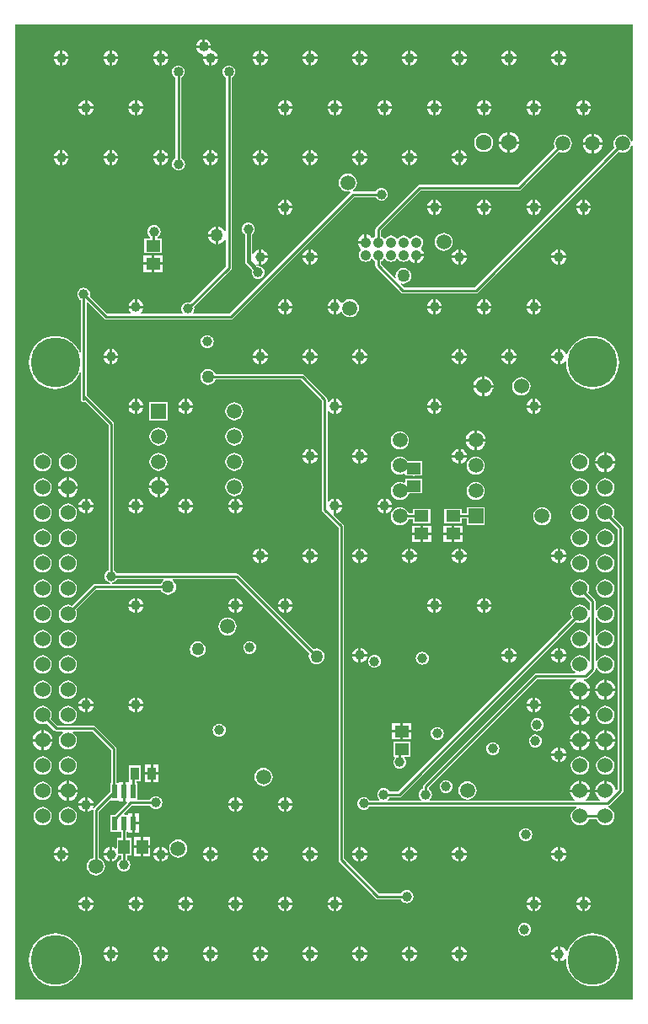
<source format=gbr>
G04 Layer_Physical_Order=6*
G04 Layer_Color=16711680*
%FSLAX26Y26*%
%MOIN*%
%TF.FileFunction,Copper,L6,Bot,Signal*%
%TF.Part,Single*%
G01*
G75*
%TA.AperFunction,SMDPad,CuDef*%
%ADD10R,0.033465X0.051181*%
%ADD11R,0.057087X0.045276*%
%ADD12R,0.045276X0.057087*%
%TA.AperFunction,Conductor*%
%ADD23C,0.015000*%
%ADD24C,0.010000*%
%TA.AperFunction,ComponentPad*%
%ADD25C,0.059055*%
%ADD26C,0.060000*%
%ADD27C,0.062992*%
%ADD28C,0.040000*%
%ADD29R,0.059055X0.059055*%
%TA.AperFunction,ViaPad*%
%ADD30C,0.196850*%
%TA.AperFunction,ComponentPad*%
%ADD31C,0.042000*%
%TA.AperFunction,ViaPad*%
%ADD32C,0.039370*%
%ADD33C,0.050000*%
%TA.AperFunction,SMDPad,CuDef*%
%ADD48R,0.021654X0.055118*%
G36*
X955945Y425914D02*
X951096Y425075D01*
X947525Y433694D01*
X941846Y441096D01*
X934444Y446775D01*
X925825Y450346D01*
X916575Y451563D01*
X907325Y450346D01*
X898705Y446775D01*
X891304Y441096D01*
X885624Y433694D01*
X882054Y425075D01*
X880836Y415825D01*
X882054Y406575D01*
X884850Y399825D01*
X331142Y-153883D01*
X51606D01*
X39121Y-141398D01*
X41932Y-137150D01*
X50000Y-138213D01*
X58068Y-137150D01*
X65586Y-134036D01*
X72042Y-129082D01*
X76996Y-122626D01*
X80110Y-115108D01*
X81172Y-107040D01*
X80110Y-98972D01*
X76996Y-91454D01*
X72042Y-84998D01*
X65586Y-80044D01*
X58068Y-76930D01*
X50000Y-75868D01*
X41932Y-76930D01*
X34414Y-80044D01*
X27958Y-84998D01*
X23004Y-91454D01*
X19890Y-98972D01*
X18828Y-107040D01*
X19890Y-115108D01*
X15642Y-117919D01*
X-38881Y-63396D01*
Y-49517D01*
X-36431Y-48502D01*
X-30811Y-44189D01*
X-28034Y-40570D01*
X-27409Y-40294D01*
X-22591D01*
X-21966Y-40570D01*
X-19189Y-44189D01*
X-13569Y-48502D01*
X-7024Y-51213D01*
X0Y-52138D01*
X7024Y-51213D01*
X13569Y-48502D01*
X19189Y-44189D01*
X21966Y-40570D01*
X22591Y-40294D01*
X27409D01*
X28034Y-40570D01*
X30811Y-44189D01*
X36431Y-48502D01*
X42976Y-51213D01*
X50000Y-52138D01*
X57024Y-51213D01*
X63569Y-48502D01*
X69189Y-44189D01*
X69268Y-44086D01*
X75571Y-44086D01*
X77891Y-47109D01*
X84366Y-52078D01*
X91907Y-55202D01*
X95000Y-55609D01*
Y-25000D01*
X100000D01*
Y-20000D01*
X130609D01*
X130202Y-16907D01*
X127078Y-9366D01*
X122109Y-2890D01*
X119086Y-571D01*
X119086Y5732D01*
X119189Y5811D01*
X123502Y11431D01*
X126213Y17976D01*
X127138Y25000D01*
X126213Y32024D01*
X123502Y38569D01*
X119189Y44189D01*
X113569Y48502D01*
X107024Y51213D01*
X100000Y52138D01*
X92976Y51213D01*
X86431Y48502D01*
X80811Y44189D01*
X78034Y40570D01*
X77409Y40294D01*
X72591D01*
X71966Y40570D01*
X69189Y44189D01*
X63569Y48502D01*
X57024Y51213D01*
X50000Y52138D01*
X42976Y51213D01*
X36431Y48502D01*
X30811Y44189D01*
X28034Y40570D01*
X27409Y40294D01*
X22591D01*
X21966Y40570D01*
X19189Y44189D01*
X13569Y48502D01*
X7024Y51213D01*
X0Y52138D01*
X-7024Y51213D01*
X-13569Y48502D01*
X-19189Y44189D01*
X-21966Y40570D01*
X-22591Y40294D01*
X-27409D01*
X-28034Y40570D01*
X-30811Y44189D01*
X-36431Y48502D01*
X-38881Y49517D01*
Y72392D01*
X119236Y230509D01*
X506158D01*
X506158Y230509D01*
X510413Y231355D01*
X514020Y233766D01*
X664355Y384100D01*
X671104Y381304D01*
X680354Y380086D01*
X689604Y381304D01*
X698224Y384874D01*
X705625Y390554D01*
X711305Y397955D01*
X714875Y406575D01*
X716093Y415825D01*
X714875Y425075D01*
X711305Y433694D01*
X705625Y441096D01*
X698224Y446775D01*
X689604Y450346D01*
X680354Y451563D01*
X671104Y450346D01*
X662485Y446775D01*
X655083Y441096D01*
X649404Y433694D01*
X645833Y425075D01*
X644616Y415825D01*
X645833Y406575D01*
X648630Y399825D01*
X501552Y252747D01*
X114630D01*
X114630Y252747D01*
X110375Y251901D01*
X106767Y249490D01*
X106767Y249490D01*
X-57862Y84861D01*
X-60273Y81253D01*
X-61119Y76998D01*
X-61119Y76998D01*
Y49517D01*
X-63569Y48502D01*
X-69189Y44189D01*
X-69268Y44086D01*
X-75571Y44086D01*
X-77891Y47109D01*
X-84366Y52078D01*
X-91907Y55202D01*
X-95000Y55609D01*
Y25000D01*
X-100000D01*
Y20000D01*
X-130609D01*
X-130202Y16907D01*
X-127078Y9366D01*
X-122109Y2890D01*
X-119086Y571D01*
X-119086Y-5732D01*
X-119189Y-5811D01*
X-123502Y-11431D01*
X-126213Y-17976D01*
X-127138Y-25000D01*
X-126213Y-32024D01*
X-123502Y-38569D01*
X-119189Y-44189D01*
X-113569Y-48502D01*
X-107024Y-51213D01*
X-100000Y-52138D01*
X-92976Y-51213D01*
X-86431Y-48502D01*
X-80811Y-44189D01*
X-78034Y-40570D01*
X-77409Y-40294D01*
X-72591D01*
X-71966Y-40570D01*
X-69189Y-44189D01*
X-63569Y-48502D01*
X-61119Y-49517D01*
Y-68001D01*
X-61119Y-68002D01*
X-60273Y-72257D01*
X-57862Y-75865D01*
X39138Y-172864D01*
X42745Y-175275D01*
X47000Y-176121D01*
X335748D01*
X335748Y-176121D01*
X340003Y-175275D01*
X343611Y-172864D01*
X900575Y384100D01*
X907325Y381304D01*
X916575Y380086D01*
X925825Y381304D01*
X934444Y384874D01*
X941846Y390554D01*
X947525Y397955D01*
X951096Y406575D01*
X955945Y405735D01*
Y-2970002D01*
X-1485000D01*
Y888266D01*
X955945D01*
Y425914D01*
D02*
G37*
%LPC*%
G36*
X-1377520Y-1607803D02*
X-1386893Y-1609037D01*
X-1395628Y-1612655D01*
X-1403128Y-1618410D01*
X-1408883Y-1625910D01*
X-1412501Y-1634645D01*
X-1413735Y-1644018D01*
X-1412501Y-1653391D01*
X-1408883Y-1662126D01*
X-1403128Y-1669626D01*
X-1395628Y-1675381D01*
X-1386893Y-1678999D01*
X-1377520Y-1680233D01*
X-1368147Y-1678999D01*
X-1359412Y-1675381D01*
X-1351912Y-1669626D01*
X-1346157Y-1662126D01*
X-1342539Y-1653391D01*
X-1341305Y-1644018D01*
X-1342539Y-1634645D01*
X-1346157Y-1625910D01*
X-1351912Y-1618410D01*
X-1359412Y-1612655D01*
X-1368147Y-1609037D01*
X-1377520Y-1607803D01*
D02*
G37*
G36*
X853464Y-1704331D02*
Y-1739018D01*
X888151D01*
X887434Y-1733576D01*
X883404Y-1723845D01*
X876992Y-1715490D01*
X868637Y-1709078D01*
X858906Y-1705048D01*
X853464Y-1704331D01*
D02*
G37*
G36*
X-1277520Y-1707803D02*
X-1286893Y-1709037D01*
X-1295628Y-1712655D01*
X-1303128Y-1718410D01*
X-1308883Y-1725910D01*
X-1312501Y-1734645D01*
X-1313735Y-1744018D01*
X-1312501Y-1753391D01*
X-1308883Y-1762126D01*
X-1303128Y-1769626D01*
X-1295628Y-1775381D01*
X-1286893Y-1778999D01*
X-1277520Y-1780233D01*
X-1268147Y-1778999D01*
X-1259412Y-1775381D01*
X-1251912Y-1769626D01*
X-1246157Y-1762126D01*
X-1242539Y-1753391D01*
X-1241305Y-1744018D01*
X-1242539Y-1734645D01*
X-1246157Y-1725910D01*
X-1251912Y-1718410D01*
X-1259412Y-1712655D01*
X-1268147Y-1709037D01*
X-1277520Y-1707803D01*
D02*
G37*
G36*
X843464Y-1704331D02*
X838022Y-1705048D01*
X828291Y-1709078D01*
X819936Y-1715490D01*
X813524Y-1723845D01*
X809494Y-1733576D01*
X808777Y-1739018D01*
X843464D01*
Y-1704331D01*
D02*
G37*
G36*
X-127905Y-1612907D02*
X-152188D01*
X-151826Y-1615657D01*
X-148835Y-1622878D01*
X-144077Y-1629079D01*
X-137876Y-1633837D01*
X-130655Y-1636828D01*
X-127905Y-1637190D01*
Y-1612907D01*
D02*
G37*
G36*
X-93622D02*
X-117905D01*
Y-1637190D01*
X-115156Y-1636828D01*
X-107935Y-1633837D01*
X-101734Y-1629079D01*
X-96975Y-1622878D01*
X-93984Y-1615657D01*
X-93622Y-1612907D01*
D02*
G37*
G36*
X124592Y-1594031D02*
X117912Y-1594910D01*
X111686Y-1597489D01*
X106341Y-1601591D01*
X102239Y-1606936D01*
X99660Y-1613161D01*
X98781Y-1619842D01*
X99660Y-1626523D01*
X102239Y-1632748D01*
X106341Y-1638093D01*
X111686Y-1642195D01*
X117912Y-1644774D01*
X124592Y-1645653D01*
X131273Y-1644774D01*
X137498Y-1642195D01*
X142843Y-1638093D01*
X146945Y-1632748D01*
X149524Y-1626523D01*
X150403Y-1619842D01*
X149524Y-1613161D01*
X146945Y-1606936D01*
X142843Y-1601591D01*
X137498Y-1597489D01*
X131273Y-1594910D01*
X124592Y-1594031D01*
D02*
G37*
G36*
X-1277520Y-1607803D02*
X-1286893Y-1609037D01*
X-1295628Y-1612655D01*
X-1303128Y-1618410D01*
X-1308883Y-1625910D01*
X-1312501Y-1634645D01*
X-1313735Y-1644018D01*
X-1312501Y-1653391D01*
X-1308883Y-1662126D01*
X-1303128Y-1669626D01*
X-1295628Y-1675381D01*
X-1286893Y-1678999D01*
X-1277520Y-1680233D01*
X-1268147Y-1678999D01*
X-1259412Y-1675381D01*
X-1251912Y-1669626D01*
X-1246157Y-1662126D01*
X-1242539Y-1653391D01*
X-1241305Y-1644018D01*
X-1242539Y-1634645D01*
X-1246157Y-1625910D01*
X-1251912Y-1618410D01*
X-1259412Y-1612655D01*
X-1268147Y-1609037D01*
X-1277520Y-1607803D01*
D02*
G37*
G36*
X-64616Y-1606395D02*
X-71296Y-1607274D01*
X-77522Y-1609853D01*
X-82867Y-1613955D01*
X-86969Y-1619300D01*
X-89548Y-1625525D01*
X-90427Y-1632206D01*
X-89548Y-1638887D01*
X-86969Y-1645112D01*
X-82867Y-1650457D01*
X-77522Y-1654559D01*
X-71296Y-1657138D01*
X-64616Y-1658017D01*
X-57935Y-1657138D01*
X-51710Y-1654559D01*
X-46365Y-1650457D01*
X-42263Y-1645112D01*
X-39684Y-1638887D01*
X-38805Y-1632206D01*
X-39684Y-1625525D01*
X-42263Y-1619300D01*
X-46365Y-1613955D01*
X-51710Y-1609853D01*
X-57935Y-1607274D01*
X-64616Y-1606395D01*
D02*
G37*
G36*
X561071Y-1775475D02*
X558322Y-1775837D01*
X551101Y-1778828D01*
X544900Y-1783586D01*
X540141Y-1789787D01*
X537150Y-1797008D01*
X536788Y-1799758D01*
X561071D01*
Y-1775475D01*
D02*
G37*
G36*
X571071D02*
Y-1799758D01*
X595354D01*
X594992Y-1797008D01*
X592001Y-1789787D01*
X587243Y-1783586D01*
X581042Y-1778828D01*
X573821Y-1775837D01*
X571071Y-1775475D01*
D02*
G37*
G36*
X-1013732D02*
X-1016481Y-1775837D01*
X-1023703Y-1778828D01*
X-1029904Y-1783586D01*
X-1034662Y-1789787D01*
X-1037653Y-1797008D01*
X-1038015Y-1799758D01*
X-1013732D01*
Y-1775475D01*
D02*
G37*
G36*
X-1003732D02*
Y-1799758D01*
X-979449D01*
X-979811Y-1797008D01*
X-982802Y-1789787D01*
X-987560Y-1783586D01*
X-993761Y-1778828D01*
X-1000983Y-1775837D01*
X-1003732Y-1775475D01*
D02*
G37*
G36*
X743464Y-1749018D02*
X708777D01*
X709494Y-1754460D01*
X713524Y-1764191D01*
X719936Y-1772546D01*
X728291Y-1778958D01*
X738022Y-1782989D01*
X743464Y-1783705D01*
Y-1749018D01*
D02*
G37*
G36*
X888151D02*
X853464D01*
Y-1783705D01*
X858906Y-1782989D01*
X868637Y-1778958D01*
X876992Y-1772546D01*
X883404Y-1764191D01*
X887434Y-1754460D01*
X888151Y-1749018D01*
D02*
G37*
G36*
X-1377520Y-1707803D02*
X-1386893Y-1709037D01*
X-1395628Y-1712655D01*
X-1403128Y-1718410D01*
X-1408883Y-1725910D01*
X-1412501Y-1734645D01*
X-1413735Y-1744018D01*
X-1412501Y-1753391D01*
X-1408883Y-1762126D01*
X-1403128Y-1769626D01*
X-1395628Y-1775381D01*
X-1386893Y-1778999D01*
X-1377520Y-1780233D01*
X-1368147Y-1778999D01*
X-1359412Y-1775381D01*
X-1351912Y-1769626D01*
X-1346157Y-1762126D01*
X-1342539Y-1753391D01*
X-1341305Y-1744018D01*
X-1342539Y-1734645D01*
X-1346157Y-1725910D01*
X-1351912Y-1718410D01*
X-1359412Y-1712655D01*
X-1368147Y-1709037D01*
X-1377520Y-1707803D01*
D02*
G37*
G36*
X843464Y-1749018D02*
X808777D01*
X809494Y-1754460D01*
X813524Y-1764191D01*
X819936Y-1772546D01*
X828291Y-1778958D01*
X838022Y-1782989D01*
X843464Y-1783705D01*
Y-1749018D01*
D02*
G37*
G36*
X788151D02*
X753464D01*
Y-1783705D01*
X758906Y-1782989D01*
X768637Y-1778958D01*
X776992Y-1772546D01*
X783404Y-1764191D01*
X787434Y-1754460D01*
X788151Y-1749018D01*
D02*
G37*
G36*
X-1377520Y-1407803D02*
X-1386893Y-1409037D01*
X-1395628Y-1412655D01*
X-1403128Y-1418410D01*
X-1408883Y-1425910D01*
X-1412501Y-1434645D01*
X-1413735Y-1444018D01*
X-1412501Y-1453391D01*
X-1408883Y-1462126D01*
X-1403128Y-1469626D01*
X-1395628Y-1475381D01*
X-1386893Y-1478999D01*
X-1377520Y-1480233D01*
X-1368147Y-1478999D01*
X-1359412Y-1475381D01*
X-1351912Y-1469626D01*
X-1346157Y-1462126D01*
X-1342539Y-1453391D01*
X-1341305Y-1444018D01*
X-1342539Y-1434645D01*
X-1346157Y-1425910D01*
X-1351912Y-1418410D01*
X-1359412Y-1412655D01*
X-1368147Y-1409037D01*
X-1377520Y-1407803D01*
D02*
G37*
G36*
X848464Y-1007803D02*
X839091Y-1009037D01*
X830356Y-1012655D01*
X822856Y-1018410D01*
X817101Y-1025910D01*
X813483Y-1034645D01*
X812249Y-1044018D01*
X813483Y-1053391D01*
X817101Y-1062126D01*
X822856Y-1069626D01*
X830356Y-1075381D01*
X839091Y-1078999D01*
X848464Y-1080233D01*
X857837Y-1078999D01*
X864826Y-1076105D01*
X897581Y-1108860D01*
Y-2137025D01*
X893473Y-2141134D01*
X888193Y-2139342D01*
X887434Y-2133576D01*
X883404Y-2123845D01*
X876992Y-2115490D01*
X868637Y-2109078D01*
X858906Y-2105048D01*
X853464Y-2104331D01*
Y-2144018D01*
X848464D01*
Y-2149018D01*
X808777D01*
X809494Y-2154460D01*
X813524Y-2164191D01*
X819936Y-2172546D01*
X827424Y-2178293D01*
X826865Y-2181771D01*
X826093Y-2183293D01*
X770835D01*
X770063Y-2181771D01*
X769504Y-2178293D01*
X776992Y-2172546D01*
X783404Y-2164191D01*
X787434Y-2154460D01*
X788151Y-2149018D01*
X748464D01*
X708777D01*
X709494Y-2154460D01*
X713524Y-2164191D01*
X719936Y-2172546D01*
X727424Y-2178293D01*
X726865Y-2181771D01*
X726093Y-2183293D01*
X155611D01*
X153913Y-2178293D01*
X155298Y-2177230D01*
X159400Y-2171884D01*
X161979Y-2165659D01*
X162858Y-2158979D01*
X161979Y-2152298D01*
X159400Y-2146073D01*
X155298Y-2140727D01*
X149953Y-2136626D01*
X149618Y-2136487D01*
X148988Y-2131266D01*
X578661Y-1701594D01*
X733294D01*
X734288Y-1706594D01*
X728291Y-1709078D01*
X719936Y-1715490D01*
X713524Y-1723845D01*
X709494Y-1733576D01*
X708777Y-1739018D01*
X748464D01*
Y-1744018D01*
D01*
Y-1739018D01*
X788151D01*
X787434Y-1733576D01*
X783404Y-1723845D01*
X776992Y-1715490D01*
X768637Y-1709078D01*
X762639Y-1706594D01*
X763634Y-1701594D01*
X770905D01*
X770905Y-1701594D01*
X775160Y-1700748D01*
X778768Y-1698337D01*
X806327Y-1670778D01*
X806327Y-1670778D01*
X808737Y-1667171D01*
X809584Y-1662916D01*
X809583Y-1662915D01*
Y-1657043D01*
X814583Y-1656049D01*
X817101Y-1662126D01*
X822856Y-1669626D01*
X830356Y-1675381D01*
X839091Y-1678999D01*
X848464Y-1680233D01*
X857837Y-1678999D01*
X866572Y-1675381D01*
X874072Y-1669626D01*
X879827Y-1662126D01*
X883445Y-1653391D01*
X884679Y-1644018D01*
X883445Y-1634645D01*
X879827Y-1625910D01*
X874072Y-1618410D01*
X866572Y-1612655D01*
X857837Y-1609037D01*
X848464Y-1607803D01*
X839091Y-1609037D01*
X830356Y-1612655D01*
X822856Y-1618410D01*
X817101Y-1625910D01*
X814583Y-1631987D01*
X809583Y-1630993D01*
Y-1557043D01*
X814583Y-1556049D01*
X817101Y-1562126D01*
X822856Y-1569626D01*
X830356Y-1575381D01*
X839091Y-1578999D01*
X848464Y-1580233D01*
X857837Y-1578999D01*
X866572Y-1575381D01*
X874072Y-1569626D01*
X879827Y-1562126D01*
X883445Y-1553391D01*
X884679Y-1544018D01*
X883445Y-1534645D01*
X879827Y-1525910D01*
X874072Y-1518410D01*
X866572Y-1512655D01*
X857837Y-1509037D01*
X848464Y-1507803D01*
X839091Y-1509037D01*
X830356Y-1512655D01*
X822856Y-1518410D01*
X817101Y-1525910D01*
X814583Y-1531987D01*
X809583Y-1530993D01*
Y-1457043D01*
X814583Y-1456049D01*
X817101Y-1462126D01*
X822856Y-1469626D01*
X830356Y-1475381D01*
X839091Y-1478999D01*
X848464Y-1480233D01*
X857837Y-1478999D01*
X866572Y-1475381D01*
X874072Y-1469626D01*
X879827Y-1462126D01*
X883445Y-1453391D01*
X884679Y-1444018D01*
X883445Y-1434645D01*
X879827Y-1425910D01*
X874072Y-1418410D01*
X866572Y-1412655D01*
X857837Y-1409037D01*
X848464Y-1407803D01*
X839091Y-1409037D01*
X830356Y-1412655D01*
X822856Y-1418410D01*
X817101Y-1425910D01*
X814583Y-1431987D01*
X809583Y-1430993D01*
Y-1394019D01*
X809584Y-1394018D01*
X808737Y-1389763D01*
X806327Y-1386156D01*
X780551Y-1360380D01*
X783445Y-1353391D01*
X784679Y-1344018D01*
X783445Y-1334645D01*
X779827Y-1325910D01*
X774072Y-1318410D01*
X766572Y-1312655D01*
X757837Y-1309037D01*
X748464Y-1307803D01*
X739091Y-1309037D01*
X730356Y-1312655D01*
X722856Y-1318410D01*
X717101Y-1325910D01*
X713483Y-1334645D01*
X712249Y-1344018D01*
X713483Y-1353391D01*
X717101Y-1362126D01*
X722856Y-1369626D01*
X730356Y-1375381D01*
X739091Y-1378999D01*
X748464Y-1380233D01*
X757837Y-1378999D01*
X764826Y-1376105D01*
X787345Y-1398624D01*
Y-1430994D01*
X782345Y-1431989D01*
X779827Y-1425910D01*
X774072Y-1418410D01*
X766572Y-1412655D01*
X757837Y-1409037D01*
X748464Y-1407803D01*
X739091Y-1409037D01*
X730356Y-1412655D01*
X722856Y-1418410D01*
X717101Y-1425910D01*
X713483Y-1434645D01*
X712249Y-1444018D01*
X713483Y-1453391D01*
X716377Y-1460380D01*
X28898Y-2147860D01*
X-5214D01*
X-5954Y-2146073D01*
X-10056Y-2140727D01*
X-15402Y-2136626D01*
X-21627Y-2134047D01*
X-28307Y-2133167D01*
X-34988Y-2134047D01*
X-41213Y-2136626D01*
X-46559Y-2140727D01*
X-50661Y-2146073D01*
X-53239Y-2152298D01*
X-54119Y-2158979D01*
X-53239Y-2165659D01*
X-50661Y-2171884D01*
X-46559Y-2177230D01*
X-45174Y-2178293D01*
X-46871Y-2183293D01*
X-83954D01*
X-84694Y-2181506D01*
X-88796Y-2176160D01*
X-94142Y-2172059D01*
X-100367Y-2169480D01*
X-107048Y-2168601D01*
X-113728Y-2169480D01*
X-119953Y-2172059D01*
X-125299Y-2176160D01*
X-129401Y-2181506D01*
X-131979Y-2187731D01*
X-132859Y-2194412D01*
X-131979Y-2201092D01*
X-129401Y-2207317D01*
X-125299Y-2212663D01*
X-119953Y-2216765D01*
X-113728Y-2219344D01*
X-107048Y-2220223D01*
X-100367Y-2219344D01*
X-94142Y-2216765D01*
X-88796Y-2212663D01*
X-84694Y-2207317D01*
X-83954Y-2205531D01*
X734489D01*
X735483Y-2210531D01*
X730356Y-2212655D01*
X722856Y-2218410D01*
X717101Y-2225910D01*
X713483Y-2234645D01*
X712249Y-2244018D01*
X713483Y-2253391D01*
X717101Y-2262126D01*
X722856Y-2269626D01*
X730356Y-2275381D01*
X739091Y-2278999D01*
X748464Y-2280233D01*
X757837Y-2278999D01*
X766572Y-2275381D01*
X774072Y-2269626D01*
X779827Y-2262126D01*
X782722Y-2255137D01*
X814206D01*
X817101Y-2262126D01*
X822856Y-2269626D01*
X830356Y-2275381D01*
X839091Y-2278999D01*
X848464Y-2280233D01*
X857837Y-2278999D01*
X866572Y-2275381D01*
X874072Y-2269626D01*
X879827Y-2262126D01*
X883445Y-2253391D01*
X884679Y-2244018D01*
X883445Y-2234645D01*
X879827Y-2225910D01*
X874072Y-2218410D01*
X866572Y-2212655D01*
X859812Y-2209855D01*
X860175Y-2204685D01*
X863782Y-2202274D01*
X916563Y-2149493D01*
X916563Y-2149493D01*
X918973Y-2145886D01*
X919820Y-2141631D01*
Y-1104255D01*
X919820Y-1104255D01*
X918973Y-1099999D01*
X916563Y-1096392D01*
X916563Y-1096392D01*
X880551Y-1060380D01*
X883445Y-1053391D01*
X884679Y-1044018D01*
X883445Y-1034645D01*
X879827Y-1025910D01*
X874072Y-1018410D01*
X866572Y-1012655D01*
X857837Y-1009037D01*
X848464Y-1007803D01*
D02*
G37*
G36*
X-1277520Y-1507803D02*
X-1286893Y-1509037D01*
X-1295628Y-1512655D01*
X-1303128Y-1518410D01*
X-1308883Y-1525910D01*
X-1312501Y-1534645D01*
X-1313735Y-1544018D01*
X-1312501Y-1553391D01*
X-1308883Y-1562126D01*
X-1303128Y-1569626D01*
X-1295628Y-1575381D01*
X-1286893Y-1578999D01*
X-1277520Y-1580233D01*
X-1268147Y-1578999D01*
X-1259412Y-1575381D01*
X-1251912Y-1569626D01*
X-1246157Y-1562126D01*
X-1242539Y-1553391D01*
X-1241305Y-1544018D01*
X-1242539Y-1534645D01*
X-1246157Y-1525910D01*
X-1251912Y-1518410D01*
X-1259412Y-1512655D01*
X-1268147Y-1509037D01*
X-1277520Y-1507803D01*
D02*
G37*
G36*
X-646307Y-1458468D02*
X-655557Y-1459686D01*
X-664176Y-1463256D01*
X-671578Y-1468936D01*
X-677257Y-1476337D01*
X-680828Y-1484957D01*
X-682045Y-1494207D01*
X-680828Y-1503457D01*
X-677257Y-1512076D01*
X-671578Y-1519478D01*
X-664176Y-1525157D01*
X-655557Y-1528727D01*
X-646307Y-1529945D01*
X-637057Y-1528727D01*
X-628437Y-1525157D01*
X-621036Y-1519478D01*
X-615356Y-1512076D01*
X-611786Y-1503457D01*
X-610568Y-1494207D01*
X-611786Y-1484957D01*
X-615356Y-1476337D01*
X-621036Y-1468936D01*
X-628437Y-1463256D01*
X-637057Y-1459686D01*
X-646307Y-1458468D01*
D02*
G37*
G36*
X-1013732Y-1416057D02*
X-1038015D01*
X-1037653Y-1418806D01*
X-1034662Y-1426027D01*
X-1029904Y-1432228D01*
X-1023703Y-1436987D01*
X-1016481Y-1439978D01*
X-1013732Y-1440340D01*
Y-1416057D01*
D02*
G37*
G36*
X-585748D02*
X-610031D01*
Y-1440340D01*
X-607282Y-1439978D01*
X-600061Y-1436987D01*
X-593860Y-1432228D01*
X-589101Y-1426027D01*
X-586110Y-1418806D01*
X-585748Y-1416057D01*
D02*
G37*
G36*
X-423181D02*
X-447464D01*
X-447102Y-1418806D01*
X-444111Y-1426027D01*
X-439352Y-1432228D01*
X-433151Y-1436987D01*
X-425930Y-1439978D01*
X-423181Y-1440340D01*
Y-1416057D01*
D02*
G37*
G36*
X-979449D02*
X-1003732D01*
Y-1440340D01*
X-1000983Y-1439978D01*
X-993761Y-1436987D01*
X-987560Y-1432228D01*
X-982802Y-1426027D01*
X-979811Y-1418806D01*
X-979449Y-1416057D01*
D02*
G37*
G36*
X-620031D02*
X-644314D01*
X-643952Y-1418806D01*
X-640961Y-1426027D01*
X-636203Y-1432228D01*
X-630002Y-1436987D01*
X-622781Y-1439978D01*
X-620031Y-1440340D01*
Y-1416057D01*
D02*
G37*
G36*
X-764110Y-1553238D02*
X-772178Y-1554300D01*
X-779696Y-1557414D01*
X-786152Y-1562368D01*
X-791106Y-1568824D01*
X-794220Y-1576342D01*
X-795282Y-1584410D01*
X-794220Y-1592478D01*
X-791106Y-1599996D01*
X-786152Y-1606452D01*
X-779696Y-1611406D01*
X-772178Y-1614520D01*
X-764110Y-1615582D01*
X-756042Y-1614520D01*
X-748524Y-1611406D01*
X-742068Y-1606452D01*
X-737114Y-1599996D01*
X-734000Y-1592478D01*
X-732938Y-1584410D01*
X-734000Y-1576342D01*
X-737114Y-1568824D01*
X-742068Y-1562368D01*
X-748524Y-1557414D01*
X-756042Y-1554300D01*
X-764110Y-1553238D01*
D02*
G37*
G36*
X-558416Y-1551505D02*
X-565096Y-1552384D01*
X-571322Y-1554963D01*
X-576667Y-1559065D01*
X-580769Y-1564410D01*
X-583348Y-1570636D01*
X-584227Y-1577316D01*
X-583348Y-1583996D01*
X-580769Y-1590222D01*
X-576667Y-1595567D01*
X-571322Y-1599669D01*
X-565096Y-1602248D01*
X-558416Y-1603127D01*
X-551736Y-1602248D01*
X-545510Y-1599669D01*
X-540165Y-1595567D01*
X-536063Y-1590222D01*
X-533484Y-1583996D01*
X-532605Y-1577316D01*
X-533484Y-1570636D01*
X-536063Y-1564410D01*
X-540165Y-1559065D01*
X-545510Y-1554963D01*
X-551736Y-1552384D01*
X-558416Y-1551505D01*
D02*
G37*
G36*
X462646Y-1612907D02*
X438363D01*
X438725Y-1615657D01*
X441716Y-1622878D01*
X446474Y-1629079D01*
X452675Y-1633837D01*
X459897Y-1636828D01*
X462646Y-1637190D01*
Y-1612907D01*
D02*
G37*
G36*
X496929D02*
X472646D01*
Y-1637190D01*
X475395Y-1636828D01*
X482617Y-1633837D01*
X488818Y-1629079D01*
X493576Y-1622878D01*
X496567Y-1615657D01*
X496929Y-1612907D01*
D02*
G37*
G36*
X-127905Y-1578624D02*
X-130655Y-1578986D01*
X-137876Y-1581977D01*
X-144077Y-1586736D01*
X-148835Y-1592937D01*
X-151826Y-1600158D01*
X-152188Y-1602907D01*
X-127905D01*
Y-1578624D01*
D02*
G37*
G36*
X472646D02*
Y-1602907D01*
X496929D01*
X496567Y-1600158D01*
X493576Y-1592937D01*
X488818Y-1586736D01*
X482617Y-1581977D01*
X475395Y-1578986D01*
X472646Y-1578624D01*
D02*
G37*
G36*
X-1377520Y-1507803D02*
X-1386893Y-1509037D01*
X-1395628Y-1512655D01*
X-1403128Y-1518410D01*
X-1408883Y-1525910D01*
X-1412501Y-1534645D01*
X-1413735Y-1544018D01*
X-1412501Y-1553391D01*
X-1408883Y-1562126D01*
X-1403128Y-1569626D01*
X-1395628Y-1575381D01*
X-1386893Y-1578999D01*
X-1377520Y-1580233D01*
X-1368147Y-1578999D01*
X-1359412Y-1575381D01*
X-1351912Y-1569626D01*
X-1346157Y-1562126D01*
X-1342539Y-1553391D01*
X-1341305Y-1544018D01*
X-1342539Y-1534645D01*
X-1346157Y-1525910D01*
X-1351912Y-1518410D01*
X-1359412Y-1512655D01*
X-1368147Y-1509037D01*
X-1377520Y-1507803D01*
D02*
G37*
G36*
X-117905Y-1578624D02*
Y-1602907D01*
X-93622D01*
X-93984Y-1600158D01*
X-96975Y-1592937D01*
X-101734Y-1586736D01*
X-107935Y-1581977D01*
X-115156Y-1578986D01*
X-117905Y-1578624D01*
D02*
G37*
G36*
X462646D02*
X459897Y-1578986D01*
X452675Y-1581977D01*
X446474Y-1586736D01*
X441716Y-1592937D01*
X438725Y-1600158D01*
X438363Y-1602907D01*
X462646D01*
Y-1578624D01*
D02*
G37*
G36*
X-1200582Y-1775475D02*
Y-1799758D01*
X-1176299D01*
X-1176661Y-1797008D01*
X-1179653Y-1789787D01*
X-1184411Y-1783586D01*
X-1190612Y-1778828D01*
X-1197833Y-1775837D01*
X-1200582Y-1775475D01*
D02*
G37*
G36*
X183464Y-1891711D02*
X176784Y-1892590D01*
X170558Y-1895169D01*
X165213Y-1899271D01*
X161111Y-1904616D01*
X158532Y-1910841D01*
X157653Y-1917522D01*
X158532Y-1924203D01*
X161111Y-1930428D01*
X165213Y-1935773D01*
X170558Y-1939875D01*
X176784Y-1942454D01*
X183464Y-1943333D01*
X190144Y-1942454D01*
X196370Y-1939875D01*
X201715Y-1935773D01*
X205817Y-1930428D01*
X208396Y-1924203D01*
X209275Y-1917522D01*
X208396Y-1910841D01*
X205817Y-1904616D01*
X201715Y-1899271D01*
X196370Y-1895169D01*
X190144Y-1892590D01*
X183464Y-1891711D01*
D02*
G37*
G36*
X38694Y-1913772D02*
X5151D01*
Y-1941410D01*
X38694D01*
Y-1913772D01*
D02*
G37*
G36*
X888151Y-1949018D02*
X853464D01*
Y-1983705D01*
X858906Y-1982989D01*
X868637Y-1978958D01*
X876992Y-1972546D01*
X883404Y-1964191D01*
X887434Y-1954460D01*
X888151Y-1949018D01*
D02*
G37*
G36*
X571694Y-1921395D02*
X565014Y-1922274D01*
X558788Y-1924853D01*
X553443Y-1928955D01*
X549341Y-1934300D01*
X546762Y-1940525D01*
X545883Y-1947206D01*
X546762Y-1953887D01*
X549341Y-1960112D01*
X553443Y-1965457D01*
X558788Y-1969559D01*
X565014Y-1972138D01*
X571694Y-1973017D01*
X578375Y-1972138D01*
X584600Y-1969559D01*
X589945Y-1965457D01*
X594047Y-1960112D01*
X596626Y-1953887D01*
X597505Y-1947206D01*
X596626Y-1940525D01*
X594047Y-1934300D01*
X589945Y-1928955D01*
X584600Y-1924853D01*
X578375Y-1922274D01*
X571694Y-1921395D01*
D02*
G37*
G36*
X82237Y-1913772D02*
X48694D01*
Y-1941410D01*
X82237D01*
Y-1913772D01*
D02*
G37*
G36*
X-1382520Y-1904331D02*
X-1387962Y-1905048D01*
X-1397693Y-1909078D01*
X-1406048Y-1915490D01*
X-1412460Y-1923845D01*
X-1416491Y-1933576D01*
X-1417207Y-1939018D01*
X-1382520D01*
Y-1904331D01*
D02*
G37*
G36*
X853464D02*
Y-1939018D01*
X888151D01*
X887434Y-1933576D01*
X883404Y-1923845D01*
X876992Y-1915490D01*
X868637Y-1909078D01*
X858906Y-1905048D01*
X853464Y-1904331D01*
D02*
G37*
G36*
X843464D02*
X838022Y-1905048D01*
X828291Y-1909078D01*
X819936Y-1915490D01*
X813524Y-1923845D01*
X809494Y-1933576D01*
X808777Y-1939018D01*
X843464D01*
Y-1904331D01*
D02*
G37*
G36*
X743464D02*
X738022Y-1905048D01*
X728291Y-1909078D01*
X719936Y-1915490D01*
X713524Y-1923845D01*
X709494Y-1933576D01*
X708777Y-1939018D01*
X743464D01*
Y-1904331D01*
D02*
G37*
G36*
X659496Y-1972325D02*
X656747Y-1972687D01*
X649526Y-1975678D01*
X643325Y-1980436D01*
X638567Y-1986637D01*
X635575Y-1993859D01*
X635213Y-1996608D01*
X659496D01*
Y-1972325D01*
D02*
G37*
G36*
X669496D02*
Y-1996608D01*
X693779D01*
X693417Y-1993859D01*
X690426Y-1986637D01*
X685668Y-1980436D01*
X679467Y-1975678D01*
X672246Y-1972687D01*
X669496Y-1972325D01*
D02*
G37*
G36*
X693779Y-2006608D02*
X669496D01*
Y-2030891D01*
X672246Y-2030529D01*
X679467Y-2027538D01*
X685668Y-2022780D01*
X690426Y-2016579D01*
X693417Y-2009357D01*
X693779Y-2006608D01*
D02*
G37*
G36*
X403464Y-1951711D02*
X396784Y-1952590D01*
X390558Y-1955169D01*
X385213Y-1959271D01*
X381111Y-1964616D01*
X378532Y-1970841D01*
X377653Y-1977522D01*
X378532Y-1984203D01*
X381111Y-1990428D01*
X385213Y-1995773D01*
X390558Y-1999875D01*
X396784Y-2002454D01*
X403464Y-2003333D01*
X410144Y-2002454D01*
X416370Y-1999875D01*
X421715Y-1995773D01*
X425817Y-1990428D01*
X428396Y-1984203D01*
X429275Y-1977522D01*
X428396Y-1970841D01*
X425817Y-1964616D01*
X421715Y-1959271D01*
X416370Y-1955169D01*
X410144Y-1952590D01*
X403464Y-1951711D01*
D02*
G37*
G36*
X-1382520Y-1949018D02*
X-1417207D01*
X-1416491Y-1954460D01*
X-1412460Y-1964191D01*
X-1406048Y-1972546D01*
X-1397693Y-1978958D01*
X-1387962Y-1982989D01*
X-1382520Y-1983705D01*
Y-1949018D01*
D02*
G37*
G36*
X-1337833D02*
X-1372520D01*
Y-1983705D01*
X-1367078Y-1982989D01*
X-1357347Y-1978958D01*
X-1348992Y-1972546D01*
X-1342580Y-1964191D01*
X-1338550Y-1954460D01*
X-1337833Y-1949018D01*
D02*
G37*
G36*
X788151D02*
X753464D01*
Y-1983705D01*
X758906Y-1982989D01*
X768637Y-1978958D01*
X776992Y-1972546D01*
X783404Y-1964191D01*
X787434Y-1954460D01*
X788151Y-1949018D01*
D02*
G37*
G36*
X743464D02*
X708777D01*
X709494Y-1954460D01*
X713524Y-1964191D01*
X719936Y-1972546D01*
X728291Y-1978958D01*
X738022Y-1982989D01*
X743464Y-1983705D01*
Y-1949018D01*
D02*
G37*
G36*
X843464D02*
X808777D01*
X809494Y-1954460D01*
X813524Y-1964191D01*
X819936Y-1972546D01*
X828291Y-1978958D01*
X838022Y-1982989D01*
X843464Y-1983705D01*
Y-1949018D01*
D02*
G37*
G36*
X753464Y-1904331D02*
Y-1939018D01*
X788151D01*
X787434Y-1933576D01*
X783404Y-1923845D01*
X776992Y-1915490D01*
X768637Y-1909078D01*
X758906Y-1905048D01*
X753464Y-1904331D01*
D02*
G37*
G36*
X-1210582Y-1809758D02*
X-1234865D01*
X-1234503Y-1812507D01*
X-1231512Y-1819728D01*
X-1226754Y-1825929D01*
X-1220553Y-1830687D01*
X-1213332Y-1833679D01*
X-1210582Y-1834041D01*
Y-1809758D01*
D02*
G37*
G36*
X-1176299D02*
X-1200582D01*
Y-1834041D01*
X-1197833Y-1833679D01*
X-1190612Y-1830687D01*
X-1184411Y-1825929D01*
X-1179653Y-1819728D01*
X-1176661Y-1812507D01*
X-1176299Y-1809758D01*
D02*
G37*
G36*
X743464Y-1804331D02*
X738022Y-1805048D01*
X728291Y-1809078D01*
X719936Y-1815490D01*
X713524Y-1823845D01*
X709494Y-1833576D01*
X708777Y-1839018D01*
X743464D01*
Y-1804331D01*
D02*
G37*
G36*
X753464D02*
Y-1839018D01*
X788151D01*
X787434Y-1833576D01*
X783404Y-1823845D01*
X776992Y-1815490D01*
X768637Y-1809078D01*
X758906Y-1805048D01*
X753464Y-1804331D01*
D02*
G37*
G36*
X-1013732Y-1809758D02*
X-1038015D01*
X-1037653Y-1812507D01*
X-1034662Y-1819728D01*
X-1029904Y-1825929D01*
X-1023703Y-1830687D01*
X-1016481Y-1833679D01*
X-1013732Y-1834041D01*
Y-1809758D01*
D02*
G37*
G36*
X595354D02*
X571071D01*
Y-1834041D01*
X573821Y-1833679D01*
X581042Y-1830687D01*
X587243Y-1825929D01*
X592001Y-1819728D01*
X594992Y-1812507D01*
X595354Y-1809758D01*
D02*
G37*
G36*
X-1210582Y-1775475D02*
X-1213332Y-1775837D01*
X-1220553Y-1778828D01*
X-1226754Y-1783586D01*
X-1231512Y-1789787D01*
X-1234503Y-1797008D01*
X-1234865Y-1799758D01*
X-1210582D01*
Y-1775475D01*
D02*
G37*
G36*
X-979449Y-1809758D02*
X-1003732D01*
Y-1834041D01*
X-1000983Y-1833679D01*
X-993761Y-1830687D01*
X-987560Y-1825929D01*
X-982802Y-1819728D01*
X-979811Y-1812507D01*
X-979449Y-1809758D01*
D02*
G37*
G36*
X561071D02*
X536788D01*
X537150Y-1812507D01*
X540141Y-1819728D01*
X544900Y-1825929D01*
X551101Y-1830687D01*
X558322Y-1833679D01*
X561071Y-1834041D01*
Y-1809758D01*
D02*
G37*
G36*
X578464Y-1856711D02*
X571784Y-1857590D01*
X565558Y-1860169D01*
X560213Y-1864271D01*
X556111Y-1869616D01*
X553532Y-1875841D01*
X552653Y-1882522D01*
X553532Y-1889203D01*
X556111Y-1895428D01*
X560213Y-1900773D01*
X565558Y-1904875D01*
X571784Y-1907454D01*
X578464Y-1908333D01*
X585144Y-1907454D01*
X591370Y-1904875D01*
X596715Y-1900773D01*
X600817Y-1895428D01*
X603396Y-1889203D01*
X604275Y-1882522D01*
X603396Y-1875841D01*
X600817Y-1869616D01*
X596715Y-1864271D01*
X591370Y-1860169D01*
X585144Y-1857590D01*
X578464Y-1856711D01*
D02*
G37*
G36*
X38694Y-1876134D02*
X5151D01*
Y-1903772D01*
X38694D01*
Y-1876134D01*
D02*
G37*
G36*
X-1372520Y-1904331D02*
Y-1939018D01*
X-1337833D01*
X-1338550Y-1933576D01*
X-1342580Y-1923845D01*
X-1348992Y-1915490D01*
X-1357347Y-1909078D01*
X-1367078Y-1905048D01*
X-1372520Y-1904331D01*
D02*
G37*
G36*
X-679306Y-1878395D02*
X-685986Y-1879274D01*
X-692212Y-1881853D01*
X-697557Y-1885955D01*
X-701659Y-1891300D01*
X-704238Y-1897525D01*
X-705117Y-1904206D01*
X-704238Y-1910887D01*
X-701659Y-1917112D01*
X-697557Y-1922457D01*
X-692212Y-1926559D01*
X-685986Y-1929138D01*
X-679306Y-1930017D01*
X-672625Y-1929138D01*
X-666400Y-1926559D01*
X-661055Y-1922457D01*
X-656953Y-1917112D01*
X-654374Y-1910887D01*
X-653495Y-1904206D01*
X-654374Y-1897525D01*
X-656953Y-1891300D01*
X-661055Y-1885955D01*
X-666400Y-1881853D01*
X-672625Y-1879274D01*
X-679306Y-1878395D01*
D02*
G37*
G36*
X82237Y-1876134D02*
X48694D01*
Y-1903772D01*
X82237D01*
Y-1876134D01*
D02*
G37*
G36*
X-1277520Y-1807803D02*
X-1286893Y-1809037D01*
X-1295628Y-1812655D01*
X-1303128Y-1818410D01*
X-1308883Y-1825910D01*
X-1312501Y-1834645D01*
X-1313735Y-1844018D01*
X-1312501Y-1853391D01*
X-1308883Y-1862126D01*
X-1303128Y-1869626D01*
X-1295628Y-1875381D01*
X-1286893Y-1878999D01*
X-1277520Y-1880233D01*
X-1268147Y-1878999D01*
X-1259412Y-1875381D01*
X-1251912Y-1869626D01*
X-1246157Y-1862126D01*
X-1242539Y-1853391D01*
X-1241305Y-1844018D01*
X-1242539Y-1834645D01*
X-1246157Y-1825910D01*
X-1251912Y-1818410D01*
X-1259412Y-1812655D01*
X-1268147Y-1809037D01*
X-1277520Y-1807803D01*
D02*
G37*
G36*
X848464D02*
X839091Y-1809037D01*
X830356Y-1812655D01*
X822856Y-1818410D01*
X817101Y-1825910D01*
X813483Y-1834645D01*
X812249Y-1844018D01*
X813483Y-1853391D01*
X817101Y-1862126D01*
X822856Y-1869626D01*
X830356Y-1875381D01*
X839091Y-1878999D01*
X848464Y-1880233D01*
X857837Y-1878999D01*
X866572Y-1875381D01*
X874072Y-1869626D01*
X879827Y-1862126D01*
X883445Y-1853391D01*
X884679Y-1844018D01*
X883445Y-1834645D01*
X879827Y-1825910D01*
X874072Y-1818410D01*
X866572Y-1812655D01*
X857837Y-1809037D01*
X848464Y-1807803D01*
D02*
G37*
G36*
X743464Y-1849018D02*
X708777D01*
X709494Y-1854460D01*
X713524Y-1864191D01*
X719936Y-1872546D01*
X728291Y-1878958D01*
X738022Y-1882989D01*
X743464Y-1883705D01*
Y-1849018D01*
D02*
G37*
G36*
X788151D02*
X753464D01*
Y-1883705D01*
X758906Y-1882989D01*
X768637Y-1878958D01*
X776992Y-1872546D01*
X783404Y-1864191D01*
X787434Y-1854460D01*
X788151Y-1849018D01*
D02*
G37*
G36*
X-388898Y-1416057D02*
X-413181D01*
Y-1440340D01*
X-410431Y-1439978D01*
X-403210Y-1436987D01*
X-397009Y-1432228D01*
X-392251Y-1426027D01*
X-389260Y-1418806D01*
X-388898Y-1416057D01*
D02*
G37*
G36*
X116582Y-1132594D02*
X83039D01*
Y-1160232D01*
X116582D01*
Y-1132594D01*
D02*
G37*
G36*
X160125D02*
X126582D01*
Y-1160232D01*
X160125D01*
Y-1132594D01*
D02*
G37*
G36*
X748464Y-1107803D02*
X739091Y-1109037D01*
X730356Y-1112655D01*
X722856Y-1118410D01*
X717101Y-1125910D01*
X713483Y-1134645D01*
X712249Y-1144018D01*
X713483Y-1153391D01*
X717101Y-1162126D01*
X722856Y-1169626D01*
X730356Y-1175381D01*
X739091Y-1178999D01*
X748464Y-1180233D01*
X757837Y-1178999D01*
X766572Y-1175381D01*
X774072Y-1169626D01*
X779827Y-1162126D01*
X783445Y-1153391D01*
X784679Y-1144018D01*
X783445Y-1134645D01*
X779827Y-1125910D01*
X774072Y-1118410D01*
X766572Y-1112655D01*
X757837Y-1109037D01*
X748464Y-1107803D01*
D02*
G37*
G36*
X848464D02*
X839091Y-1109037D01*
X830356Y-1112655D01*
X822856Y-1118410D01*
X817101Y-1125910D01*
X813483Y-1134645D01*
X812249Y-1144018D01*
X813483Y-1153391D01*
X817101Y-1162126D01*
X822856Y-1169626D01*
X830356Y-1175381D01*
X839091Y-1178999D01*
X848464Y-1180233D01*
X857837Y-1178999D01*
X866572Y-1175381D01*
X874072Y-1169626D01*
X879827Y-1162126D01*
X883445Y-1153391D01*
X884679Y-1144018D01*
X883445Y-1134645D01*
X879827Y-1125910D01*
X874072Y-1118410D01*
X866572Y-1112655D01*
X857837Y-1109037D01*
X848464Y-1107803D01*
D02*
G37*
G36*
X241582Y-1132594D02*
X208039D01*
Y-1160232D01*
X241582D01*
Y-1132594D01*
D02*
G37*
G36*
Y-1094956D02*
X208039D01*
Y-1122594D01*
X241582D01*
Y-1094956D01*
D02*
G37*
G36*
X160125D02*
X126582D01*
Y-1122594D01*
X160125D01*
Y-1094956D01*
D02*
G37*
G36*
X285125Y-1132594D02*
X251582D01*
Y-1160232D01*
X285125D01*
Y-1132594D01*
D02*
G37*
G36*
X116582Y-1094956D02*
X83039D01*
Y-1122594D01*
X116582D01*
Y-1094956D01*
D02*
G37*
G36*
X78945Y-1184923D02*
Y-1209206D01*
X103228D01*
X102866Y-1206457D01*
X99875Y-1199236D01*
X95117Y-1193035D01*
X88916Y-1188277D01*
X81695Y-1185285D01*
X78945Y-1184923D01*
D02*
G37*
G36*
X265796D02*
X263046Y-1185285D01*
X255825Y-1188277D01*
X249624Y-1193035D01*
X244866Y-1199236D01*
X241875Y-1206457D01*
X241513Y-1209206D01*
X265796D01*
Y-1184923D01*
D02*
G37*
G36*
X-117905D02*
Y-1209206D01*
X-93622D01*
X-93984Y-1206457D01*
X-96975Y-1199236D01*
X-101734Y-1193035D01*
X-107935Y-1188277D01*
X-115156Y-1185285D01*
X-117905Y-1184923D01*
D02*
G37*
G36*
X68945D02*
X66196Y-1185285D01*
X58975Y-1188277D01*
X52774Y-1193035D01*
X48015Y-1199236D01*
X45024Y-1206457D01*
X44662Y-1209206D01*
X68945D01*
Y-1184923D01*
D02*
G37*
G36*
X275796D02*
Y-1209206D01*
X300079D01*
X299717Y-1206457D01*
X296725Y-1199236D01*
X291967Y-1193035D01*
X285766Y-1188277D01*
X278545Y-1185285D01*
X275796Y-1184923D01*
D02*
G37*
G36*
X-1377520Y-1107803D02*
X-1386893Y-1109037D01*
X-1395628Y-1112655D01*
X-1403128Y-1118410D01*
X-1408883Y-1125910D01*
X-1412501Y-1134645D01*
X-1413735Y-1144018D01*
X-1412501Y-1153391D01*
X-1408883Y-1162126D01*
X-1403128Y-1169626D01*
X-1395628Y-1175381D01*
X-1386893Y-1178999D01*
X-1377520Y-1180233D01*
X-1368147Y-1178999D01*
X-1359412Y-1175381D01*
X-1351912Y-1169626D01*
X-1346157Y-1162126D01*
X-1342539Y-1153391D01*
X-1341305Y-1144018D01*
X-1342539Y-1134645D01*
X-1346157Y-1125910D01*
X-1351912Y-1118410D01*
X-1359412Y-1112655D01*
X-1368147Y-1109037D01*
X-1377520Y-1107803D01*
D02*
G37*
G36*
X-1277520D02*
X-1286893Y-1109037D01*
X-1295628Y-1112655D01*
X-1303128Y-1118410D01*
X-1308883Y-1125910D01*
X-1312501Y-1134645D01*
X-1313735Y-1144018D01*
X-1312501Y-1153391D01*
X-1308883Y-1162126D01*
X-1303128Y-1169626D01*
X-1295628Y-1175381D01*
X-1286893Y-1178999D01*
X-1277520Y-1180233D01*
X-1268147Y-1178999D01*
X-1259412Y-1175381D01*
X-1251912Y-1169626D01*
X-1246157Y-1162126D01*
X-1242539Y-1153391D01*
X-1241305Y-1144018D01*
X-1242539Y-1134645D01*
X-1246157Y-1125910D01*
X-1251912Y-1118410D01*
X-1259412Y-1112655D01*
X-1268147Y-1109037D01*
X-1277520Y-1107803D01*
D02*
G37*
G36*
X659496Y-1184923D02*
X656747Y-1185285D01*
X649526Y-1188277D01*
X643325Y-1193035D01*
X638567Y-1199236D01*
X635575Y-1206457D01*
X635213Y-1209206D01*
X659496D01*
Y-1184923D01*
D02*
G37*
G36*
X669496D02*
Y-1209206D01*
X693779D01*
X693417Y-1206457D01*
X690426Y-1199236D01*
X685668Y-1193035D01*
X679467Y-1188277D01*
X672246Y-1185285D01*
X669496Y-1184923D01*
D02*
G37*
G36*
X285125Y-1094956D02*
X251582D01*
Y-1122594D01*
X285125D01*
Y-1094956D01*
D02*
G37*
G36*
X-620031Y-1022356D02*
X-644314D01*
X-643952Y-1025105D01*
X-640961Y-1032327D01*
X-636203Y-1038528D01*
X-630002Y-1043286D01*
X-622781Y-1046277D01*
X-620031Y-1046639D01*
Y-1022356D01*
D02*
G37*
G36*
X-585748D02*
X-610031D01*
Y-1046639D01*
X-607282Y-1046277D01*
X-600061Y-1043286D01*
X-593860Y-1038528D01*
X-589101Y-1032327D01*
X-586110Y-1025105D01*
X-585748Y-1022356D01*
D02*
G37*
G36*
X-816882D02*
X-841165D01*
X-840803Y-1025105D01*
X-837811Y-1032327D01*
X-833053Y-1038528D01*
X-826852Y-1043286D01*
X-819631Y-1046277D01*
X-816882Y-1046639D01*
Y-1022356D01*
D02*
G37*
G36*
X-782599D02*
X-806882D01*
Y-1046639D01*
X-804132Y-1046277D01*
X-796911Y-1043286D01*
X-790710Y-1038528D01*
X-785952Y-1032327D01*
X-782961Y-1025105D01*
X-782599Y-1022356D01*
D02*
G37*
G36*
X-192047D02*
X-216330D01*
Y-1046639D01*
X-213581Y-1046277D01*
X-206360Y-1043286D01*
X-200159Y-1038528D01*
X-195401Y-1032327D01*
X-192409Y-1025105D01*
X-192047Y-1022356D01*
D02*
G37*
G36*
X371149Y-1022159D02*
X300283D01*
Y-1045223D01*
X281031D01*
Y-1028183D01*
X212133D01*
Y-1085269D01*
X281031D01*
Y-1067461D01*
X300283D01*
Y-1093025D01*
X371149D01*
Y-1022159D01*
D02*
G37*
G36*
X-1210582Y-988073D02*
X-1213332Y-988435D01*
X-1220553Y-991426D01*
X-1226754Y-996184D01*
X-1231512Y-1002385D01*
X-1234503Y-1009607D01*
X-1234865Y-1012356D01*
X-1210582D01*
Y-988073D01*
D02*
G37*
G36*
X-29480Y-1022356D02*
X-53763D01*
X-53401Y-1025105D01*
X-50410Y-1032327D01*
X-45652Y-1038528D01*
X-39451Y-1043286D01*
X-32229Y-1046277D01*
X-29480Y-1046639D01*
Y-1022356D01*
D02*
G37*
G36*
X4803D02*
X-19480D01*
Y-1046639D01*
X-16731Y-1046277D01*
X-9509Y-1043286D01*
X-3308Y-1038528D01*
X1450Y-1032327D01*
X4441Y-1025105D01*
X4803Y-1022356D01*
D02*
G37*
G36*
X-1377520Y-1007803D02*
X-1386893Y-1009037D01*
X-1395628Y-1012655D01*
X-1403128Y-1018410D01*
X-1408883Y-1025910D01*
X-1412501Y-1034645D01*
X-1413735Y-1044018D01*
X-1412501Y-1053391D01*
X-1408883Y-1062126D01*
X-1403128Y-1069626D01*
X-1395628Y-1075381D01*
X-1386893Y-1078999D01*
X-1377520Y-1080233D01*
X-1368147Y-1078999D01*
X-1359412Y-1075381D01*
X-1351912Y-1069626D01*
X-1346157Y-1062126D01*
X-1342539Y-1053391D01*
X-1341305Y-1044018D01*
X-1342539Y-1034645D01*
X-1346157Y-1025910D01*
X-1351912Y-1018410D01*
X-1359412Y-1012655D01*
X-1368147Y-1009037D01*
X-1377520Y-1007803D01*
D02*
G37*
G36*
X-1277520D02*
X-1286893Y-1009037D01*
X-1295628Y-1012655D01*
X-1303128Y-1018410D01*
X-1308883Y-1025910D01*
X-1312501Y-1034645D01*
X-1313735Y-1044018D01*
X-1312501Y-1053391D01*
X-1308883Y-1062126D01*
X-1303128Y-1069626D01*
X-1295628Y-1075381D01*
X-1286893Y-1078999D01*
X-1277520Y-1080233D01*
X-1268147Y-1078999D01*
X-1259412Y-1075381D01*
X-1251912Y-1069626D01*
X-1246157Y-1062126D01*
X-1242539Y-1053391D01*
X-1241305Y-1044018D01*
X-1242539Y-1034645D01*
X-1246157Y-1025910D01*
X-1251912Y-1018410D01*
X-1259412Y-1012655D01*
X-1268147Y-1009037D01*
X-1277520Y-1007803D01*
D02*
G37*
G36*
X598465Y-1021783D02*
X589215Y-1023001D01*
X580595Y-1026571D01*
X573193Y-1032251D01*
X567514Y-1039652D01*
X563944Y-1048272D01*
X562726Y-1057522D01*
X563944Y-1066772D01*
X567514Y-1075391D01*
X573193Y-1082793D01*
X580595Y-1088472D01*
X589215Y-1092043D01*
X598465Y-1093260D01*
X607715Y-1092043D01*
X616334Y-1088472D01*
X623736Y-1082793D01*
X629415Y-1075391D01*
X632986Y-1066772D01*
X634203Y-1057522D01*
X632986Y-1048272D01*
X629415Y-1039652D01*
X623736Y-1032251D01*
X616334Y-1026571D01*
X607715Y-1023001D01*
X598465Y-1021783D01*
D02*
G37*
G36*
X35716Y-1021853D02*
X26466Y-1023071D01*
X17847Y-1026641D01*
X10445Y-1032321D01*
X4765Y-1039723D01*
X1195Y-1048342D01*
X-23Y-1057592D01*
X1195Y-1066842D01*
X4765Y-1075461D01*
X10445Y-1082863D01*
X17847Y-1088543D01*
X26466Y-1092113D01*
X35716Y-1093331D01*
X44966Y-1092113D01*
X53585Y-1088543D01*
X60987Y-1082863D01*
X66667Y-1075461D01*
X69463Y-1068711D01*
X87133D01*
Y-1085271D01*
X156031D01*
Y-1028185D01*
X87133D01*
Y-1046473D01*
X69463D01*
X66667Y-1039723D01*
X60987Y-1032321D01*
X53585Y-1026641D01*
X44966Y-1023071D01*
X35716Y-1021853D01*
D02*
G37*
G36*
X748464Y-1007803D02*
X739091Y-1009037D01*
X730356Y-1012655D01*
X722856Y-1018410D01*
X717101Y-1025910D01*
X713483Y-1034645D01*
X712249Y-1044018D01*
X713483Y-1053391D01*
X717101Y-1062126D01*
X722856Y-1069626D01*
X730356Y-1075381D01*
X739091Y-1078999D01*
X748464Y-1080233D01*
X757837Y-1078999D01*
X766572Y-1075381D01*
X774072Y-1069626D01*
X779827Y-1062126D01*
X783445Y-1053391D01*
X784679Y-1044018D01*
X783445Y-1034645D01*
X779827Y-1025910D01*
X774072Y-1018410D01*
X766572Y-1012655D01*
X757837Y-1009037D01*
X748464Y-1007803D01*
D02*
G37*
G36*
X-1013732Y-1022356D02*
X-1038015D01*
X-1037653Y-1025105D01*
X-1034662Y-1032327D01*
X-1029904Y-1038528D01*
X-1023703Y-1043286D01*
X-1016481Y-1046277D01*
X-1013732Y-1046639D01*
Y-1022356D01*
D02*
G37*
G36*
X-979449D02*
X-1003732D01*
Y-1046639D01*
X-1000983Y-1046277D01*
X-993761Y-1043286D01*
X-987560Y-1038528D01*
X-982802Y-1032327D01*
X-979811Y-1025105D01*
X-979449Y-1022356D01*
D02*
G37*
G36*
X-1210582D02*
X-1234865D01*
X-1234503Y-1025105D01*
X-1231512Y-1032327D01*
X-1226754Y-1038528D01*
X-1220553Y-1043286D01*
X-1213332Y-1046277D01*
X-1210582Y-1046639D01*
Y-1022356D01*
D02*
G37*
G36*
X-1176299D02*
X-1200582D01*
Y-1046639D01*
X-1197833Y-1046277D01*
X-1190612Y-1043286D01*
X-1184411Y-1038528D01*
X-1179653Y-1032327D01*
X-1176661Y-1025105D01*
X-1176299Y-1022356D01*
D02*
G37*
G36*
X-127905Y-1184923D02*
X-130655Y-1185285D01*
X-137876Y-1188277D01*
X-144077Y-1193035D01*
X-148835Y-1199236D01*
X-151826Y-1206457D01*
X-152188Y-1209206D01*
X-127905D01*
Y-1184923D01*
D02*
G37*
G36*
X177370Y-1381774D02*
Y-1406057D01*
X201653D01*
X201291Y-1403307D01*
X198300Y-1396086D01*
X193542Y-1389885D01*
X187341Y-1385127D01*
X180120Y-1382136D01*
X177370Y-1381774D01*
D02*
G37*
G36*
X364221D02*
X361471Y-1382136D01*
X354250Y-1385127D01*
X348049Y-1389885D01*
X343291Y-1396086D01*
X340300Y-1403307D01*
X339938Y-1406057D01*
X364221D01*
Y-1381774D01*
D02*
G37*
G36*
X-413181D02*
Y-1406057D01*
X-388898D01*
X-389260Y-1403307D01*
X-392251Y-1396086D01*
X-397009Y-1389885D01*
X-403210Y-1385127D01*
X-410431Y-1382136D01*
X-413181Y-1381774D01*
D02*
G37*
G36*
X167370D02*
X164621Y-1382136D01*
X157400Y-1385127D01*
X151199Y-1389885D01*
X146441Y-1396086D01*
X143449Y-1403307D01*
X143087Y-1406057D01*
X167370D01*
Y-1381774D01*
D02*
G37*
G36*
X374221D02*
Y-1406057D01*
X398504D01*
X398142Y-1403307D01*
X395151Y-1396086D01*
X390392Y-1389885D01*
X384191Y-1385127D01*
X376970Y-1382136D01*
X374221Y-1381774D01*
D02*
G37*
G36*
X848464Y-1307803D02*
X839091Y-1309037D01*
X830356Y-1312655D01*
X822856Y-1318410D01*
X817101Y-1325910D01*
X813483Y-1334645D01*
X812249Y-1344018D01*
X813483Y-1353391D01*
X817101Y-1362126D01*
X822856Y-1369626D01*
X830356Y-1375381D01*
X839091Y-1378999D01*
X848464Y-1380233D01*
X857837Y-1378999D01*
X866572Y-1375381D01*
X874072Y-1369626D01*
X879827Y-1362126D01*
X883445Y-1353391D01*
X884679Y-1344018D01*
X883445Y-1334645D01*
X879827Y-1325910D01*
X874072Y-1318410D01*
X866572Y-1312655D01*
X857837Y-1309037D01*
X848464Y-1307803D01*
D02*
G37*
G36*
X-1377520Y-1207803D02*
X-1386893Y-1209037D01*
X-1395628Y-1212655D01*
X-1403128Y-1218410D01*
X-1408883Y-1225910D01*
X-1412501Y-1234645D01*
X-1413735Y-1244018D01*
X-1412501Y-1253391D01*
X-1408883Y-1262126D01*
X-1403128Y-1269626D01*
X-1395628Y-1275381D01*
X-1386893Y-1278999D01*
X-1377520Y-1280233D01*
X-1368147Y-1278999D01*
X-1359412Y-1275381D01*
X-1351912Y-1269626D01*
X-1346157Y-1262126D01*
X-1342539Y-1253391D01*
X-1341305Y-1244018D01*
X-1342539Y-1234645D01*
X-1346157Y-1225910D01*
X-1351912Y-1218410D01*
X-1359412Y-1212655D01*
X-1368147Y-1209037D01*
X-1377520Y-1207803D01*
D02*
G37*
G36*
Y-1307803D02*
X-1386893Y-1309037D01*
X-1395628Y-1312655D01*
X-1403128Y-1318410D01*
X-1408883Y-1325910D01*
X-1412501Y-1334645D01*
X-1413735Y-1344018D01*
X-1412501Y-1353391D01*
X-1408883Y-1362126D01*
X-1403128Y-1369626D01*
X-1395628Y-1375381D01*
X-1386893Y-1378999D01*
X-1377520Y-1380233D01*
X-1368147Y-1378999D01*
X-1359412Y-1375381D01*
X-1351912Y-1369626D01*
X-1346157Y-1362126D01*
X-1342539Y-1353391D01*
X-1341305Y-1344018D01*
X-1342539Y-1334645D01*
X-1346157Y-1325910D01*
X-1351912Y-1318410D01*
X-1359412Y-1312655D01*
X-1368147Y-1309037D01*
X-1377520Y-1307803D01*
D02*
G37*
G36*
X-1277520D02*
X-1286893Y-1309037D01*
X-1295628Y-1312655D01*
X-1303128Y-1318410D01*
X-1308883Y-1325910D01*
X-1312501Y-1334645D01*
X-1313735Y-1344018D01*
X-1312501Y-1353391D01*
X-1308883Y-1362126D01*
X-1303128Y-1369626D01*
X-1295628Y-1375381D01*
X-1286893Y-1378999D01*
X-1277520Y-1380233D01*
X-1268147Y-1378999D01*
X-1259412Y-1375381D01*
X-1251912Y-1369626D01*
X-1246157Y-1362126D01*
X-1242539Y-1353391D01*
X-1241305Y-1344018D01*
X-1242539Y-1334645D01*
X-1246157Y-1325910D01*
X-1251912Y-1318410D01*
X-1259412Y-1312655D01*
X-1268147Y-1309037D01*
X-1277520Y-1307803D01*
D02*
G37*
G36*
X364221Y-1416057D02*
X339938D01*
X340300Y-1418806D01*
X343291Y-1426027D01*
X348049Y-1432228D01*
X354250Y-1436987D01*
X361471Y-1439978D01*
X364221Y-1440340D01*
Y-1416057D01*
D02*
G37*
G36*
X398504D02*
X374221D01*
Y-1440340D01*
X376970Y-1439978D01*
X384191Y-1436987D01*
X390392Y-1432228D01*
X395151Y-1426027D01*
X398142Y-1418806D01*
X398504Y-1416057D01*
D02*
G37*
G36*
X167370D02*
X143087D01*
X143449Y-1418806D01*
X146441Y-1426027D01*
X151199Y-1432228D01*
X157400Y-1436987D01*
X164621Y-1439978D01*
X167370Y-1440340D01*
Y-1416057D01*
D02*
G37*
G36*
X201653D02*
X177370D01*
Y-1440340D01*
X180120Y-1439978D01*
X187341Y-1436987D01*
X193542Y-1432228D01*
X198300Y-1426027D01*
X201291Y-1418806D01*
X201653Y-1416057D01*
D02*
G37*
G36*
X-1013732Y-1381774D02*
X-1016481Y-1382136D01*
X-1023703Y-1385127D01*
X-1029904Y-1389885D01*
X-1034662Y-1396086D01*
X-1037653Y-1403307D01*
X-1038015Y-1406057D01*
X-1013732D01*
Y-1381774D01*
D02*
G37*
G36*
X-610031D02*
Y-1406057D01*
X-585748D01*
X-586110Y-1403307D01*
X-589101Y-1396086D01*
X-593860Y-1389885D01*
X-600061Y-1385127D01*
X-607282Y-1382136D01*
X-610031Y-1381774D01*
D02*
G37*
G36*
X-423181D02*
X-425930Y-1382136D01*
X-433151Y-1385127D01*
X-439352Y-1389885D01*
X-444111Y-1396086D01*
X-447102Y-1403307D01*
X-447464Y-1406057D01*
X-423181D01*
Y-1381774D01*
D02*
G37*
G36*
X-1003732D02*
Y-1406057D01*
X-979449D01*
X-979811Y-1403307D01*
X-982802Y-1396086D01*
X-987560Y-1389885D01*
X-993761Y-1385127D01*
X-1000983Y-1382136D01*
X-1003732Y-1381774D01*
D02*
G37*
G36*
X-620031D02*
X-622781Y-1382136D01*
X-630002Y-1385127D01*
X-636203Y-1389885D01*
X-640961Y-1396086D01*
X-643952Y-1403307D01*
X-644314Y-1406057D01*
X-620031D01*
Y-1381774D01*
D02*
G37*
G36*
X-1277520Y-1207803D02*
X-1286893Y-1209037D01*
X-1295628Y-1212655D01*
X-1303128Y-1218410D01*
X-1308883Y-1225910D01*
X-1312501Y-1234645D01*
X-1313735Y-1244018D01*
X-1312501Y-1253391D01*
X-1308883Y-1262126D01*
X-1303128Y-1269626D01*
X-1295628Y-1275381D01*
X-1286893Y-1278999D01*
X-1277520Y-1280233D01*
X-1268147Y-1278999D01*
X-1259412Y-1275381D01*
X-1251912Y-1269626D01*
X-1246157Y-1262126D01*
X-1242539Y-1253391D01*
X-1241305Y-1244018D01*
X-1242539Y-1234645D01*
X-1246157Y-1225910D01*
X-1251912Y-1218410D01*
X-1259412Y-1212655D01*
X-1268147Y-1209037D01*
X-1277520Y-1207803D01*
D02*
G37*
G36*
X300079Y-1219206D02*
X275796D01*
Y-1243489D01*
X278545Y-1243127D01*
X285766Y-1240136D01*
X291967Y-1235378D01*
X296725Y-1229177D01*
X299717Y-1221956D01*
X300079Y-1219206D01*
D02*
G37*
G36*
X659496D02*
X635213D01*
X635575Y-1221956D01*
X638567Y-1229177D01*
X643325Y-1235378D01*
X649526Y-1240136D01*
X656747Y-1243127D01*
X659496Y-1243489D01*
Y-1219206D01*
D02*
G37*
G36*
X103228D02*
X78945D01*
Y-1243489D01*
X81695Y-1243127D01*
X88916Y-1240136D01*
X95117Y-1235378D01*
X99875Y-1229177D01*
X102866Y-1221956D01*
X103228Y-1219206D01*
D02*
G37*
G36*
X265796D02*
X241513D01*
X241875Y-1221956D01*
X244866Y-1229177D01*
X249624Y-1235378D01*
X255825Y-1240136D01*
X263046Y-1243127D01*
X265796Y-1243489D01*
Y-1219206D01*
D02*
G37*
G36*
X693779D02*
X669496D01*
Y-1243489D01*
X672246Y-1243127D01*
X679467Y-1240136D01*
X685668Y-1235378D01*
X690426Y-1229177D01*
X693417Y-1221956D01*
X693779Y-1219206D01*
D02*
G37*
G36*
X-324756Y-1184923D02*
X-327505Y-1185285D01*
X-334726Y-1188277D01*
X-340927Y-1193035D01*
X-345685Y-1199236D01*
X-348677Y-1206457D01*
X-349039Y-1209206D01*
X-324756D01*
Y-1184923D01*
D02*
G37*
G36*
X-314756D02*
Y-1209206D01*
X-290473D01*
X-290835Y-1206457D01*
X-293826Y-1199236D01*
X-298584Y-1193035D01*
X-304785Y-1188277D01*
X-312006Y-1185285D01*
X-314756Y-1184923D01*
D02*
G37*
G36*
X-521606D02*
X-524355Y-1185285D01*
X-531577Y-1188277D01*
X-537778Y-1193035D01*
X-542536Y-1199236D01*
X-545527Y-1206457D01*
X-545889Y-1209206D01*
X-521606D01*
Y-1184923D01*
D02*
G37*
G36*
X-511606D02*
Y-1209206D01*
X-487323D01*
X-487685Y-1206457D01*
X-490676Y-1199236D01*
X-495434Y-1193035D01*
X-501635Y-1188277D01*
X-508857Y-1185285D01*
X-511606Y-1184923D01*
D02*
G37*
G36*
X-521606Y-1219206D02*
X-545889D01*
X-545527Y-1221956D01*
X-542536Y-1229177D01*
X-537778Y-1235378D01*
X-531577Y-1240136D01*
X-524355Y-1243127D01*
X-521606Y-1243489D01*
Y-1219206D01*
D02*
G37*
G36*
X-487323D02*
X-511606D01*
Y-1243489D01*
X-508857Y-1243127D01*
X-501635Y-1240136D01*
X-495434Y-1235378D01*
X-490676Y-1229177D01*
X-487685Y-1221956D01*
X-487323Y-1219206D01*
D02*
G37*
G36*
X748464Y-1207803D02*
X739091Y-1209037D01*
X730356Y-1212655D01*
X722856Y-1218410D01*
X717101Y-1225910D01*
X713483Y-1234645D01*
X712249Y-1244018D01*
X713483Y-1253391D01*
X717101Y-1262126D01*
X722856Y-1269626D01*
X730356Y-1275381D01*
X739091Y-1278999D01*
X748464Y-1280233D01*
X757837Y-1278999D01*
X766572Y-1275381D01*
X774072Y-1269626D01*
X779827Y-1262126D01*
X783445Y-1253391D01*
X784679Y-1244018D01*
X783445Y-1234645D01*
X779827Y-1225910D01*
X774072Y-1218410D01*
X766572Y-1212655D01*
X757837Y-1209037D01*
X748464Y-1207803D01*
D02*
G37*
G36*
X848464D02*
X839091Y-1209037D01*
X830356Y-1212655D01*
X822856Y-1218410D01*
X817101Y-1225910D01*
X813483Y-1234645D01*
X812249Y-1244018D01*
X813483Y-1253391D01*
X817101Y-1262126D01*
X822856Y-1269626D01*
X830356Y-1275381D01*
X839091Y-1278999D01*
X848464Y-1280233D01*
X857837Y-1278999D01*
X866572Y-1275381D01*
X874072Y-1269626D01*
X879827Y-1262126D01*
X883445Y-1253391D01*
X884679Y-1244018D01*
X883445Y-1234645D01*
X879827Y-1225910D01*
X874072Y-1218410D01*
X866572Y-1212655D01*
X857837Y-1209037D01*
X848464Y-1207803D01*
D02*
G37*
G36*
X-324756Y-1219206D02*
X-349039D01*
X-348677Y-1221956D01*
X-345685Y-1229177D01*
X-340927Y-1235378D01*
X-334726Y-1240136D01*
X-327505Y-1243127D01*
X-324756Y-1243489D01*
Y-1219206D01*
D02*
G37*
G36*
X-93622D02*
X-117905D01*
Y-1243489D01*
X-115156Y-1243127D01*
X-107935Y-1240136D01*
X-101734Y-1235378D01*
X-96975Y-1229177D01*
X-93984Y-1221956D01*
X-93622Y-1219206D01*
D02*
G37*
G36*
X68945D02*
X44662D01*
X45024Y-1221956D01*
X48015Y-1229177D01*
X52774Y-1235378D01*
X58975Y-1240136D01*
X66196Y-1243127D01*
X68945Y-1243489D01*
Y-1219206D01*
D02*
G37*
G36*
X-290473D02*
X-314756D01*
Y-1243489D01*
X-312006Y-1243127D01*
X-304785Y-1240136D01*
X-298584Y-1235378D01*
X-293826Y-1229177D01*
X-290835Y-1221956D01*
X-290473Y-1219206D01*
D02*
G37*
G36*
X-127905D02*
X-152188D01*
X-151826Y-1221956D01*
X-148835Y-1229177D01*
X-144077Y-1235378D01*
X-137876Y-1240136D01*
X-130655Y-1243127D01*
X-127905Y-1243489D01*
Y-1219206D01*
D02*
G37*
G36*
X659496Y-2006608D02*
X635213D01*
X635575Y-2009357D01*
X638567Y-2016579D01*
X643325Y-2022780D01*
X649526Y-2027538D01*
X656747Y-2030529D01*
X659496Y-2030891D01*
Y-2006608D01*
D02*
G37*
G36*
X561071Y-2597159D02*
X536788D01*
X537150Y-2599909D01*
X540141Y-2607130D01*
X544900Y-2613331D01*
X551101Y-2618089D01*
X558322Y-2621080D01*
X561071Y-2621442D01*
Y-2597159D01*
D02*
G37*
G36*
X595354D02*
X571071D01*
Y-2621442D01*
X573821Y-2621080D01*
X581042Y-2618089D01*
X587243Y-2613331D01*
X592001Y-2607130D01*
X594992Y-2599909D01*
X595354Y-2597159D01*
D02*
G37*
G36*
X-226330D02*
X-250613D01*
X-250251Y-2599909D01*
X-247260Y-2607130D01*
X-242502Y-2613331D01*
X-236301Y-2618089D01*
X-229080Y-2621080D01*
X-226330Y-2621442D01*
Y-2597159D01*
D02*
G37*
G36*
X-192047D02*
X-216330D01*
Y-2621442D01*
X-213581Y-2621080D01*
X-206360Y-2618089D01*
X-200159Y-2613331D01*
X-195401Y-2607130D01*
X-192409Y-2599909D01*
X-192047Y-2597159D01*
D02*
G37*
G36*
X757922D02*
X733639D01*
X734001Y-2599909D01*
X736992Y-2607130D01*
X741750Y-2613331D01*
X747951Y-2618089D01*
X755172Y-2621080D01*
X757922Y-2621442D01*
Y-2597159D01*
D02*
G37*
G36*
X-1200582Y-2562876D02*
Y-2587159D01*
X-1176299D01*
X-1176661Y-2584410D01*
X-1179653Y-2577189D01*
X-1184411Y-2570988D01*
X-1190612Y-2566229D01*
X-1197833Y-2563238D01*
X-1200582Y-2562876D01*
D02*
G37*
G36*
X-1013732D02*
X-1016481Y-2563238D01*
X-1023703Y-2566229D01*
X-1029904Y-2570988D01*
X-1034662Y-2577189D01*
X-1037653Y-2584410D01*
X-1038015Y-2587159D01*
X-1013732D01*
Y-2562876D01*
D02*
G37*
G36*
X792205Y-2597159D02*
X767922D01*
Y-2621442D01*
X770671Y-2621080D01*
X777892Y-2618089D01*
X784093Y-2613331D01*
X788851Y-2607130D01*
X791843Y-2599909D01*
X792205Y-2597159D01*
D02*
G37*
G36*
X-1210582Y-2562876D02*
X-1213332Y-2563238D01*
X-1220553Y-2566229D01*
X-1226754Y-2570988D01*
X-1231512Y-2577189D01*
X-1234503Y-2584410D01*
X-1234865Y-2587159D01*
X-1210582D01*
Y-2562876D01*
D02*
G37*
G36*
X-979449Y-2597159D02*
X-1003732D01*
Y-2621442D01*
X-1000983Y-2621080D01*
X-993761Y-2618089D01*
X-987560Y-2613331D01*
X-982802Y-2607130D01*
X-979811Y-2599909D01*
X-979449Y-2597159D01*
D02*
G37*
G36*
X-816882D02*
X-841165D01*
X-840803Y-2599909D01*
X-837811Y-2607130D01*
X-833053Y-2613331D01*
X-826852Y-2618089D01*
X-819631Y-2621080D01*
X-816882Y-2621442D01*
Y-2597159D01*
D02*
G37*
G36*
X-1176299D02*
X-1200582D01*
Y-2621442D01*
X-1197833Y-2621080D01*
X-1190612Y-2618089D01*
X-1184411Y-2613331D01*
X-1179653Y-2607130D01*
X-1176661Y-2599909D01*
X-1176299Y-2597159D01*
D02*
G37*
G36*
X-1013732D02*
X-1038015D01*
X-1037653Y-2599909D01*
X-1034662Y-2607130D01*
X-1029904Y-2613331D01*
X-1023703Y-2618089D01*
X-1016481Y-2621080D01*
X-1013732Y-2621442D01*
Y-2597159D01*
D02*
G37*
G36*
X-782599D02*
X-806882D01*
Y-2621442D01*
X-804132Y-2621080D01*
X-796911Y-2618089D01*
X-790710Y-2613331D01*
X-785952Y-2607130D01*
X-782961Y-2599909D01*
X-782599Y-2597159D01*
D02*
G37*
G36*
X-423181D02*
X-447464D01*
X-447102Y-2599909D01*
X-444111Y-2607130D01*
X-439352Y-2613331D01*
X-433151Y-2618089D01*
X-425930Y-2621080D01*
X-423181Y-2621442D01*
Y-2597159D01*
D02*
G37*
G36*
X-388898D02*
X-413181D01*
Y-2621442D01*
X-410431Y-2621080D01*
X-403210Y-2618089D01*
X-397009Y-2613331D01*
X-392251Y-2607130D01*
X-389260Y-2599909D01*
X-388898Y-2597159D01*
D02*
G37*
G36*
X-620031D02*
X-644314D01*
X-643952Y-2599909D01*
X-640961Y-2607130D01*
X-636203Y-2613331D01*
X-630002Y-2618089D01*
X-622781Y-2621080D01*
X-620031Y-2621442D01*
Y-2597159D01*
D02*
G37*
G36*
X-585748D02*
X-610031D01*
Y-2621442D01*
X-607282Y-2621080D01*
X-600061Y-2618089D01*
X-593860Y-2613331D01*
X-589101Y-2607130D01*
X-586110Y-2599909D01*
X-585748Y-2597159D01*
D02*
G37*
G36*
X-1003732Y-2562876D02*
Y-2587159D01*
X-979449D01*
X-979811Y-2584410D01*
X-982802Y-2577189D01*
X-987560Y-2570988D01*
X-993761Y-2566229D01*
X-1000983Y-2563238D01*
X-1003732Y-2562876D01*
D02*
G37*
G36*
X767922D02*
Y-2587159D01*
X792205D01*
X791843Y-2584410D01*
X788851Y-2577189D01*
X784093Y-2570988D01*
X777892Y-2566229D01*
X770671Y-2563238D01*
X767922Y-2562876D01*
D02*
G37*
G36*
X-1309008Y-2400309D02*
X-1333291D01*
X-1332929Y-2403058D01*
X-1329937Y-2410279D01*
X-1325179Y-2416480D01*
X-1318978Y-2421239D01*
X-1311757Y-2424230D01*
X-1309008Y-2424592D01*
Y-2400309D01*
D02*
G37*
G36*
X571071Y-2562876D02*
Y-2587159D01*
X595354D01*
X594992Y-2584410D01*
X592001Y-2577189D01*
X587243Y-2570988D01*
X581042Y-2566229D01*
X573821Y-2563238D01*
X571071Y-2562876D01*
D02*
G37*
G36*
X757922D02*
X755172Y-2563238D01*
X747951Y-2566229D01*
X741750Y-2570988D01*
X736992Y-2577189D01*
X734001Y-2584410D01*
X733639Y-2587159D01*
X757922D01*
Y-2562876D01*
D02*
G37*
G36*
X-1274725Y-2400309D02*
X-1299008D01*
Y-2424592D01*
X-1296258Y-2424230D01*
X-1289037Y-2421239D01*
X-1282836Y-2416480D01*
X-1278078Y-2410279D01*
X-1275087Y-2403058D01*
X-1274725Y-2400309D01*
D02*
G37*
G36*
X-881024D02*
X-905307D01*
Y-2424592D01*
X-902557Y-2424230D01*
X-895336Y-2421239D01*
X-889135Y-2416480D01*
X-884377Y-2410279D01*
X-881386Y-2403058D01*
X-881024Y-2400309D01*
D02*
G37*
G36*
X-718456D02*
X-742739D01*
X-742377Y-2403058D01*
X-739386Y-2410279D01*
X-734628Y-2416480D01*
X-728427Y-2421239D01*
X-721206Y-2424230D01*
X-718456Y-2424592D01*
Y-2400309D01*
D02*
G37*
G36*
X-1112157D02*
X-1136440D01*
X-1136078Y-2403058D01*
X-1133087Y-2410279D01*
X-1128329Y-2416480D01*
X-1122128Y-2421239D01*
X-1114907Y-2424230D01*
X-1112157Y-2424592D01*
Y-2400309D01*
D02*
G37*
G36*
X-915307D02*
X-939590D01*
X-939228Y-2403058D01*
X-936237Y-2410279D01*
X-931478Y-2416480D01*
X-925277Y-2421239D01*
X-918056Y-2424230D01*
X-915307Y-2424592D01*
Y-2400309D01*
D02*
G37*
G36*
X-620031Y-2562876D02*
X-622781Y-2563238D01*
X-630002Y-2566229D01*
X-636203Y-2570988D01*
X-640961Y-2577189D01*
X-643952Y-2584410D01*
X-644314Y-2587159D01*
X-620031D01*
Y-2562876D01*
D02*
G37*
G36*
X-610031D02*
Y-2587159D01*
X-585748D01*
X-586110Y-2584410D01*
X-589101Y-2577189D01*
X-593860Y-2570988D01*
X-600061Y-2566229D01*
X-607282Y-2563238D01*
X-610031Y-2562876D01*
D02*
G37*
G36*
X-816882D02*
X-819631Y-2563238D01*
X-826852Y-2566229D01*
X-833053Y-2570988D01*
X-837811Y-2577189D01*
X-840803Y-2584410D01*
X-841165Y-2587159D01*
X-816882D01*
Y-2562876D01*
D02*
G37*
G36*
X-806882D02*
Y-2587159D01*
X-782599D01*
X-782961Y-2584410D01*
X-785952Y-2577189D01*
X-790710Y-2570988D01*
X-796911Y-2566229D01*
X-804132Y-2563238D01*
X-806882Y-2562876D01*
D02*
G37*
G36*
X-423181D02*
X-425930Y-2563238D01*
X-433151Y-2566229D01*
X-439352Y-2570988D01*
X-444111Y-2577189D01*
X-447102Y-2584410D01*
X-447464Y-2587159D01*
X-423181D01*
Y-2562876D01*
D02*
G37*
G36*
X-216330D02*
Y-2587159D01*
X-192047D01*
X-192409Y-2584410D01*
X-195401Y-2577189D01*
X-200159Y-2570988D01*
X-206360Y-2566229D01*
X-213581Y-2563238D01*
X-216330Y-2562876D01*
D02*
G37*
G36*
X561071D02*
X558322Y-2563238D01*
X551101Y-2566229D01*
X544900Y-2570988D01*
X540141Y-2577189D01*
X537150Y-2584410D01*
X536788Y-2587159D01*
X561071D01*
Y-2562876D01*
D02*
G37*
G36*
X-413181D02*
Y-2587159D01*
X-388898D01*
X-389260Y-2584410D01*
X-392251Y-2577189D01*
X-397009Y-2570988D01*
X-403210Y-2566229D01*
X-410431Y-2563238D01*
X-413181Y-2562876D01*
D02*
G37*
G36*
X-226330D02*
X-229080Y-2563238D01*
X-236301Y-2566229D01*
X-242502Y-2570988D01*
X-247260Y-2577189D01*
X-250251Y-2584410D01*
X-250613Y-2587159D01*
X-226330D01*
Y-2562876D01*
D02*
G37*
G36*
X-1210582Y-2597159D02*
X-1234865D01*
X-1234503Y-2599909D01*
X-1231512Y-2607130D01*
X-1226754Y-2613331D01*
X-1220553Y-2618089D01*
X-1213332Y-2621080D01*
X-1210582Y-2621442D01*
Y-2597159D01*
D02*
G37*
G36*
X-127905Y-2794010D02*
X-152188D01*
X-151826Y-2796759D01*
X-148835Y-2803980D01*
X-144077Y-2810181D01*
X-137876Y-2814939D01*
X-130655Y-2817931D01*
X-127905Y-2818293D01*
Y-2794010D01*
D02*
G37*
G36*
X-93622D02*
X-117905D01*
Y-2818293D01*
X-115156Y-2817931D01*
X-107935Y-2814939D01*
X-101734Y-2810181D01*
X-96975Y-2803980D01*
X-93984Y-2796759D01*
X-93622Y-2794010D01*
D02*
G37*
G36*
X-324756D02*
X-349039D01*
X-348677Y-2796759D01*
X-345685Y-2803980D01*
X-340927Y-2810181D01*
X-334726Y-2814939D01*
X-327505Y-2817931D01*
X-324756Y-2818293D01*
Y-2794010D01*
D02*
G37*
G36*
X-290473D02*
X-314756D01*
Y-2818293D01*
X-312006Y-2817931D01*
X-304785Y-2814939D01*
X-298584Y-2810181D01*
X-293826Y-2803980D01*
X-290835Y-2796759D01*
X-290473Y-2794010D01*
D02*
G37*
G36*
X68945D02*
X44662D01*
X45024Y-2796759D01*
X48015Y-2803980D01*
X52774Y-2810181D01*
X58975Y-2814939D01*
X66196Y-2817931D01*
X68945Y-2818293D01*
Y-2794010D01*
D02*
G37*
G36*
X300079D02*
X275796D01*
Y-2818293D01*
X278545Y-2817931D01*
X285766Y-2814939D01*
X291967Y-2810181D01*
X296725Y-2803980D01*
X299717Y-2796759D01*
X300079Y-2794010D01*
D02*
G37*
G36*
X659496D02*
X635213D01*
X635575Y-2796759D01*
X638567Y-2803980D01*
X643325Y-2810181D01*
X649526Y-2814939D01*
X656747Y-2817931D01*
X659496Y-2818293D01*
Y-2794010D01*
D02*
G37*
G36*
X103228D02*
X78945D01*
Y-2818293D01*
X81695Y-2817931D01*
X88916Y-2814939D01*
X95117Y-2810181D01*
X99875Y-2803980D01*
X102866Y-2796759D01*
X103228Y-2794010D01*
D02*
G37*
G36*
X265796D02*
X241513D01*
X241875Y-2796759D01*
X244866Y-2803980D01*
X249624Y-2810181D01*
X255825Y-2814939D01*
X263046Y-2817931D01*
X265796Y-2818293D01*
Y-2794010D01*
D02*
G37*
G36*
X-1077874D02*
X-1102157D01*
Y-2818293D01*
X-1099408Y-2817931D01*
X-1092187Y-2814939D01*
X-1085986Y-2810181D01*
X-1081227Y-2803980D01*
X-1078236Y-2796759D01*
X-1077874Y-2794010D01*
D02*
G37*
G36*
X-915307D02*
X-939590D01*
X-939228Y-2796759D01*
X-936237Y-2803980D01*
X-931478Y-2810181D01*
X-925277Y-2814939D01*
X-918056Y-2817931D01*
X-915307Y-2818293D01*
Y-2794010D01*
D02*
G37*
G36*
X-1327520Y-2707869D02*
X-1343891Y-2709157D01*
X-1359860Y-2712991D01*
X-1375032Y-2719275D01*
X-1389034Y-2727856D01*
X-1401521Y-2738521D01*
X-1412186Y-2751008D01*
X-1420767Y-2765010D01*
X-1427051Y-2780182D01*
X-1430885Y-2796151D01*
X-1432173Y-2812522D01*
X-1430885Y-2828893D01*
X-1427051Y-2844862D01*
X-1420767Y-2860034D01*
X-1412186Y-2874036D01*
X-1401521Y-2886523D01*
X-1389034Y-2897188D01*
X-1375032Y-2905769D01*
X-1359860Y-2912053D01*
X-1343891Y-2915887D01*
X-1327520Y-2917175D01*
X-1311149Y-2915887D01*
X-1295180Y-2912053D01*
X-1280008Y-2905769D01*
X-1266006Y-2897188D01*
X-1253519Y-2886523D01*
X-1242854Y-2874036D01*
X-1234273Y-2860034D01*
X-1227989Y-2844862D01*
X-1224155Y-2828893D01*
X-1222867Y-2812522D01*
X-1224155Y-2796151D01*
X-1227989Y-2780182D01*
X-1234273Y-2765010D01*
X-1242854Y-2751008D01*
X-1253519Y-2738521D01*
X-1266006Y-2727856D01*
X-1280008Y-2719275D01*
X-1295180Y-2712991D01*
X-1311149Y-2709157D01*
X-1327520Y-2707869D01*
D02*
G37*
G36*
X-1112157Y-2794010D02*
X-1136440D01*
X-1136078Y-2796759D01*
X-1133087Y-2803980D01*
X-1128329Y-2810181D01*
X-1122128Y-2814939D01*
X-1114907Y-2817931D01*
X-1112157Y-2818293D01*
Y-2794010D01*
D02*
G37*
G36*
X-881024D02*
X-905307D01*
Y-2818293D01*
X-902557Y-2817931D01*
X-895336Y-2814939D01*
X-889135Y-2810181D01*
X-884377Y-2803980D01*
X-881386Y-2796759D01*
X-881024Y-2794010D01*
D02*
G37*
G36*
X-521606D02*
X-545889D01*
X-545527Y-2796759D01*
X-542536Y-2803980D01*
X-537778Y-2810181D01*
X-531577Y-2814939D01*
X-524355Y-2817931D01*
X-521606Y-2818293D01*
Y-2794010D01*
D02*
G37*
G36*
X-487323D02*
X-511606D01*
Y-2818293D01*
X-508857Y-2817931D01*
X-501635Y-2814939D01*
X-495434Y-2810181D01*
X-490676Y-2803980D01*
X-487685Y-2796759D01*
X-487323Y-2794010D01*
D02*
G37*
G36*
X-718456D02*
X-742739D01*
X-742377Y-2796759D01*
X-739386Y-2803980D01*
X-734628Y-2810181D01*
X-728427Y-2814939D01*
X-721206Y-2817931D01*
X-718456Y-2818293D01*
Y-2794010D01*
D02*
G37*
G36*
X-684173D02*
X-708456D01*
Y-2818293D01*
X-705707Y-2817931D01*
X-698486Y-2814939D01*
X-692285Y-2810181D01*
X-687527Y-2803980D01*
X-684535Y-2796759D01*
X-684173Y-2794010D01*
D02*
G37*
G36*
X-1112157Y-2759727D02*
X-1114907Y-2760089D01*
X-1122128Y-2763080D01*
X-1128329Y-2767838D01*
X-1133087Y-2774039D01*
X-1136078Y-2781260D01*
X-1136440Y-2784010D01*
X-1112157D01*
Y-2759727D01*
D02*
G37*
G36*
X68945D02*
X66196Y-2760089D01*
X58975Y-2763080D01*
X52774Y-2767838D01*
X48015Y-2774039D01*
X45024Y-2781260D01*
X44662Y-2784010D01*
X68945D01*
Y-2759727D01*
D02*
G37*
G36*
X78945D02*
Y-2784010D01*
X103228D01*
X102866Y-2781260D01*
X99875Y-2774039D01*
X95117Y-2767838D01*
X88916Y-2763080D01*
X81695Y-2760089D01*
X78945Y-2759727D01*
D02*
G37*
G36*
X-127905D02*
X-130655Y-2760089D01*
X-137876Y-2763080D01*
X-144077Y-2767838D01*
X-148835Y-2774039D01*
X-151826Y-2781260D01*
X-152188Y-2784010D01*
X-127905D01*
Y-2759727D01*
D02*
G37*
G36*
X-117905D02*
Y-2784010D01*
X-93622D01*
X-93984Y-2781260D01*
X-96975Y-2774039D01*
X-101734Y-2767838D01*
X-107935Y-2763080D01*
X-115156Y-2760089D01*
X-117905Y-2759727D01*
D02*
G37*
G36*
X265796D02*
X263046Y-2760089D01*
X255825Y-2763080D01*
X249624Y-2767838D01*
X244866Y-2774039D01*
X241875Y-2781260D01*
X241513Y-2784010D01*
X265796D01*
Y-2759727D01*
D02*
G37*
G36*
X798464Y-2707869D02*
X782093Y-2709157D01*
X766124Y-2712991D01*
X750952Y-2719275D01*
X736950Y-2727856D01*
X724463Y-2738521D01*
X713798Y-2751008D01*
X705217Y-2765010D01*
X698933Y-2780182D01*
X698536Y-2781834D01*
X693458Y-2781568D01*
X693417Y-2781260D01*
X690426Y-2774039D01*
X685668Y-2767838D01*
X679467Y-2763080D01*
X672246Y-2760089D01*
X669496Y-2759727D01*
Y-2789010D01*
Y-2818293D01*
X672246Y-2817931D01*
X679467Y-2814939D01*
X685668Y-2810181D01*
X689358Y-2805372D01*
X694226Y-2807241D01*
X693811Y-2812522D01*
X695099Y-2828893D01*
X698933Y-2844862D01*
X705217Y-2860034D01*
X713798Y-2874036D01*
X724463Y-2886523D01*
X736950Y-2897188D01*
X750952Y-2905769D01*
X766124Y-2912053D01*
X782093Y-2915887D01*
X798464Y-2917175D01*
X814835Y-2915887D01*
X830804Y-2912053D01*
X845976Y-2905769D01*
X859978Y-2897188D01*
X872465Y-2886523D01*
X883130Y-2874036D01*
X891711Y-2860034D01*
X897995Y-2844862D01*
X901829Y-2828893D01*
X903117Y-2812522D01*
X901829Y-2796151D01*
X897995Y-2780182D01*
X891711Y-2765010D01*
X883130Y-2751008D01*
X872465Y-2738521D01*
X859978Y-2727856D01*
X845976Y-2719275D01*
X830804Y-2712991D01*
X814835Y-2709157D01*
X798464Y-2707869D01*
D02*
G37*
G36*
X528464Y-2666711D02*
X521784Y-2667590D01*
X515558Y-2670169D01*
X510213Y-2674271D01*
X506111Y-2679616D01*
X503532Y-2685841D01*
X502653Y-2692522D01*
X503532Y-2699202D01*
X506111Y-2705428D01*
X510213Y-2710773D01*
X515558Y-2714875D01*
X521784Y-2717454D01*
X528464Y-2718333D01*
X535144Y-2717454D01*
X541370Y-2714875D01*
X546715Y-2710773D01*
X550817Y-2705428D01*
X553396Y-2699202D01*
X554275Y-2692522D01*
X553396Y-2685841D01*
X550817Y-2679616D01*
X546715Y-2674271D01*
X541370Y-2670169D01*
X535144Y-2667590D01*
X528464Y-2666711D01*
D02*
G37*
G36*
X275796Y-2759727D02*
Y-2784010D01*
X300079D01*
X299717Y-2781260D01*
X296725Y-2774039D01*
X291967Y-2767838D01*
X285766Y-2763080D01*
X278545Y-2760089D01*
X275796Y-2759727D01*
D02*
G37*
G36*
X659496D02*
X656747Y-2760089D01*
X649526Y-2763080D01*
X643325Y-2767838D01*
X638567Y-2774039D01*
X635575Y-2781260D01*
X635213Y-2784010D01*
X659496D01*
Y-2759727D01*
D02*
G37*
G36*
X-905307D02*
Y-2784010D01*
X-881024D01*
X-881386Y-2781260D01*
X-884377Y-2774039D01*
X-889135Y-2767838D01*
X-895336Y-2763080D01*
X-902557Y-2760089D01*
X-905307Y-2759727D01*
D02*
G37*
G36*
X-718456D02*
X-721206Y-2760089D01*
X-728427Y-2763080D01*
X-734628Y-2767838D01*
X-739386Y-2774039D01*
X-742377Y-2781260D01*
X-742739Y-2784010D01*
X-718456D01*
Y-2759727D01*
D02*
G37*
G36*
X-1102157D02*
Y-2784010D01*
X-1077874D01*
X-1078236Y-2781260D01*
X-1081227Y-2774039D01*
X-1085986Y-2767838D01*
X-1092187Y-2763080D01*
X-1099408Y-2760089D01*
X-1102157Y-2759727D01*
D02*
G37*
G36*
X-915307D02*
X-918056Y-2760089D01*
X-925277Y-2763080D01*
X-931478Y-2767838D01*
X-936237Y-2774039D01*
X-939228Y-2781260D01*
X-939590Y-2784010D01*
X-915307D01*
Y-2759727D01*
D02*
G37*
G36*
X-708456D02*
Y-2784010D01*
X-684173D01*
X-684535Y-2781260D01*
X-687527Y-2774039D01*
X-692285Y-2767838D01*
X-698486Y-2763080D01*
X-705707Y-2760089D01*
X-708456Y-2759727D01*
D02*
G37*
G36*
X-324756D02*
X-327505Y-2760089D01*
X-334726Y-2763080D01*
X-340927Y-2767838D01*
X-345685Y-2774039D01*
X-348677Y-2781260D01*
X-349039Y-2784010D01*
X-324756D01*
Y-2759727D01*
D02*
G37*
G36*
X-314756D02*
Y-2784010D01*
X-290473D01*
X-290835Y-2781260D01*
X-293826Y-2774039D01*
X-298584Y-2767838D01*
X-304785Y-2763080D01*
X-312006Y-2760089D01*
X-314756Y-2759727D01*
D02*
G37*
G36*
X-521606D02*
X-524355Y-2760089D01*
X-531577Y-2763080D01*
X-537778Y-2767838D01*
X-542536Y-2774039D01*
X-545527Y-2781260D01*
X-545889Y-2784010D01*
X-521606D01*
Y-2759727D01*
D02*
G37*
G36*
X-511606D02*
Y-2784010D01*
X-487323D01*
X-487685Y-2781260D01*
X-490676Y-2774039D01*
X-495434Y-2767838D01*
X-501635Y-2763080D01*
X-508857Y-2760089D01*
X-511606Y-2759727D01*
D02*
G37*
G36*
X-1200582Y-2169175D02*
Y-2193458D01*
X-1176299D01*
X-1176661Y-2190709D01*
X-1179653Y-2183488D01*
X-1184411Y-2177287D01*
X-1190612Y-2172529D01*
X-1197833Y-2169537D01*
X-1200582Y-2169175D01*
D02*
G37*
G36*
X-620031D02*
X-622781Y-2169537D01*
X-630002Y-2172529D01*
X-636203Y-2177287D01*
X-640961Y-2183488D01*
X-643952Y-2190709D01*
X-644314Y-2193458D01*
X-620031D01*
Y-2169175D01*
D02*
G37*
G36*
X-990266Y-2043656D02*
X-1035542D01*
X-1035542Y-2103081D01*
Y-2105735D01*
X-1035542Y-2106648D01*
X-1038374Y-2110475D01*
X-1039535Y-2110475D01*
X-1050740D01*
Y-2148034D01*
Y-2185593D01*
X-1045675D01*
X-1043762Y-2190213D01*
X-1092134Y-2238584D01*
X-1109874D01*
Y-2305512D01*
X-1077472D01*
X-1076410Y-2305513D01*
Y-2305513D01*
X-1072472D01*
Y-2305512D01*
X-1066859D01*
Y-2330703D01*
X-1083417D01*
Y-2369805D01*
X-1088417Y-2372271D01*
X-1092187Y-2369379D01*
X-1099408Y-2366388D01*
X-1102157Y-2366026D01*
Y-2395309D01*
Y-2424592D01*
X-1099408Y-2424230D01*
X-1092187Y-2421239D01*
X-1085986Y-2416480D01*
X-1081227Y-2410279D01*
X-1078236Y-2403058D01*
X-1077781Y-2399601D01*
X-1065993D01*
Y-2413740D01*
X-1069442Y-2415169D01*
X-1074787Y-2419271D01*
X-1078889Y-2424616D01*
X-1081468Y-2430841D01*
X-1082347Y-2437522D01*
X-1081468Y-2444202D01*
X-1078889Y-2450428D01*
X-1074787Y-2455773D01*
X-1069442Y-2459875D01*
X-1063216Y-2462454D01*
X-1056536Y-2463333D01*
X-1049855Y-2462454D01*
X-1043630Y-2459875D01*
X-1038285Y-2455773D01*
X-1034183Y-2450428D01*
X-1031604Y-2444202D01*
X-1030725Y-2437522D01*
X-1031604Y-2430841D01*
X-1034183Y-2424616D01*
X-1038285Y-2419271D01*
X-1043630Y-2415169D01*
X-1043755Y-2415117D01*
Y-2399601D01*
X-1026331D01*
Y-2330703D01*
X-1044621D01*
Y-2305512D01*
X-1039165D01*
Y-2309607D01*
X-1023338D01*
Y-2272048D01*
Y-2234489D01*
X-1039165D01*
Y-2238584D01*
X-1054151D01*
X-1056064Y-2233964D01*
X-1024260Y-2202161D01*
X-952611D01*
X-951871Y-2203948D01*
X-947769Y-2209293D01*
X-942424Y-2213395D01*
X-936198Y-2215974D01*
X-929518Y-2216853D01*
X-922837Y-2215974D01*
X-916612Y-2213395D01*
X-911267Y-2209293D01*
X-907165Y-2203948D01*
X-904586Y-2197722D01*
X-903707Y-2191042D01*
X-904586Y-2184361D01*
X-907165Y-2178136D01*
X-911267Y-2172791D01*
X-916612Y-2168689D01*
X-922837Y-2166110D01*
X-929518Y-2165231D01*
X-936198Y-2166110D01*
X-942424Y-2168689D01*
X-947769Y-2172791D01*
X-951871Y-2178136D01*
X-952611Y-2179923D01*
X-1001606D01*
Y-2114570D01*
X-1007219D01*
Y-2106648D01*
X-990266D01*
Y-2043656D01*
D02*
G37*
G36*
X-1210582Y-2169175D02*
X-1213332Y-2169537D01*
X-1220553Y-2172529D01*
X-1226754Y-2177287D01*
X-1231512Y-2183488D01*
X-1234503Y-2190709D01*
X-1234865Y-2193458D01*
X-1210582D01*
Y-2169175D01*
D02*
G37*
G36*
X-610031D02*
Y-2193458D01*
X-585748D01*
X-586110Y-2190709D01*
X-589101Y-2183488D01*
X-593860Y-2177287D01*
X-600061Y-2172529D01*
X-607282Y-2169537D01*
X-610031Y-2169175D01*
D02*
G37*
G36*
X-1377520Y-1807803D02*
X-1386893Y-1809037D01*
X-1395628Y-1812655D01*
X-1403128Y-1818410D01*
X-1408883Y-1825910D01*
X-1412501Y-1834645D01*
X-1413735Y-1844018D01*
X-1412501Y-1853391D01*
X-1408883Y-1862126D01*
X-1403128Y-1869626D01*
X-1395628Y-1875381D01*
X-1386893Y-1878999D01*
X-1377520Y-1880233D01*
X-1368147Y-1878999D01*
X-1361158Y-1876105D01*
X-1331879Y-1905384D01*
X-1331879Y-1905384D01*
X-1328271Y-1907795D01*
X-1324016Y-1908641D01*
X-1324015Y-1908641D01*
X-1298497D01*
X-1296913Y-1913641D01*
X-1303128Y-1918410D01*
X-1308883Y-1925910D01*
X-1312501Y-1934645D01*
X-1313735Y-1944018D01*
X-1312501Y-1953391D01*
X-1308883Y-1962126D01*
X-1303128Y-1969626D01*
X-1295628Y-1975381D01*
X-1286893Y-1978999D01*
X-1277520Y-1980233D01*
X-1268147Y-1978999D01*
X-1259412Y-1975381D01*
X-1251912Y-1969626D01*
X-1246157Y-1962126D01*
X-1242539Y-1953391D01*
X-1241305Y-1944018D01*
X-1242539Y-1934645D01*
X-1246157Y-1925910D01*
X-1251912Y-1918410D01*
X-1258127Y-1913641D01*
X-1256543Y-1908641D01*
X-1181142D01*
X-1107409Y-1982374D01*
Y-2052002D01*
Y-2067522D01*
Y-2114570D01*
X-1109874D01*
Y-2149041D01*
X-1174398Y-2213565D01*
X-1178563Y-2210798D01*
X-1176661Y-2206208D01*
X-1176299Y-2203458D01*
X-1200582D01*
Y-2227741D01*
X-1197833Y-2227379D01*
X-1190612Y-2224388D01*
X-1184411Y-2219630D01*
X-1181281Y-2215551D01*
X-1177014Y-2218204D01*
X-1177655Y-2221428D01*
X-1177655Y-2221428D01*
Y-2408775D01*
X-1184405Y-2411571D01*
X-1191806Y-2417251D01*
X-1197486Y-2424652D01*
X-1201056Y-2433272D01*
X-1202274Y-2442522D01*
X-1201056Y-2451772D01*
X-1197486Y-2460391D01*
X-1191806Y-2467793D01*
X-1184405Y-2473472D01*
X-1175785Y-2477043D01*
X-1166535Y-2478260D01*
X-1157285Y-2477043D01*
X-1148666Y-2473472D01*
X-1141264Y-2467793D01*
X-1135585Y-2460391D01*
X-1132014Y-2451772D01*
X-1130797Y-2442522D01*
X-1132014Y-2433272D01*
X-1135585Y-2424652D01*
X-1141264Y-2417251D01*
X-1148666Y-2411571D01*
X-1155417Y-2408775D01*
Y-2226034D01*
X-1113607Y-2184224D01*
X-1109874Y-2181499D01*
Y-2181499D01*
X-1109874Y-2181499D01*
X-1076567D01*
Y-2185593D01*
X-1060740D01*
Y-2148034D01*
Y-2110475D01*
X-1076567D01*
Y-2114570D01*
X-1085171D01*
Y-2052002D01*
Y-1977768D01*
X-1085171Y-1977768D01*
X-1086017Y-1973513D01*
X-1088428Y-1969906D01*
X-1088428Y-1969905D01*
X-1168674Y-1889659D01*
X-1172281Y-1887249D01*
X-1176536Y-1886403D01*
X-1176536Y-1886403D01*
X-1319410D01*
X-1345433Y-1860380D01*
X-1342539Y-1853391D01*
X-1341305Y-1844018D01*
X-1342539Y-1834645D01*
X-1346157Y-1825910D01*
X-1351912Y-1818410D01*
X-1359412Y-1812655D01*
X-1368147Y-1809037D01*
X-1377520Y-1807803D01*
D02*
G37*
G36*
X-1282520Y-2149018D02*
X-1317207D01*
X-1316491Y-2154460D01*
X-1312460Y-2164191D01*
X-1306048Y-2172546D01*
X-1297693Y-2178958D01*
X-1287962Y-2182989D01*
X-1282520Y-2183705D01*
Y-2149018D01*
D02*
G37*
G36*
X-423181Y-2169175D02*
X-425930Y-2169537D01*
X-433151Y-2172529D01*
X-439352Y-2177287D01*
X-444111Y-2183488D01*
X-447102Y-2190709D01*
X-447464Y-2193458D01*
X-423181D01*
Y-2169175D01*
D02*
G37*
G36*
X-413181D02*
Y-2193458D01*
X-388898D01*
X-389260Y-2190709D01*
X-392251Y-2183488D01*
X-397009Y-2177287D01*
X-403210Y-2172529D01*
X-410431Y-2169537D01*
X-413181Y-2169175D01*
D02*
G37*
G36*
X-1277520Y-2207803D02*
X-1286893Y-2209037D01*
X-1295628Y-2212655D01*
X-1303128Y-2218410D01*
X-1308883Y-2225910D01*
X-1312501Y-2234645D01*
X-1313735Y-2244018D01*
X-1312501Y-2253391D01*
X-1308883Y-2262126D01*
X-1303128Y-2269626D01*
X-1295628Y-2275381D01*
X-1286893Y-2278999D01*
X-1277520Y-2280233D01*
X-1268147Y-2278999D01*
X-1259412Y-2275381D01*
X-1251912Y-2269626D01*
X-1246157Y-2262126D01*
X-1242539Y-2253391D01*
X-1241305Y-2244018D01*
X-1242539Y-2234645D01*
X-1246157Y-2225910D01*
X-1251912Y-2218410D01*
X-1259412Y-2212655D01*
X-1268147Y-2209037D01*
X-1277520Y-2207803D01*
D02*
G37*
G36*
X-997511Y-2234489D02*
X-1013338D01*
Y-2267048D01*
X-997511D01*
Y-2234489D01*
D02*
G37*
G36*
Y-2277048D02*
X-1013338D01*
Y-2309607D01*
X-997511D01*
Y-2277048D01*
D02*
G37*
G36*
X-1377520Y-2207803D02*
X-1386893Y-2209037D01*
X-1395628Y-2212655D01*
X-1403128Y-2218410D01*
X-1408883Y-2225910D01*
X-1412501Y-2234645D01*
X-1413735Y-2244018D01*
X-1412501Y-2253391D01*
X-1408883Y-2262126D01*
X-1403128Y-2269626D01*
X-1395628Y-2275381D01*
X-1386893Y-2278999D01*
X-1377520Y-2280233D01*
X-1368147Y-2278999D01*
X-1359412Y-2275381D01*
X-1351912Y-2269626D01*
X-1346157Y-2262126D01*
X-1342539Y-2253391D01*
X-1341305Y-2244018D01*
X-1342539Y-2234645D01*
X-1346157Y-2225910D01*
X-1351912Y-2218410D01*
X-1359412Y-2212655D01*
X-1368147Y-2209037D01*
X-1377520Y-2207803D01*
D02*
G37*
G36*
X-1210582Y-2203458D02*
X-1234865D01*
X-1234503Y-2206208D01*
X-1231512Y-2213429D01*
X-1226754Y-2219630D01*
X-1220553Y-2224388D01*
X-1213332Y-2227379D01*
X-1210582Y-2227741D01*
Y-2203458D01*
D02*
G37*
G36*
X-423181D02*
X-447464D01*
X-447102Y-2206208D01*
X-444111Y-2213429D01*
X-439352Y-2219630D01*
X-433151Y-2224388D01*
X-425930Y-2227379D01*
X-423181Y-2227741D01*
Y-2203458D01*
D02*
G37*
G36*
X-388898D02*
X-413181D01*
Y-2227741D01*
X-410431Y-2227379D01*
X-403210Y-2224388D01*
X-397009Y-2219630D01*
X-392251Y-2213429D01*
X-389260Y-2206208D01*
X-388898Y-2203458D01*
D02*
G37*
G36*
X-620031D02*
X-644314D01*
X-643952Y-2206208D01*
X-640961Y-2213429D01*
X-636203Y-2219630D01*
X-630002Y-2224388D01*
X-622781Y-2227379D01*
X-620031Y-2227741D01*
Y-2203458D01*
D02*
G37*
G36*
X-585748D02*
X-610031D01*
Y-2227741D01*
X-607282Y-2227379D01*
X-600061Y-2224388D01*
X-593860Y-2219630D01*
X-589101Y-2213429D01*
X-586110Y-2206208D01*
X-585748Y-2203458D01*
D02*
G37*
G36*
X-1237833Y-2149018D02*
X-1272520D01*
Y-2183705D01*
X-1267078Y-2182989D01*
X-1257347Y-2178958D01*
X-1248992Y-2172546D01*
X-1242580Y-2164191D01*
X-1238550Y-2154460D01*
X-1237833Y-2149018D01*
D02*
G37*
G36*
X-1377520Y-2007803D02*
X-1386893Y-2009037D01*
X-1395628Y-2012655D01*
X-1403128Y-2018410D01*
X-1408883Y-2025910D01*
X-1412501Y-2034645D01*
X-1413735Y-2044018D01*
X-1412501Y-2053391D01*
X-1408883Y-2062126D01*
X-1403128Y-2069626D01*
X-1395628Y-2075381D01*
X-1386893Y-2078999D01*
X-1377520Y-2080233D01*
X-1368147Y-2078999D01*
X-1359412Y-2075381D01*
X-1351912Y-2069626D01*
X-1346157Y-2062126D01*
X-1342539Y-2053391D01*
X-1341305Y-2044018D01*
X-1342539Y-2034645D01*
X-1346157Y-2025910D01*
X-1351912Y-2018410D01*
X-1359412Y-2012655D01*
X-1368147Y-2009037D01*
X-1377520Y-2007803D01*
D02*
G37*
G36*
X-1277520D02*
X-1286893Y-2009037D01*
X-1295628Y-2012655D01*
X-1303128Y-2018410D01*
X-1308883Y-2025910D01*
X-1312501Y-2034645D01*
X-1313735Y-2044018D01*
X-1312501Y-2053391D01*
X-1308883Y-2062126D01*
X-1303128Y-2069626D01*
X-1295628Y-2075381D01*
X-1286893Y-2078999D01*
X-1277520Y-2080233D01*
X-1268147Y-2078999D01*
X-1259412Y-2075381D01*
X-1251912Y-2069626D01*
X-1246157Y-2062126D01*
X-1242539Y-2053391D01*
X-1241305Y-2044018D01*
X-1242539Y-2034645D01*
X-1246157Y-2025910D01*
X-1251912Y-2018410D01*
X-1259412Y-2012655D01*
X-1268147Y-2009037D01*
X-1277520Y-2007803D01*
D02*
G37*
G36*
X-950976Y-2080152D02*
X-972708D01*
Y-2110742D01*
X-950976D01*
Y-2080152D01*
D02*
G37*
G36*
X-919244D02*
X-940976D01*
Y-2110742D01*
X-919244D01*
Y-2080152D01*
D02*
G37*
G36*
X748464Y-2007803D02*
X739091Y-2009037D01*
X730356Y-2012655D01*
X722856Y-2018410D01*
X717101Y-2025910D01*
X713483Y-2034645D01*
X712249Y-2044018D01*
X713483Y-2053391D01*
X717101Y-2062126D01*
X722856Y-2069626D01*
X730356Y-2075381D01*
X739091Y-2078999D01*
X748464Y-2080233D01*
X757837Y-2078999D01*
X766572Y-2075381D01*
X774072Y-2069626D01*
X779827Y-2062126D01*
X783445Y-2053391D01*
X784679Y-2044018D01*
X783445Y-2034645D01*
X779827Y-2025910D01*
X774072Y-2018410D01*
X766572Y-2012655D01*
X757837Y-2009037D01*
X748464Y-2007803D01*
D02*
G37*
G36*
X-919244Y-2039562D02*
X-940976D01*
Y-2070152D01*
X-919244D01*
Y-2039562D01*
D02*
G37*
G36*
X78143Y-1951095D02*
X9245D01*
Y-2008181D01*
X14592D01*
X16245Y-2012141D01*
X16411Y-2013181D01*
X12483Y-2018300D01*
X9904Y-2024525D01*
X9025Y-2031206D01*
X9904Y-2037887D01*
X12483Y-2044112D01*
X16585Y-2049457D01*
X21930Y-2053559D01*
X28155Y-2056138D01*
X34836Y-2057017D01*
X41517Y-2056138D01*
X47742Y-2053559D01*
X53087Y-2049457D01*
X57189Y-2044112D01*
X59768Y-2037887D01*
X60647Y-2031206D01*
X59768Y-2024525D01*
X57189Y-2018300D01*
X53261Y-2013181D01*
X53427Y-2012141D01*
X55080Y-2008181D01*
X78143D01*
Y-1951095D01*
D02*
G37*
G36*
X848464Y-2007803D02*
X839091Y-2009037D01*
X830356Y-2012655D01*
X822856Y-2018410D01*
X817101Y-2025910D01*
X813483Y-2034645D01*
X812249Y-2044018D01*
X813483Y-2053391D01*
X817101Y-2062126D01*
X822856Y-2069626D01*
X830356Y-2075381D01*
X839091Y-2078999D01*
X848464Y-2080233D01*
X857837Y-2078999D01*
X866572Y-2075381D01*
X874072Y-2069626D01*
X879827Y-2062126D01*
X883445Y-2053391D01*
X884679Y-2044018D01*
X883445Y-2034645D01*
X879827Y-2025910D01*
X874072Y-2018410D01*
X866572Y-2012655D01*
X857837Y-2009037D01*
X848464Y-2007803D01*
D02*
G37*
G36*
X-950976Y-2039562D02*
X-972708D01*
Y-2070152D01*
X-950976D01*
Y-2039562D01*
D02*
G37*
G36*
X218464Y-2101711D02*
X211784Y-2102590D01*
X205558Y-2105169D01*
X200213Y-2109271D01*
X196111Y-2114616D01*
X193532Y-2120841D01*
X192653Y-2127522D01*
X193532Y-2134202D01*
X196111Y-2140428D01*
X200213Y-2145773D01*
X205558Y-2149875D01*
X211784Y-2152454D01*
X218464Y-2153333D01*
X225144Y-2152454D01*
X231370Y-2149875D01*
X236715Y-2145773D01*
X240817Y-2140428D01*
X243396Y-2134202D01*
X244275Y-2127522D01*
X243396Y-2120841D01*
X240817Y-2114616D01*
X236715Y-2109271D01*
X231370Y-2105169D01*
X225144Y-2102590D01*
X218464Y-2101711D01*
D02*
G37*
G36*
X843464Y-2104331D02*
X838022Y-2105048D01*
X828291Y-2109078D01*
X819936Y-2115490D01*
X813524Y-2123845D01*
X809494Y-2133576D01*
X808777Y-2139018D01*
X843464D01*
Y-2104331D01*
D02*
G37*
G36*
X-1377520Y-2107803D02*
X-1386893Y-2109037D01*
X-1395628Y-2112655D01*
X-1403128Y-2118410D01*
X-1408883Y-2125910D01*
X-1412501Y-2134645D01*
X-1413735Y-2144018D01*
X-1412501Y-2153391D01*
X-1408883Y-2162126D01*
X-1403128Y-2169626D01*
X-1395628Y-2175381D01*
X-1386893Y-2178999D01*
X-1377520Y-2180233D01*
X-1368147Y-2178999D01*
X-1359412Y-2175381D01*
X-1351912Y-2169626D01*
X-1346157Y-2162126D01*
X-1342539Y-2153391D01*
X-1341305Y-2144018D01*
X-1342539Y-2134645D01*
X-1346157Y-2125910D01*
X-1351912Y-2118410D01*
X-1359412Y-2112655D01*
X-1368147Y-2109037D01*
X-1377520Y-2107803D01*
D02*
G37*
G36*
X303465Y-2106783D02*
X294215Y-2108001D01*
X285595Y-2111571D01*
X278193Y-2117251D01*
X272514Y-2124652D01*
X268944Y-2133272D01*
X267726Y-2142522D01*
X268944Y-2151772D01*
X272514Y-2160391D01*
X278193Y-2167793D01*
X285595Y-2173472D01*
X294215Y-2177043D01*
X303465Y-2178260D01*
X312714Y-2177043D01*
X321334Y-2173472D01*
X328736Y-2167793D01*
X334415Y-2160391D01*
X337986Y-2151772D01*
X339203Y-2142522D01*
X337986Y-2133272D01*
X334415Y-2124652D01*
X328736Y-2117251D01*
X321334Y-2111571D01*
X312714Y-2108001D01*
X303465Y-2106783D01*
D02*
G37*
G36*
X-1282520Y-2104331D02*
X-1287962Y-2105048D01*
X-1297693Y-2109078D01*
X-1306048Y-2115490D01*
X-1312460Y-2123845D01*
X-1316491Y-2133576D01*
X-1317207Y-2139018D01*
X-1282520D01*
Y-2104331D01*
D02*
G37*
G36*
X753464D02*
Y-2139018D01*
X788151D01*
X787434Y-2133576D01*
X783404Y-2123845D01*
X776992Y-2115490D01*
X768637Y-2109078D01*
X758906Y-2105048D01*
X753464Y-2104331D01*
D02*
G37*
G36*
X-503307Y-2053468D02*
X-512557Y-2054686D01*
X-521176Y-2058256D01*
X-528578Y-2063936D01*
X-534257Y-2071337D01*
X-537828Y-2079957D01*
X-539045Y-2089207D01*
X-537828Y-2098456D01*
X-534257Y-2107076D01*
X-528578Y-2114478D01*
X-521176Y-2120157D01*
X-512557Y-2123727D01*
X-503307Y-2124945D01*
X-494057Y-2123727D01*
X-485437Y-2120157D01*
X-478036Y-2114478D01*
X-472356Y-2107076D01*
X-468786Y-2098456D01*
X-467568Y-2089207D01*
X-468786Y-2079957D01*
X-472356Y-2071337D01*
X-478036Y-2063936D01*
X-485437Y-2058256D01*
X-494057Y-2054686D01*
X-503307Y-2053468D01*
D02*
G37*
G36*
X743464Y-2104331D02*
X738022Y-2105048D01*
X728291Y-2109078D01*
X719936Y-2115490D01*
X713524Y-2123845D01*
X709494Y-2133576D01*
X708777Y-2139018D01*
X743464D01*
Y-2104331D01*
D02*
G37*
G36*
X-1272520D02*
Y-2139018D01*
X-1237833D01*
X-1238550Y-2133576D01*
X-1242580Y-2123845D01*
X-1248992Y-2115490D01*
X-1257347Y-2109078D01*
X-1267078Y-2105048D01*
X-1272520Y-2104331D01*
D02*
G37*
G36*
X533464Y-2291711D02*
X526784Y-2292590D01*
X520558Y-2295169D01*
X515213Y-2299271D01*
X511111Y-2304616D01*
X508532Y-2310841D01*
X507653Y-2317522D01*
X508532Y-2324202D01*
X511111Y-2330428D01*
X515213Y-2335773D01*
X520558Y-2339875D01*
X526784Y-2342454D01*
X533464Y-2343333D01*
X540144Y-2342454D01*
X546370Y-2339875D01*
X551715Y-2335773D01*
X555817Y-2330428D01*
X558396Y-2324202D01*
X559275Y-2317522D01*
X558396Y-2310841D01*
X555817Y-2304616D01*
X551715Y-2299271D01*
X546370Y-2295169D01*
X540144Y-2292590D01*
X533464Y-2291711D01*
D02*
G37*
G36*
X659496Y-2400309D02*
X635213D01*
X635575Y-2403058D01*
X638567Y-2410279D01*
X643325Y-2416480D01*
X649526Y-2421239D01*
X656747Y-2424230D01*
X659496Y-2424592D01*
Y-2400309D01*
D02*
G37*
G36*
X693779D02*
X669496D01*
Y-2424592D01*
X672246Y-2424230D01*
X679467Y-2421239D01*
X685668Y-2416480D01*
X690426Y-2410279D01*
X693417Y-2403058D01*
X693779Y-2400309D01*
D02*
G37*
G36*
X265796D02*
X241513D01*
X241875Y-2403058D01*
X244866Y-2410279D01*
X249624Y-2416480D01*
X255825Y-2421239D01*
X263046Y-2424230D01*
X265796Y-2424592D01*
Y-2400309D01*
D02*
G37*
G36*
X300079D02*
X275796D01*
Y-2424592D01*
X278545Y-2424230D01*
X285766Y-2421239D01*
X291967Y-2416480D01*
X296725Y-2410279D01*
X299717Y-2403058D01*
X300079Y-2400309D01*
D02*
G37*
G36*
X-841535Y-2336783D02*
X-850785Y-2338001D01*
X-859405Y-2341571D01*
X-866807Y-2347251D01*
X-872486Y-2354652D01*
X-876056Y-2363272D01*
X-877274Y-2372522D01*
X-876056Y-2381772D01*
X-872486Y-2390391D01*
X-866807Y-2397793D01*
X-859405Y-2403472D01*
X-850785Y-2407043D01*
X-841535Y-2408260D01*
X-832285Y-2407043D01*
X-823666Y-2403472D01*
X-816264Y-2397793D01*
X-810585Y-2390391D01*
X-807014Y-2381772D01*
X-805797Y-2372522D01*
X-807014Y-2363272D01*
X-810585Y-2354652D01*
X-816264Y-2347251D01*
X-823666Y-2341571D01*
X-832285Y-2338001D01*
X-841535Y-2336783D01*
D02*
G37*
G36*
X-1309008Y-2366026D02*
X-1311757Y-2366388D01*
X-1318978Y-2369379D01*
X-1325179Y-2374137D01*
X-1329937Y-2380338D01*
X-1332929Y-2387559D01*
X-1333291Y-2390309D01*
X-1309008D01*
Y-2366026D01*
D02*
G37*
G36*
X-1299008D02*
Y-2390309D01*
X-1274725D01*
X-1275087Y-2387559D01*
X-1278078Y-2380338D01*
X-1282836Y-2374137D01*
X-1289037Y-2369379D01*
X-1296258Y-2366388D01*
X-1299008Y-2366026D01*
D02*
G37*
G36*
X-989008Y-2370152D02*
X-1016646D01*
Y-2403695D01*
X-989008D01*
Y-2370152D01*
D02*
G37*
G36*
X-951370D02*
X-979008D01*
Y-2403695D01*
X-951370D01*
Y-2370152D01*
D02*
G37*
G36*
X-487323Y-2400309D02*
X-511606D01*
Y-2424592D01*
X-508857Y-2424230D01*
X-501635Y-2421239D01*
X-495434Y-2416480D01*
X-490676Y-2410279D01*
X-487685Y-2403058D01*
X-487323Y-2400309D01*
D02*
G37*
G36*
X-324756D02*
X-349039D01*
X-348677Y-2403058D01*
X-345685Y-2410279D01*
X-340927Y-2416480D01*
X-334726Y-2421239D01*
X-327505Y-2424230D01*
X-324756Y-2424592D01*
Y-2400309D01*
D02*
G37*
G36*
X-684173D02*
X-708456D01*
Y-2424592D01*
X-705707Y-2424230D01*
X-698486Y-2421239D01*
X-692285Y-2416480D01*
X-687527Y-2410279D01*
X-684535Y-2403058D01*
X-684173Y-2400309D01*
D02*
G37*
G36*
X-521606D02*
X-545889D01*
X-545527Y-2403058D01*
X-542536Y-2410279D01*
X-537778Y-2416480D01*
X-531577Y-2421239D01*
X-524355Y-2424230D01*
X-521606Y-2424592D01*
Y-2400309D01*
D02*
G37*
G36*
X-290473D02*
X-314756D01*
Y-2424592D01*
X-312006Y-2424230D01*
X-304785Y-2421239D01*
X-298584Y-2416480D01*
X-293826Y-2410279D01*
X-290835Y-2403058D01*
X-290473Y-2400309D01*
D02*
G37*
G36*
X68945D02*
X44662D01*
X45024Y-2403058D01*
X48015Y-2410279D01*
X52774Y-2416480D01*
X58975Y-2421239D01*
X66196Y-2424230D01*
X68945Y-2424592D01*
Y-2400309D01*
D02*
G37*
G36*
X103228D02*
X78945D01*
Y-2424592D01*
X81695Y-2424230D01*
X88916Y-2421239D01*
X95117Y-2416480D01*
X99875Y-2410279D01*
X102866Y-2403058D01*
X103228Y-2400309D01*
D02*
G37*
G36*
X-127905D02*
X-152188D01*
X-151826Y-2403058D01*
X-148835Y-2410279D01*
X-144077Y-2416480D01*
X-137876Y-2421239D01*
X-130655Y-2424230D01*
X-127905Y-2424592D01*
Y-2400309D01*
D02*
G37*
G36*
X-93622D02*
X-117905D01*
Y-2424592D01*
X-115156Y-2424230D01*
X-107935Y-2421239D01*
X-101734Y-2416480D01*
X-96975Y-2410279D01*
X-93984Y-2403058D01*
X-93622Y-2400309D01*
D02*
G37*
G36*
X-1112157Y-2366026D02*
X-1114907Y-2366388D01*
X-1122128Y-2369379D01*
X-1128329Y-2374137D01*
X-1133087Y-2380338D01*
X-1136078Y-2387559D01*
X-1136440Y-2390309D01*
X-1112157D01*
Y-2366026D01*
D02*
G37*
G36*
X78945D02*
Y-2390309D01*
X103228D01*
X102866Y-2387559D01*
X99875Y-2380338D01*
X95117Y-2374137D01*
X88916Y-2369379D01*
X81695Y-2366388D01*
X78945Y-2366026D01*
D02*
G37*
G36*
X265796D02*
X263046Y-2366388D01*
X255825Y-2369379D01*
X249624Y-2374137D01*
X244866Y-2380338D01*
X241875Y-2387559D01*
X241513Y-2390309D01*
X265796D01*
Y-2366026D01*
D02*
G37*
G36*
X-117905D02*
Y-2390309D01*
X-93622D01*
X-93984Y-2387559D01*
X-96975Y-2380338D01*
X-101734Y-2374137D01*
X-107935Y-2369379D01*
X-115156Y-2366388D01*
X-117905Y-2366026D01*
D02*
G37*
G36*
X68945D02*
X66196Y-2366388D01*
X58975Y-2369379D01*
X52774Y-2374137D01*
X48015Y-2380338D01*
X45024Y-2387559D01*
X44662Y-2390309D01*
X68945D01*
Y-2366026D01*
D02*
G37*
G36*
X275796D02*
Y-2390309D01*
X300079D01*
X299717Y-2387559D01*
X296725Y-2380338D01*
X291967Y-2374137D01*
X285766Y-2369379D01*
X278545Y-2366388D01*
X275796Y-2366026D01*
D02*
G37*
G36*
X-989008Y-2326609D02*
X-1016646D01*
Y-2360152D01*
X-989008D01*
Y-2326609D01*
D02*
G37*
G36*
X-951370D02*
X-979008D01*
Y-2360152D01*
X-951370D01*
Y-2326609D01*
D02*
G37*
G36*
X659496Y-2366026D02*
X656747Y-2366388D01*
X649526Y-2369379D01*
X643325Y-2374137D01*
X638567Y-2380338D01*
X635575Y-2387559D01*
X635213Y-2390309D01*
X659496D01*
Y-2366026D01*
D02*
G37*
G36*
X669496D02*
Y-2390309D01*
X693779D01*
X693417Y-2387559D01*
X690426Y-2380338D01*
X685668Y-2374137D01*
X679467Y-2369379D01*
X672246Y-2366388D01*
X669496Y-2366026D01*
D02*
G37*
G36*
X-718456D02*
X-721206Y-2366388D01*
X-728427Y-2369379D01*
X-734628Y-2374137D01*
X-739386Y-2380338D01*
X-742377Y-2387559D01*
X-742739Y-2390309D01*
X-718456D01*
Y-2366026D01*
D02*
G37*
G36*
X-708456D02*
Y-2390309D01*
X-684173D01*
X-684535Y-2387559D01*
X-687527Y-2380338D01*
X-692285Y-2374137D01*
X-698486Y-2369379D01*
X-705707Y-2366388D01*
X-708456Y-2366026D01*
D02*
G37*
G36*
X-915307D02*
X-918056Y-2366388D01*
X-925277Y-2369379D01*
X-931478Y-2374137D01*
X-936237Y-2380338D01*
X-939228Y-2387559D01*
X-939590Y-2390309D01*
X-915307D01*
Y-2366026D01*
D02*
G37*
G36*
X-905307D02*
Y-2390309D01*
X-881024D01*
X-881386Y-2387559D01*
X-884377Y-2380338D01*
X-889135Y-2374137D01*
X-895336Y-2369379D01*
X-902557Y-2366388D01*
X-905307Y-2366026D01*
D02*
G37*
G36*
X-521606D02*
X-524355Y-2366388D01*
X-531577Y-2369379D01*
X-537778Y-2374137D01*
X-542536Y-2380338D01*
X-545527Y-2387559D01*
X-545889Y-2390309D01*
X-521606D01*
Y-2366026D01*
D02*
G37*
G36*
X-314756D02*
Y-2390309D01*
X-290473D01*
X-290835Y-2387559D01*
X-293826Y-2380338D01*
X-298584Y-2374137D01*
X-304785Y-2369379D01*
X-312006Y-2366388D01*
X-314756Y-2366026D01*
D02*
G37*
G36*
X-127905D02*
X-130655Y-2366388D01*
X-137876Y-2369379D01*
X-144077Y-2374137D01*
X-148835Y-2380338D01*
X-151826Y-2387559D01*
X-152188Y-2390309D01*
X-127905D01*
Y-2366026D01*
D02*
G37*
G36*
X-511606D02*
Y-2390309D01*
X-487323D01*
X-487685Y-2387559D01*
X-490676Y-2380338D01*
X-495434Y-2374137D01*
X-501635Y-2369379D01*
X-508857Y-2366388D01*
X-511606Y-2366026D01*
D02*
G37*
G36*
X-324756D02*
X-327505Y-2366388D01*
X-334726Y-2369379D01*
X-340927Y-2374137D01*
X-345685Y-2380338D01*
X-348677Y-2387559D01*
X-349039Y-2390309D01*
X-324756D01*
Y-2366026D01*
D02*
G37*
G36*
X-1200582Y-988073D02*
Y-1012356D01*
X-1176299D01*
X-1176661Y-1009607D01*
X-1179653Y-1002385D01*
X-1184411Y-996184D01*
X-1190612Y-991426D01*
X-1197833Y-988435D01*
X-1200582Y-988073D01*
D02*
G37*
G36*
X-905307Y389880D02*
Y365597D01*
X-881024D01*
X-881386Y368346D01*
X-884377Y375567D01*
X-889135Y381768D01*
X-895336Y386527D01*
X-902557Y389518D01*
X-905307Y389880D01*
D02*
G37*
G36*
X-718456D02*
X-721206Y389518D01*
X-728427Y386527D01*
X-734628Y381768D01*
X-739386Y375567D01*
X-742377Y368346D01*
X-742739Y365597D01*
X-718456D01*
Y389880D01*
D02*
G37*
G36*
X-1102157D02*
Y365597D01*
X-1077874D01*
X-1078236Y368346D01*
X-1081227Y375567D01*
X-1085986Y381768D01*
X-1092187Y386527D01*
X-1099408Y389518D01*
X-1102157Y389880D01*
D02*
G37*
G36*
X-915307D02*
X-918056Y389518D01*
X-925277Y386527D01*
X-931478Y381768D01*
X-936237Y375567D01*
X-939228Y368346D01*
X-939590Y365597D01*
X-915307D01*
Y389880D01*
D02*
G37*
G36*
X-708456D02*
Y365597D01*
X-684173D01*
X-684535Y368346D01*
X-687527Y375567D01*
X-692285Y381768D01*
X-698486Y386527D01*
X-705707Y389518D01*
X-708456Y389880D01*
D02*
G37*
G36*
X-324756D02*
X-327505Y389518D01*
X-334726Y386527D01*
X-340927Y381768D01*
X-345685Y375567D01*
X-348677Y368346D01*
X-349039Y365597D01*
X-324756D01*
Y389880D01*
D02*
G37*
G36*
X-314756D02*
Y365597D01*
X-290473D01*
X-290835Y368346D01*
X-293826Y375567D01*
X-298584Y381768D01*
X-304785Y386527D01*
X-312006Y389518D01*
X-314756Y389880D01*
D02*
G37*
G36*
X-521606D02*
X-524355Y389518D01*
X-531577Y386527D01*
X-537778Y381768D01*
X-542536Y375567D01*
X-545527Y368346D01*
X-545889Y365597D01*
X-521606D01*
Y389880D01*
D02*
G37*
G36*
X-511606D02*
Y365597D01*
X-487323D01*
X-487685Y368346D01*
X-490676Y375567D01*
X-495434Y381768D01*
X-501635Y386527D01*
X-508857Y389518D01*
X-511606Y389880D01*
D02*
G37*
G36*
X-1112157D02*
X-1114907Y389518D01*
X-1122128Y386527D01*
X-1128329Y381768D01*
X-1133087Y375567D01*
X-1136078Y368346D01*
X-1136440Y365597D01*
X-1112157D01*
Y389880D01*
D02*
G37*
G36*
X-93622Y355597D02*
X-117905D01*
Y331314D01*
X-115156Y331676D01*
X-107935Y334667D01*
X-101734Y339425D01*
X-96975Y345626D01*
X-93984Y352847D01*
X-93622Y355597D01*
D02*
G37*
G36*
X68945D02*
X44662D01*
X45024Y352847D01*
X48015Y345626D01*
X52774Y339425D01*
X58975Y334667D01*
X66196Y331676D01*
X68945Y331314D01*
Y355597D01*
D02*
G37*
G36*
X-290473D02*
X-314756D01*
Y331314D01*
X-312006Y331676D01*
X-304785Y334667D01*
X-298584Y339425D01*
X-293826Y345626D01*
X-290835Y352847D01*
X-290473Y355597D01*
D02*
G37*
G36*
X-127905D02*
X-152188D01*
X-151826Y352847D01*
X-148835Y345626D01*
X-144077Y339425D01*
X-137876Y334667D01*
X-130655Y331676D01*
X-127905Y331314D01*
Y355597D01*
D02*
G37*
G36*
X103228D02*
X78945D01*
Y331314D01*
X81695Y331676D01*
X88916Y334667D01*
X95117Y339425D01*
X99875Y345626D01*
X102866Y352847D01*
X103228Y355597D01*
D02*
G37*
G36*
X-1309008Y389880D02*
X-1311757Y389518D01*
X-1318978Y386527D01*
X-1325179Y381768D01*
X-1329937Y375567D01*
X-1332929Y368346D01*
X-1333291Y365597D01*
X-1309008D01*
Y389880D01*
D02*
G37*
G36*
X-1299008D02*
Y365597D01*
X-1274725D01*
X-1275087Y368346D01*
X-1278078Y375567D01*
X-1282836Y381768D01*
X-1289037Y386527D01*
X-1296258Y389518D01*
X-1299008Y389880D01*
D02*
G37*
G36*
X265796Y355597D02*
X241513D01*
X241875Y352847D01*
X244866Y345626D01*
X249624Y339425D01*
X255825Y334667D01*
X263046Y331676D01*
X265796Y331314D01*
Y355597D01*
D02*
G37*
G36*
X300079D02*
X275796D01*
Y331314D01*
X278545Y331676D01*
X285766Y334667D01*
X291967Y339425D01*
X296725Y345626D01*
X299717Y352847D01*
X300079Y355597D01*
D02*
G37*
G36*
X803465Y455035D02*
Y420825D01*
X837675D01*
X836975Y426144D01*
X832992Y435759D01*
X826656Y444016D01*
X818399Y450352D01*
X808783Y454335D01*
X803465Y455035D01*
D02*
G37*
G36*
X462000Y461194D02*
X456167Y460426D01*
X446073Y456245D01*
X437405Y449593D01*
X430753Y440925D01*
X426572Y430831D01*
X425804Y424998D01*
X462000D01*
Y461194D01*
D02*
G37*
G36*
X367000Y457722D02*
X357236Y456437D01*
X348138Y452668D01*
X340325Y446673D01*
X334330Y438860D01*
X330561Y429762D01*
X329276Y419998D01*
X330561Y410234D01*
X334330Y401136D01*
X340325Y393323D01*
X348138Y387328D01*
X357236Y383559D01*
X367000Y382274D01*
X376764Y383559D01*
X385862Y387328D01*
X393675Y393323D01*
X399670Y401136D01*
X403439Y410234D01*
X404724Y419998D01*
X403439Y429762D01*
X399670Y438860D01*
X393675Y446673D01*
X385862Y452668D01*
X376764Y456437D01*
X367000Y457722D01*
D02*
G37*
G36*
X793465Y455035D02*
X788146Y454335D01*
X778530Y450352D01*
X770273Y444016D01*
X763937Y435759D01*
X759955Y426144D01*
X759254Y420825D01*
X793465D01*
Y455035D01*
D02*
G37*
G36*
X472000Y461194D02*
Y424998D01*
X508196D01*
X507428Y430831D01*
X503247Y440925D01*
X496595Y449593D01*
X487927Y456245D01*
X477833Y460426D01*
X472000Y461194D01*
D02*
G37*
G36*
X-1013732Y552447D02*
X-1038015D01*
X-1037653Y549698D01*
X-1034662Y542477D01*
X-1029904Y536276D01*
X-1023703Y531517D01*
X-1016481Y528526D01*
X-1013732Y528164D01*
Y552447D01*
D02*
G37*
G36*
X-979449D02*
X-1003732D01*
Y528164D01*
X-1000983Y528526D01*
X-993761Y531517D01*
X-987560Y536276D01*
X-982802Y542477D01*
X-979811Y549698D01*
X-979449Y552447D01*
D02*
G37*
G36*
X-1210582D02*
X-1234865D01*
X-1234503Y549698D01*
X-1231512Y542477D01*
X-1226754Y536276D01*
X-1220553Y531517D01*
X-1213332Y528526D01*
X-1210582Y528164D01*
Y552447D01*
D02*
G37*
G36*
X-1176299D02*
X-1200582D01*
Y528164D01*
X-1197833Y528526D01*
X-1190612Y531517D01*
X-1184411Y536276D01*
X-1179653Y542477D01*
X-1176661Y549698D01*
X-1176299Y552447D01*
D02*
G37*
G36*
X508196Y414998D02*
X472000D01*
Y378802D01*
X477833Y379570D01*
X487927Y383751D01*
X496595Y390403D01*
X503247Y399071D01*
X507428Y409165D01*
X508196Y414998D01*
D02*
G37*
G36*
X68945Y389880D02*
X66196Y389518D01*
X58975Y386527D01*
X52774Y381768D01*
X48015Y375567D01*
X45024Y368346D01*
X44662Y365597D01*
X68945D01*
Y389880D01*
D02*
G37*
G36*
X78945D02*
Y365597D01*
X103228D01*
X102866Y368346D01*
X99875Y375567D01*
X95117Y381768D01*
X88916Y386527D01*
X81695Y389518D01*
X78945Y389880D01*
D02*
G37*
G36*
X-127905D02*
X-130655Y389518D01*
X-137876Y386527D01*
X-144077Y381768D01*
X-148835Y375567D01*
X-151826Y368346D01*
X-152188Y365597D01*
X-127905D01*
Y389880D01*
D02*
G37*
G36*
X-117905D02*
Y365597D01*
X-93622D01*
X-93984Y368346D01*
X-96975Y375567D01*
X-101734Y381768D01*
X-107935Y386527D01*
X-115156Y389518D01*
X-117905Y389880D01*
D02*
G37*
G36*
X265796D02*
X263046Y389518D01*
X255825Y386527D01*
X249624Y381768D01*
X244866Y375567D01*
X241875Y368346D01*
X241513Y365597D01*
X265796D01*
Y389880D01*
D02*
G37*
G36*
X837675Y410825D02*
X803465D01*
Y376615D01*
X808783Y377315D01*
X818399Y381298D01*
X826656Y387633D01*
X832992Y395890D01*
X836975Y405506D01*
X837675Y410825D01*
D02*
G37*
G36*
X462000Y414998D02*
X425804D01*
X426572Y409165D01*
X430753Y399071D01*
X437405Y390403D01*
X446073Y383751D01*
X456167Y379570D01*
X462000Y378802D01*
Y414998D01*
D02*
G37*
G36*
X275796Y389880D02*
Y365597D01*
X300079D01*
X299717Y368346D01*
X296725Y375567D01*
X291967Y381768D01*
X285766Y386527D01*
X278545Y389518D01*
X275796Y389880D01*
D02*
G37*
G36*
X793465Y410825D02*
X759254D01*
X759955Y405506D01*
X763937Y395890D01*
X770273Y387633D01*
X778530Y381298D01*
X788146Y377315D01*
X793465Y376615D01*
Y410825D01*
D02*
G37*
G36*
X595354Y158746D02*
X571071D01*
Y134463D01*
X573821Y134825D01*
X581042Y137817D01*
X587243Y142575D01*
X592001Y148776D01*
X594992Y155997D01*
X595354Y158746D01*
D02*
G37*
G36*
X757922D02*
X733639D01*
X734001Y155997D01*
X736992Y148776D01*
X741750Y142575D01*
X747951Y137817D01*
X755172Y134825D01*
X757922Y134463D01*
Y158746D01*
D02*
G37*
G36*
X398504D02*
X374221D01*
Y134463D01*
X376970Y134825D01*
X384191Y137817D01*
X390392Y142575D01*
X395151Y148776D01*
X398142Y155997D01*
X398504Y158746D01*
D02*
G37*
G36*
X561071D02*
X536788D01*
X537150Y155997D01*
X540141Y148776D01*
X544900Y142575D01*
X551101Y137817D01*
X558322Y134825D01*
X561071Y134463D01*
Y158746D01*
D02*
G37*
G36*
X792205D02*
X767922D01*
Y134463D01*
X770671Y134825D01*
X777892Y137817D01*
X784093Y142575D01*
X788851Y148776D01*
X791843Y155997D01*
X792205Y158746D01*
D02*
G37*
G36*
X167370Y193029D02*
X164621Y192667D01*
X157400Y189676D01*
X151199Y184918D01*
X146441Y178717D01*
X143449Y171496D01*
X143087Y168746D01*
X167370D01*
Y193029D01*
D02*
G37*
G36*
X177370D02*
Y168746D01*
X201653D01*
X201291Y171496D01*
X198300Y178717D01*
X193542Y184918D01*
X187341Y189676D01*
X180120Y192667D01*
X177370Y193029D01*
D02*
G37*
G36*
X-423181D02*
X-425930Y192667D01*
X-433151Y189676D01*
X-439352Y184918D01*
X-444111Y178717D01*
X-447102Y171496D01*
X-447464Y168746D01*
X-423181D01*
Y193029D01*
D02*
G37*
G36*
X-413181D02*
Y168746D01*
X-388898D01*
X-389260Y171496D01*
X-392251Y178717D01*
X-397009Y184918D01*
X-403210Y189676D01*
X-410431Y192667D01*
X-413181Y193029D01*
D02*
G37*
G36*
X364221Y158746D02*
X339938D01*
X340300Y155997D01*
X343291Y148776D01*
X348049Y142575D01*
X354250Y137817D01*
X361471Y134825D01*
X364221Y134463D01*
Y158746D01*
D02*
G37*
G36*
X-693000Y47998D02*
X-722644D01*
X-722099Y43861D01*
X-718572Y35347D01*
X-712962Y28036D01*
X-705651Y22426D01*
X-697137Y18899D01*
X-693000Y18354D01*
Y47998D01*
D02*
G37*
G36*
X-105000Y55609D02*
X-108093Y55202D01*
X-115634Y52078D01*
X-122109Y47109D01*
X-127078Y40634D01*
X-130202Y33093D01*
X-130609Y30000D01*
X-105000D01*
Y55609D01*
D02*
G37*
G36*
X-936536Y93289D02*
X-943216Y92410D01*
X-949442Y89831D01*
X-954787Y85729D01*
X-958889Y80384D01*
X-961468Y74159D01*
X-962347Y67478D01*
X-961468Y60797D01*
X-958889Y54572D01*
X-954787Y49227D01*
X-951119Y46412D01*
Y39975D01*
X-974449D01*
Y-17111D01*
X-905551D01*
Y39975D01*
X-922997D01*
X-923991Y44975D01*
X-923630Y45125D01*
X-918285Y49227D01*
X-914183Y54572D01*
X-911604Y60797D01*
X-910725Y67478D01*
X-911604Y74159D01*
X-914183Y80384D01*
X-918285Y85729D01*
X-923630Y89831D01*
X-929856Y92410D01*
X-936536Y93289D01*
D02*
G37*
G36*
X209000Y62737D02*
X199750Y61519D01*
X191131Y57949D01*
X183729Y52269D01*
X178050Y44868D01*
X174479Y36248D01*
X173262Y26998D01*
X174479Y17748D01*
X178050Y9129D01*
X183729Y1727D01*
X191131Y-3952D01*
X199750Y-7523D01*
X209000Y-8741D01*
X218250Y-7523D01*
X226870Y-3952D01*
X234271Y1727D01*
X239951Y9129D01*
X243521Y17748D01*
X244739Y26998D01*
X243521Y36248D01*
X239951Y44868D01*
X234271Y52269D01*
X226870Y57949D01*
X218250Y61519D01*
X209000Y62737D01*
D02*
G37*
G36*
X-693000Y87642D02*
X-697137Y87097D01*
X-705651Y83570D01*
X-712962Y77960D01*
X-718572Y70649D01*
X-722099Y62135D01*
X-722644Y57998D01*
X-693000D01*
Y87642D01*
D02*
G37*
G36*
X167370Y158746D02*
X143087D01*
X143449Y155997D01*
X146441Y148776D01*
X151199Y142575D01*
X157400Y137817D01*
X164621Y134825D01*
X167370Y134463D01*
Y158746D01*
D02*
G37*
G36*
X201653D02*
X177370D01*
Y134463D01*
X180120Y134825D01*
X187341Y137817D01*
X193542Y142575D01*
X198300Y148776D01*
X201291Y155997D01*
X201653Y158746D01*
D02*
G37*
G36*
X-423181D02*
X-447464D01*
X-447102Y155997D01*
X-444111Y148776D01*
X-439352Y142575D01*
X-433151Y137817D01*
X-425930Y134825D01*
X-423181Y134463D01*
Y158746D01*
D02*
G37*
G36*
X-388898D02*
X-413181D01*
Y134463D01*
X-410431Y134825D01*
X-403210Y137817D01*
X-397009Y142575D01*
X-392251Y148776D01*
X-389260Y155997D01*
X-388898Y158746D01*
D02*
G37*
G36*
X-915307Y355597D02*
X-939590D01*
X-939228Y352847D01*
X-936237Y345626D01*
X-931478Y339425D01*
X-925277Y334667D01*
X-918056Y331676D01*
X-915307Y331314D01*
Y355597D01*
D02*
G37*
G36*
X-881024D02*
X-905307D01*
Y331314D01*
X-902557Y331676D01*
X-895336Y334667D01*
X-889135Y339425D01*
X-884377Y345626D01*
X-881386Y352847D01*
X-881024Y355597D01*
D02*
G37*
G36*
X-1112157D02*
X-1136440D01*
X-1136078Y352847D01*
X-1133087Y345626D01*
X-1128329Y339425D01*
X-1122128Y334667D01*
X-1114907Y331676D01*
X-1112157Y331314D01*
Y355597D01*
D02*
G37*
G36*
X-1077874D02*
X-1102157D01*
Y331314D01*
X-1099408Y331676D01*
X-1092187Y334667D01*
X-1085986Y339425D01*
X-1081227Y345626D01*
X-1078236Y352847D01*
X-1077874Y355597D01*
D02*
G37*
G36*
X-718456D02*
X-742739D01*
X-742377Y352847D01*
X-739386Y345626D01*
X-734628Y339425D01*
X-728427Y334667D01*
X-721206Y331676D01*
X-718456Y331314D01*
Y355597D01*
D02*
G37*
G36*
X-487323D02*
X-511606D01*
Y331314D01*
X-508857Y331676D01*
X-501635Y334667D01*
X-495434Y339425D01*
X-490676Y345626D01*
X-487685Y352847D01*
X-487323Y355597D01*
D02*
G37*
G36*
X-324756D02*
X-349039D01*
X-348677Y352847D01*
X-345685Y345626D01*
X-340927Y339425D01*
X-334726Y334667D01*
X-327505Y331676D01*
X-324756Y331314D01*
Y355597D01*
D02*
G37*
G36*
X-684173D02*
X-708456D01*
Y331314D01*
X-705707Y331676D01*
X-698486Y334667D01*
X-692285Y339425D01*
X-687527Y345626D01*
X-684535Y352847D01*
X-684173Y355597D01*
D02*
G37*
G36*
X-521606D02*
X-545889D01*
X-545527Y352847D01*
X-542536Y345626D01*
X-537778Y339425D01*
X-531577Y334667D01*
X-524355Y331676D01*
X-521606Y331314D01*
Y355597D01*
D02*
G37*
G36*
X-1274725D02*
X-1299008D01*
Y331314D01*
X-1296258Y331676D01*
X-1289037Y334667D01*
X-1282836Y339425D01*
X-1278078Y345626D01*
X-1275087Y352847D01*
X-1274725Y355597D01*
D02*
G37*
G36*
X561071Y193029D02*
X558322Y192667D01*
X551101Y189676D01*
X544900Y184918D01*
X540141Y178717D01*
X537150Y171496D01*
X536788Y168746D01*
X561071D01*
Y193029D01*
D02*
G37*
G36*
X571071D02*
Y168746D01*
X595354D01*
X594992Y171496D01*
X592001Y178717D01*
X587243Y184918D01*
X581042Y189676D01*
X573821Y192667D01*
X571071Y193029D01*
D02*
G37*
G36*
X364221D02*
X361471Y192667D01*
X354250Y189676D01*
X348049Y184918D01*
X343291Y178717D01*
X340300Y171496D01*
X339938Y168746D01*
X364221D01*
Y193029D01*
D02*
G37*
G36*
X374221D02*
Y168746D01*
X398504D01*
X398142Y171496D01*
X395151Y178717D01*
X390392Y184918D01*
X384191Y189676D01*
X376970Y192667D01*
X374221Y193029D01*
D02*
G37*
G36*
X757922D02*
X755172Y192667D01*
X747951Y189676D01*
X741750Y184918D01*
X736992Y178717D01*
X734001Y171496D01*
X733639Y168746D01*
X757922D01*
Y193029D01*
D02*
G37*
G36*
X-841000Y725127D02*
X-847763Y724237D01*
X-854064Y721626D01*
X-859476Y717474D01*
X-863628Y712062D01*
X-866239Y705761D01*
X-867129Y698998D01*
X-866239Y692235D01*
X-863628Y685933D01*
X-859476Y680522D01*
X-854064Y676370D01*
X-851619Y675357D01*
Y357884D01*
X-852906Y357351D01*
X-858251Y353249D01*
X-862353Y347904D01*
X-864932Y341678D01*
X-865811Y334998D01*
X-864932Y328317D01*
X-862353Y322092D01*
X-858251Y316747D01*
X-852906Y312645D01*
X-846681Y310066D01*
X-840000Y309187D01*
X-833319Y310066D01*
X-827094Y312645D01*
X-821749Y316747D01*
X-817647Y322092D01*
X-815068Y328317D01*
X-814189Y334998D01*
X-815068Y341678D01*
X-817647Y347904D01*
X-821749Y353249D01*
X-827094Y357351D01*
X-829381Y358298D01*
Y675771D01*
X-827936Y676370D01*
X-822524Y680522D01*
X-818372Y685933D01*
X-815761Y692235D01*
X-814871Y698998D01*
X-815761Y705761D01*
X-818372Y712062D01*
X-822524Y717474D01*
X-827936Y721626D01*
X-834237Y724237D01*
X-841000Y725127D01*
D02*
G37*
G36*
X-1309008Y355597D02*
X-1333291D01*
X-1332929Y352847D01*
X-1329937Y345626D01*
X-1325179Y339425D01*
X-1318978Y334667D01*
X-1311757Y331676D01*
X-1309008Y331314D01*
Y355597D01*
D02*
G37*
G36*
X767922Y193029D02*
Y168746D01*
X792205D01*
X791843Y171496D01*
X788851Y178717D01*
X784093Y184918D01*
X777892Y189676D01*
X770671Y192667D01*
X767922Y193029D01*
D02*
G37*
G36*
X-641000Y725127D02*
X-647763Y724237D01*
X-654064Y721626D01*
X-659476Y717474D01*
X-663628Y712062D01*
X-666239Y705761D01*
X-667129Y698998D01*
X-666239Y692235D01*
X-663628Y685933D01*
X-659476Y680522D01*
X-654064Y676370D01*
X-652119Y675564D01*
Y70899D01*
X-657119Y69904D01*
X-657428Y70649D01*
X-663038Y77960D01*
X-670349Y83570D01*
X-678863Y87097D01*
X-683000Y87642D01*
Y52998D01*
Y18354D01*
X-678863Y18899D01*
X-670349Y22426D01*
X-663038Y28036D01*
X-657428Y35347D01*
X-657119Y36092D01*
X-652119Y35097D01*
Y-71396D01*
X-794533Y-213810D01*
X-796319Y-213070D01*
X-803000Y-212191D01*
X-809681Y-213070D01*
X-815906Y-215649D01*
X-821251Y-219751D01*
X-825353Y-225096D01*
X-827932Y-231321D01*
X-828811Y-238002D01*
X-827932Y-244683D01*
X-825353Y-250908D01*
X-824152Y-252473D01*
X-826618Y-257473D01*
X-987618D01*
X-989316Y-252473D01*
X-987560Y-251126D01*
X-982802Y-244925D01*
X-979811Y-237704D01*
X-979449Y-234954D01*
X-1038015D01*
X-1037653Y-237704D01*
X-1034662Y-244925D01*
X-1029904Y-251126D01*
X-1028149Y-252473D01*
X-1029846Y-257473D01*
X-1121804D01*
X-1190808Y-188469D01*
X-1190068Y-186683D01*
X-1189189Y-180002D01*
X-1190068Y-173321D01*
X-1192647Y-167096D01*
X-1196749Y-161751D01*
X-1202094Y-157649D01*
X-1208320Y-155070D01*
X-1215000Y-154191D01*
X-1221680Y-155070D01*
X-1227906Y-157649D01*
X-1233251Y-161751D01*
X-1237353Y-167096D01*
X-1239932Y-173321D01*
X-1240811Y-180002D01*
X-1239932Y-186683D01*
X-1237353Y-192908D01*
X-1233251Y-198253D01*
X-1227906Y-202355D01*
X-1226119Y-203095D01*
Y-409424D01*
X-1231119Y-410419D01*
X-1234273Y-402804D01*
X-1242854Y-388802D01*
X-1253519Y-376315D01*
X-1266006Y-365650D01*
X-1280008Y-357069D01*
X-1295180Y-350785D01*
X-1311149Y-346951D01*
X-1327520Y-345663D01*
X-1343891Y-346951D01*
X-1359860Y-350785D01*
X-1375032Y-357069D01*
X-1389034Y-365650D01*
X-1401521Y-376315D01*
X-1412186Y-388802D01*
X-1420767Y-402804D01*
X-1427051Y-417976D01*
X-1430885Y-433945D01*
X-1432173Y-450316D01*
X-1430885Y-466687D01*
X-1427051Y-482656D01*
X-1420767Y-497828D01*
X-1412186Y-511830D01*
X-1401521Y-524317D01*
X-1389034Y-534982D01*
X-1375032Y-543563D01*
X-1359860Y-549847D01*
X-1343891Y-553681D01*
X-1327520Y-554969D01*
X-1311149Y-553681D01*
X-1295180Y-549847D01*
X-1280008Y-543563D01*
X-1266006Y-534982D01*
X-1253519Y-524317D01*
X-1242854Y-511830D01*
X-1234273Y-497828D01*
X-1231119Y-490213D01*
X-1226119Y-491208D01*
Y-584058D01*
X-1226119Y-584058D01*
X-1226119Y-584058D01*
Y-596906D01*
X-1225273Y-601161D01*
X-1222862Y-604769D01*
X-1219255Y-607179D01*
X-1215000Y-608025D01*
X-1210745Y-607179D01*
X-1208862Y-605921D01*
X-1117535Y-697248D01*
Y-1272223D01*
X-1119322Y-1272963D01*
X-1124667Y-1277065D01*
X-1128769Y-1282410D01*
X-1131348Y-1288636D01*
X-1132227Y-1295316D01*
X-1131348Y-1301996D01*
X-1128769Y-1308222D01*
X-1124667Y-1313567D01*
X-1119322Y-1317669D01*
X-1113097Y-1320248D01*
X-1111295Y-1320485D01*
X-1109764Y-1325730D01*
X-1110077Y-1325993D01*
X-1170614D01*
X-1174869Y-1326839D01*
X-1178476Y-1329249D01*
X-1261159Y-1411931D01*
X-1268147Y-1409037D01*
X-1277520Y-1407803D01*
X-1286893Y-1409037D01*
X-1295628Y-1412655D01*
X-1303128Y-1418410D01*
X-1308883Y-1425910D01*
X-1312501Y-1434645D01*
X-1313735Y-1444018D01*
X-1312501Y-1453391D01*
X-1308883Y-1462126D01*
X-1303128Y-1469626D01*
X-1295628Y-1475381D01*
X-1286893Y-1478999D01*
X-1277520Y-1480233D01*
X-1268147Y-1478999D01*
X-1259412Y-1475381D01*
X-1251912Y-1469626D01*
X-1246157Y-1462126D01*
X-1242539Y-1453391D01*
X-1241305Y-1444018D01*
X-1242539Y-1434645D01*
X-1245433Y-1427656D01*
X-1166008Y-1348231D01*
X-909956D01*
X-908106Y-1352698D01*
X-903152Y-1359154D01*
X-896696Y-1364108D01*
X-889178Y-1367222D01*
X-881110Y-1368284D01*
X-873042Y-1367222D01*
X-865524Y-1364108D01*
X-859068Y-1359154D01*
X-854114Y-1352698D01*
X-851000Y-1345180D01*
X-849938Y-1337112D01*
X-851000Y-1329044D01*
X-854114Y-1321526D01*
X-859068Y-1315070D01*
X-863805Y-1311435D01*
X-862107Y-1306435D01*
X-614802D01*
X-321566Y-1599671D01*
X-323416Y-1604138D01*
X-324478Y-1612206D01*
X-323416Y-1620274D01*
X-320302Y-1627792D01*
X-315348Y-1634248D01*
X-308892Y-1639202D01*
X-301374Y-1642316D01*
X-293306Y-1643378D01*
X-285238Y-1642316D01*
X-277720Y-1639202D01*
X-271264Y-1634248D01*
X-266310Y-1627792D01*
X-263196Y-1620274D01*
X-262134Y-1612206D01*
X-263196Y-1604138D01*
X-266310Y-1596620D01*
X-271264Y-1590164D01*
X-277720Y-1585210D01*
X-285238Y-1582096D01*
X-293306Y-1581034D01*
X-301374Y-1582096D01*
X-305841Y-1583946D01*
X-602333Y-1287454D01*
X-605941Y-1285043D01*
X-610196Y-1284197D01*
X-610197Y-1284197D01*
X-1083323D01*
X-1084063Y-1282410D01*
X-1088165Y-1277065D01*
X-1093510Y-1272963D01*
X-1095297Y-1272223D01*
Y-692643D01*
X-1095297Y-692642D01*
X-1096143Y-688387D01*
X-1098553Y-684779D01*
X-1098554Y-684779D01*
X-1203881Y-579452D01*
Y-213379D01*
X-1199261Y-211466D01*
X-1134273Y-276454D01*
X-1134273Y-276454D01*
X-1130665Y-278865D01*
X-1126410Y-279711D01*
X-1126409Y-279711D01*
X-633591D01*
X-633590Y-279711D01*
X-629335Y-278865D01*
X-625727Y-276454D01*
X-145394Y203879D01*
X-60587D01*
X-59847Y202092D01*
X-55745Y196747D01*
X-50400Y192645D01*
X-44175Y190066D01*
X-37494Y189187D01*
X-30814Y190066D01*
X-24588Y192645D01*
X-19243Y196747D01*
X-15141Y202092D01*
X-12562Y208317D01*
X-11683Y214998D01*
X-12562Y221679D01*
X-15141Y227904D01*
X-19243Y233249D01*
X-24588Y237351D01*
X-30814Y239930D01*
X-37494Y240809D01*
X-44175Y239930D01*
X-50400Y237351D01*
X-55745Y233249D01*
X-59847Y227904D01*
X-60587Y226117D01*
X-149039D01*
X-150425Y228464D01*
X-150885Y231003D01*
X-144729Y235727D01*
X-139049Y243129D01*
X-135479Y251748D01*
X-134261Y260998D01*
X-135479Y270248D01*
X-139049Y278868D01*
X-144729Y286269D01*
X-152130Y291949D01*
X-160750Y295519D01*
X-170000Y296737D01*
X-179250Y295519D01*
X-187869Y291949D01*
X-195271Y286269D01*
X-200950Y278868D01*
X-204521Y270248D01*
X-205738Y260998D01*
X-204521Y251748D01*
X-200950Y243129D01*
X-195271Y235727D01*
X-187869Y230048D01*
X-179250Y226477D01*
X-170000Y225260D01*
X-161403Y226391D01*
X-160185Y225093D01*
X-158865Y221858D01*
X-638196Y-257473D01*
X-779382D01*
X-781848Y-252473D01*
X-780647Y-250908D01*
X-778068Y-244683D01*
X-777189Y-238002D01*
X-778068Y-231321D01*
X-778808Y-229535D01*
X-633138Y-83865D01*
X-630727Y-80257D01*
X-629881Y-76002D01*
X-629881Y-76001D01*
Y675564D01*
X-627936Y676370D01*
X-622524Y680522D01*
X-618372Y685933D01*
X-615761Y692235D01*
X-614871Y698998D01*
X-615761Y705761D01*
X-618372Y712062D01*
X-622524Y717474D01*
X-627936Y721626D01*
X-634237Y724237D01*
X-641000Y725127D01*
D02*
G37*
G36*
X-423181Y552447D02*
X-447464D01*
X-447102Y549698D01*
X-444111Y542477D01*
X-439352Y536276D01*
X-433151Y531517D01*
X-425930Y528526D01*
X-423181Y528164D01*
Y552447D01*
D02*
G37*
G36*
X496929Y749298D02*
X472646D01*
Y725015D01*
X475395Y725377D01*
X482617Y728368D01*
X488818Y733126D01*
X493576Y739327D01*
X496567Y746548D01*
X496929Y749298D01*
D02*
G37*
G36*
X659496D02*
X635213D01*
X635575Y746548D01*
X638567Y739327D01*
X643325Y733126D01*
X649526Y728368D01*
X656747Y725377D01*
X659496Y725015D01*
Y749298D01*
D02*
G37*
G36*
X300079D02*
X275796D01*
Y725015D01*
X278545Y725377D01*
X285766Y728368D01*
X291967Y733126D01*
X296725Y739327D01*
X299717Y746548D01*
X300079Y749298D01*
D02*
G37*
G36*
X462646D02*
X438363D01*
X438725Y746548D01*
X441716Y739327D01*
X446474Y733126D01*
X452675Y728368D01*
X459897Y725377D01*
X462646Y725015D01*
Y749298D01*
D02*
G37*
G36*
X693779D02*
X669496D01*
Y725015D01*
X672246Y725377D01*
X679467Y728368D01*
X685668Y733126D01*
X690426Y739327D01*
X693417Y746548D01*
X693779Y749298D01*
D02*
G37*
G36*
X-1112157Y783581D02*
X-1114907Y783219D01*
X-1122128Y780227D01*
X-1128329Y775469D01*
X-1133087Y769268D01*
X-1136078Y762047D01*
X-1136440Y759298D01*
X-1112157D01*
Y783581D01*
D02*
G37*
G36*
X-1102157D02*
Y759298D01*
X-1077874D01*
X-1078236Y762047D01*
X-1081227Y769268D01*
X-1085986Y775469D01*
X-1092187Y780227D01*
X-1099408Y783219D01*
X-1102157Y783581D01*
D02*
G37*
G36*
X-1309008D02*
X-1311757Y783219D01*
X-1318978Y780227D01*
X-1325179Y775469D01*
X-1329937Y769268D01*
X-1332929Y762047D01*
X-1333291Y759298D01*
X-1309008D01*
Y783581D01*
D02*
G37*
G36*
X-1299008D02*
Y759298D01*
X-1274725D01*
X-1275087Y762047D01*
X-1278078Y769268D01*
X-1282836Y775469D01*
X-1289037Y780227D01*
X-1296258Y783219D01*
X-1299008Y783581D01*
D02*
G37*
G36*
X265796Y749298D02*
X241513D01*
X241875Y746548D01*
X244866Y739327D01*
X249624Y733126D01*
X255825Y728368D01*
X263046Y725377D01*
X265796Y725015D01*
Y749298D01*
D02*
G37*
G36*
X-487323D02*
X-511606D01*
Y725015D01*
X-508857Y725377D01*
X-501635Y728368D01*
X-495434Y733126D01*
X-490676Y739327D01*
X-487685Y746548D01*
X-487323Y749298D01*
D02*
G37*
G36*
X-324756D02*
X-349039D01*
X-348677Y746548D01*
X-345685Y739327D01*
X-340927Y733126D01*
X-334726Y728368D01*
X-327505Y725377D01*
X-324756Y725015D01*
Y749298D01*
D02*
G37*
G36*
X-684173D02*
X-708456D01*
Y725015D01*
X-705707Y725377D01*
X-698486Y728368D01*
X-692285Y733126D01*
X-687527Y739327D01*
X-684535Y746548D01*
X-684173Y749298D01*
D02*
G37*
G36*
X-521606D02*
X-545889D01*
X-545527Y746548D01*
X-542536Y739327D01*
X-537778Y733126D01*
X-531577Y728368D01*
X-524355Y725377D01*
X-521606Y725015D01*
Y749298D01*
D02*
G37*
G36*
X-290473D02*
X-314756D01*
Y725015D01*
X-312006Y725377D01*
X-304785Y728368D01*
X-298584Y733126D01*
X-293826Y739327D01*
X-290835Y746548D01*
X-290473Y749298D01*
D02*
G37*
G36*
X68945D02*
X44662D01*
X45024Y746548D01*
X48015Y739327D01*
X52774Y733126D01*
X58975Y728368D01*
X66196Y725377D01*
X68945Y725015D01*
Y749298D01*
D02*
G37*
G36*
X103228D02*
X78945D01*
Y725015D01*
X81695Y725377D01*
X88916Y728368D01*
X95117Y733126D01*
X99875Y739327D01*
X102866Y746548D01*
X103228Y749298D01*
D02*
G37*
G36*
X-127905D02*
X-152188D01*
X-151826Y746548D01*
X-148835Y739327D01*
X-144077Y733126D01*
X-137876Y728368D01*
X-130655Y725377D01*
X-127905Y725015D01*
Y749298D01*
D02*
G37*
G36*
X-93622D02*
X-117905D01*
Y725015D01*
X-115156Y725377D01*
X-107935Y728368D01*
X-101734Y733126D01*
X-96975Y739327D01*
X-93984Y746548D01*
X-93622Y749298D01*
D02*
G37*
G36*
X275796Y783581D02*
Y759298D01*
X300079D01*
X299717Y762047D01*
X296725Y769268D01*
X291967Y775469D01*
X285766Y780227D01*
X278545Y783219D01*
X275796Y783581D01*
D02*
G37*
G36*
X462646D02*
X459897Y783219D01*
X452675Y780227D01*
X446474Y775469D01*
X441716Y769268D01*
X438725Y762047D01*
X438363Y759298D01*
X462646D01*
Y783581D01*
D02*
G37*
G36*
X78945D02*
Y759298D01*
X103228D01*
X102866Y762047D01*
X99875Y769268D01*
X95117Y775469D01*
X88916Y780227D01*
X81695Y783219D01*
X78945Y783581D01*
D02*
G37*
G36*
X265796D02*
X263046Y783219D01*
X255825Y780227D01*
X249624Y775469D01*
X244866Y769268D01*
X241875Y762047D01*
X241513Y759298D01*
X265796D01*
Y783581D01*
D02*
G37*
G36*
X472646D02*
Y759298D01*
X496929D01*
X496567Y762047D01*
X493576Y769268D01*
X488818Y775469D01*
X482617Y780227D01*
X475395Y783219D01*
X472646Y783581D01*
D02*
G37*
G36*
X-746000Y828599D02*
X-748832Y828226D01*
X-756129Y825203D01*
X-762396Y820394D01*
X-767205Y814127D01*
X-770228Y806830D01*
X-770601Y803998D01*
X-746000D01*
Y828599D01*
D02*
G37*
G36*
X-736000D02*
Y803998D01*
X-711399D01*
X-711772Y806830D01*
X-714795Y814127D01*
X-719604Y820394D01*
X-725871Y825203D01*
X-733168Y828226D01*
X-736000Y828599D01*
D02*
G37*
G36*
X659496Y783581D02*
X656747Y783219D01*
X649526Y780227D01*
X643325Y775469D01*
X638567Y769268D01*
X635575Y762047D01*
X635213Y759298D01*
X659496D01*
Y783581D01*
D02*
G37*
G36*
X669496D02*
Y759298D01*
X693779D01*
X693417Y762047D01*
X690426Y769268D01*
X685668Y775469D01*
X679467Y780227D01*
X672246Y783219D01*
X669496Y783581D01*
D02*
G37*
G36*
X68945D02*
X66196Y783219D01*
X58975Y780227D01*
X52774Y775469D01*
X48015Y769268D01*
X45024Y762047D01*
X44662Y759298D01*
X68945D01*
Y783581D01*
D02*
G37*
G36*
X-711399Y793998D02*
X-770601D01*
X-770228Y791166D01*
X-767205Y783869D01*
X-762396Y777602D01*
X-756129Y772793D01*
X-748832Y769770D01*
X-744810Y769241D01*
X-741659Y763783D01*
X-742377Y762047D01*
X-742739Y759298D01*
X-684173D01*
X-684535Y762047D01*
X-687527Y769268D01*
X-692285Y775469D01*
X-698486Y780227D01*
X-705707Y783219D01*
X-709448Y783711D01*
X-712599Y789169D01*
X-711772Y791166D01*
X-711399Y793998D01*
D02*
G37*
G36*
X-521606Y783581D02*
X-524355Y783219D01*
X-531577Y780227D01*
X-537778Y775469D01*
X-542536Y769268D01*
X-545527Y762047D01*
X-545889Y759298D01*
X-521606D01*
Y783581D01*
D02*
G37*
G36*
X-915307D02*
X-918056Y783219D01*
X-925277Y780227D01*
X-931478Y775469D01*
X-936237Y769268D01*
X-939228Y762047D01*
X-939590Y759298D01*
X-915307D01*
Y783581D01*
D02*
G37*
G36*
X-905307D02*
Y759298D01*
X-881024D01*
X-881386Y762047D01*
X-884377Y769268D01*
X-889135Y775469D01*
X-895336Y780227D01*
X-902557Y783219D01*
X-905307Y783581D01*
D02*
G37*
G36*
X-511606D02*
Y759298D01*
X-487323D01*
X-487685Y762047D01*
X-490676Y769268D01*
X-495434Y775469D01*
X-501635Y780227D01*
X-508857Y783219D01*
X-511606Y783581D01*
D02*
G37*
G36*
X-127905D02*
X-130655Y783219D01*
X-137876Y780227D01*
X-144077Y775469D01*
X-148835Y769268D01*
X-151826Y762047D01*
X-152188Y759298D01*
X-127905D01*
Y783581D01*
D02*
G37*
G36*
X-117905D02*
Y759298D01*
X-93622D01*
X-93984Y762047D01*
X-96975Y769268D01*
X-101734Y775469D01*
X-107935Y780227D01*
X-115156Y783219D01*
X-117905Y783581D01*
D02*
G37*
G36*
X-324756D02*
X-327505Y783219D01*
X-334726Y780227D01*
X-340927Y775469D01*
X-345685Y769268D01*
X-348677Y762047D01*
X-349039Y759298D01*
X-324756D01*
Y783581D01*
D02*
G37*
G36*
X-314756D02*
Y759298D01*
X-290473D01*
X-290835Y762047D01*
X-293826Y769268D01*
X-298584Y775469D01*
X-304785Y780227D01*
X-312006Y783219D01*
X-314756Y783581D01*
D02*
G37*
G36*
X792205Y552447D02*
X767922D01*
Y528164D01*
X770671Y528526D01*
X777892Y531517D01*
X784093Y536276D01*
X788851Y542477D01*
X791843Y549698D01*
X792205Y552447D01*
D02*
G37*
G36*
X-1210582Y586730D02*
X-1213332Y586368D01*
X-1220553Y583377D01*
X-1226754Y578619D01*
X-1231512Y572418D01*
X-1234503Y565197D01*
X-1234865Y562447D01*
X-1210582D01*
Y586730D01*
D02*
G37*
G36*
X595354Y552447D02*
X571071D01*
Y528164D01*
X573821Y528526D01*
X581042Y531517D01*
X587243Y536276D01*
X592001Y542477D01*
X594992Y549698D01*
X595354Y552447D01*
D02*
G37*
G36*
X757922D02*
X733639D01*
X734001Y549698D01*
X736992Y542477D01*
X741750Y536276D01*
X747951Y531517D01*
X755172Y528526D01*
X757922Y528164D01*
Y552447D01*
D02*
G37*
G36*
X-1200582Y586730D02*
Y562447D01*
X-1176299D01*
X-1176661Y565197D01*
X-1179653Y572418D01*
X-1184411Y578619D01*
X-1190612Y583377D01*
X-1197833Y586368D01*
X-1200582Y586730D01*
D02*
G37*
G36*
X-423181D02*
X-425930Y586368D01*
X-433151Y583377D01*
X-439352Y578619D01*
X-444111Y572418D01*
X-447102Y565197D01*
X-447464Y562447D01*
X-423181D01*
Y586730D01*
D02*
G37*
G36*
X-413181D02*
Y562447D01*
X-388898D01*
X-389260Y565197D01*
X-392251Y572418D01*
X-397009Y578619D01*
X-403210Y583377D01*
X-410431Y586368D01*
X-413181Y586730D01*
D02*
G37*
G36*
X-1013732D02*
X-1016481Y586368D01*
X-1023703Y583377D01*
X-1029904Y578619D01*
X-1034662Y572418D01*
X-1037653Y565197D01*
X-1038015Y562447D01*
X-1013732D01*
Y586730D01*
D02*
G37*
G36*
X-1003732D02*
Y562447D01*
X-979449D01*
X-979811Y565197D01*
X-982802Y572418D01*
X-987560Y578619D01*
X-993761Y583377D01*
X-1000983Y586368D01*
X-1003732Y586730D01*
D02*
G37*
G36*
X561071Y552447D02*
X536788D01*
X537150Y549698D01*
X540141Y542477D01*
X544900Y536276D01*
X551101Y531517D01*
X558322Y528526D01*
X561071Y528164D01*
Y552447D01*
D02*
G37*
G36*
X-192047D02*
X-216330D01*
Y528164D01*
X-213581Y528526D01*
X-206360Y531517D01*
X-200159Y536276D01*
X-195401Y542477D01*
X-192409Y549698D01*
X-192047Y552447D01*
D02*
G37*
G36*
X-29480D02*
X-53763D01*
X-53401Y549698D01*
X-50410Y542477D01*
X-45652Y536276D01*
X-39451Y531517D01*
X-32229Y528526D01*
X-29480Y528164D01*
Y552447D01*
D02*
G37*
G36*
X-388898D02*
X-413181D01*
Y528164D01*
X-410431Y528526D01*
X-403210Y531517D01*
X-397009Y536276D01*
X-392251Y542477D01*
X-389260Y549698D01*
X-388898Y552447D01*
D02*
G37*
G36*
X-226330D02*
X-250613D01*
X-250251Y549698D01*
X-247260Y542477D01*
X-242502Y536276D01*
X-236301Y531517D01*
X-229080Y528526D01*
X-226330Y528164D01*
Y552447D01*
D02*
G37*
G36*
X4803D02*
X-19480D01*
Y528164D01*
X-16731Y528526D01*
X-9509Y531517D01*
X-3308Y536276D01*
X1450Y542477D01*
X4441Y549698D01*
X4803Y552447D01*
D02*
G37*
G36*
X364221D02*
X339938D01*
X340300Y549698D01*
X343291Y542477D01*
X348049Y536276D01*
X354250Y531517D01*
X361471Y528526D01*
X364221Y528164D01*
Y552447D01*
D02*
G37*
G36*
X398504D02*
X374221D01*
Y528164D01*
X376970Y528526D01*
X384191Y531517D01*
X390392Y536276D01*
X395151Y542477D01*
X398142Y549698D01*
X398504Y552447D01*
D02*
G37*
G36*
X167370D02*
X143087D01*
X143449Y549698D01*
X146441Y542477D01*
X151199Y536276D01*
X157400Y531517D01*
X164621Y528526D01*
X167370Y528164D01*
Y552447D01*
D02*
G37*
G36*
X201653D02*
X177370D01*
Y528164D01*
X180120Y528526D01*
X187341Y531517D01*
X193542Y536276D01*
X198300Y542477D01*
X201291Y549698D01*
X201653Y552447D01*
D02*
G37*
G36*
X-1309008Y749298D02*
X-1333291D01*
X-1332929Y746548D01*
X-1329937Y739327D01*
X-1325179Y733126D01*
X-1318978Y728368D01*
X-1311757Y725377D01*
X-1309008Y725015D01*
Y749298D01*
D02*
G37*
G36*
X-1274725D02*
X-1299008D01*
Y725015D01*
X-1296258Y725377D01*
X-1289037Y728368D01*
X-1282836Y733126D01*
X-1278078Y739327D01*
X-1275087Y746548D01*
X-1274725Y749298D01*
D02*
G37*
G36*
X757922Y586730D02*
X755172Y586368D01*
X747951Y583377D01*
X741750Y578619D01*
X736992Y572418D01*
X734001Y565197D01*
X733639Y562447D01*
X757922D01*
Y586730D01*
D02*
G37*
G36*
X767922D02*
Y562447D01*
X792205D01*
X791843Y565197D01*
X788851Y572418D01*
X784093Y578619D01*
X777892Y583377D01*
X770671Y586368D01*
X767922Y586730D01*
D02*
G37*
G36*
X-1112157Y749298D02*
X-1136440D01*
X-1136078Y746548D01*
X-1133087Y739327D01*
X-1128329Y733126D01*
X-1122128Y728368D01*
X-1114907Y725377D01*
X-1112157Y725015D01*
Y749298D01*
D02*
G37*
G36*
X-881024D02*
X-905307D01*
Y725015D01*
X-902557Y725377D01*
X-895336Y728368D01*
X-889135Y733126D01*
X-884377Y739327D01*
X-881386Y746548D01*
X-881024Y749298D01*
D02*
G37*
G36*
X-718456D02*
X-742739D01*
X-742377Y746548D01*
X-739386Y739327D01*
X-734628Y733126D01*
X-728427Y728368D01*
X-721206Y725377D01*
X-718456Y725015D01*
Y749298D01*
D02*
G37*
G36*
X-1077874D02*
X-1102157D01*
Y725015D01*
X-1099408Y725377D01*
X-1092187Y728368D01*
X-1085986Y733126D01*
X-1081227Y739327D01*
X-1078236Y746548D01*
X-1077874Y749298D01*
D02*
G37*
G36*
X-915307D02*
X-939590D01*
X-939228Y746548D01*
X-936237Y739327D01*
X-931478Y733126D01*
X-925277Y728368D01*
X-918056Y725377D01*
X-915307Y725015D01*
Y749298D01*
D02*
G37*
G36*
X571071Y586730D02*
Y562447D01*
X595354D01*
X594992Y565197D01*
X592001Y572418D01*
X587243Y578619D01*
X581042Y583377D01*
X573821Y586368D01*
X571071Y586730D01*
D02*
G37*
G36*
X-29480D02*
X-32229Y586368D01*
X-39451Y583377D01*
X-45652Y578619D01*
X-50410Y572418D01*
X-53401Y565197D01*
X-53763Y562447D01*
X-29480D01*
Y586730D01*
D02*
G37*
G36*
X-19480D02*
Y562447D01*
X4803D01*
X4441Y565197D01*
X1450Y572418D01*
X-3308Y578619D01*
X-9509Y583377D01*
X-16731Y586368D01*
X-19480Y586730D01*
D02*
G37*
G36*
X-226330D02*
X-229080Y586368D01*
X-236301Y583377D01*
X-242502Y578619D01*
X-247260Y572418D01*
X-250251Y565197D01*
X-250613Y562447D01*
X-226330D01*
Y586730D01*
D02*
G37*
G36*
X-216330D02*
Y562447D01*
X-192047D01*
X-192409Y565197D01*
X-195401Y572418D01*
X-200159Y578619D01*
X-206360Y583377D01*
X-213581Y586368D01*
X-216330Y586730D01*
D02*
G37*
G36*
X167370D02*
X164621Y586368D01*
X157400Y583377D01*
X151199Y578619D01*
X146441Y572418D01*
X143449Y565197D01*
X143087Y562447D01*
X167370D01*
Y586730D01*
D02*
G37*
G36*
X374221D02*
Y562447D01*
X398504D01*
X398142Y565197D01*
X395151Y572418D01*
X390392Y578619D01*
X384191Y583377D01*
X376970Y586368D01*
X374221Y586730D01*
D02*
G37*
G36*
X561071D02*
X558322Y586368D01*
X551101Y583377D01*
X544900Y578619D01*
X540141Y572418D01*
X537150Y565197D01*
X536788Y562447D01*
X561071D01*
Y586730D01*
D02*
G37*
G36*
X177370D02*
Y562447D01*
X201653D01*
X201291Y565197D01*
X198300Y572418D01*
X193542Y578619D01*
X187341Y583377D01*
X180120Y586368D01*
X177370Y586730D01*
D02*
G37*
G36*
X364221D02*
X361471Y586368D01*
X354250Y583377D01*
X348049Y578619D01*
X343291Y572418D01*
X340300Y565197D01*
X339938Y562447D01*
X364221D01*
Y586730D01*
D02*
G37*
G36*
X669496Y-3821D02*
Y-28104D01*
X693779D01*
X693417Y-25355D01*
X690426Y-18133D01*
X685668Y-11932D01*
X679467Y-7174D01*
X672246Y-4183D01*
X669496Y-3821D01*
D02*
G37*
G36*
X-619000Y-707263D02*
X-628250Y-708481D01*
X-636869Y-712051D01*
X-644271Y-717731D01*
X-649951Y-725133D01*
X-653521Y-733752D01*
X-654739Y-743002D01*
X-653521Y-752252D01*
X-649951Y-760871D01*
X-644271Y-768273D01*
X-636869Y-773953D01*
X-628250Y-777523D01*
X-619000Y-778741D01*
X-609750Y-777523D01*
X-601131Y-773953D01*
X-593729Y-768273D01*
X-588049Y-760871D01*
X-584479Y-752252D01*
X-583261Y-743002D01*
X-584479Y-733752D01*
X-588049Y-725133D01*
X-593729Y-717731D01*
X-601131Y-712051D01*
X-609750Y-708481D01*
X-619000Y-707263D01*
D02*
G37*
G36*
X330716Y-718382D02*
X325397Y-719082D01*
X315782Y-723065D01*
X307525Y-729401D01*
X301189Y-737658D01*
X297206Y-747273D01*
X296506Y-752592D01*
X330716D01*
Y-718382D01*
D02*
G37*
G36*
X35716Y-721853D02*
X26466Y-723071D01*
X17847Y-726641D01*
X10445Y-732321D01*
X4765Y-739723D01*
X1195Y-748342D01*
X-23Y-757592D01*
X1195Y-766842D01*
X4765Y-775461D01*
X10445Y-782863D01*
X17847Y-788543D01*
X26466Y-792113D01*
X35716Y-793331D01*
X44966Y-792113D01*
X53585Y-788543D01*
X60987Y-782863D01*
X66667Y-775461D01*
X70237Y-766842D01*
X71455Y-757592D01*
X70237Y-748342D01*
X66667Y-739723D01*
X60987Y-732321D01*
X53585Y-726641D01*
X44966Y-723071D01*
X35716Y-721853D01*
D02*
G37*
G36*
X-919000Y-707263D02*
X-928250Y-708481D01*
X-936869Y-712051D01*
X-944271Y-717731D01*
X-949951Y-725133D01*
X-953521Y-733752D01*
X-954739Y-743002D01*
X-953521Y-752252D01*
X-949951Y-760871D01*
X-944271Y-768273D01*
X-936869Y-773953D01*
X-928250Y-777523D01*
X-919000Y-778741D01*
X-909750Y-777523D01*
X-901131Y-773953D01*
X-893729Y-768273D01*
X-888049Y-760871D01*
X-884479Y-752252D01*
X-883261Y-743002D01*
X-884479Y-733752D01*
X-888049Y-725133D01*
X-893729Y-717731D01*
X-901131Y-712051D01*
X-909750Y-708481D01*
X-919000Y-707263D01*
D02*
G37*
G36*
X340716Y-718382D02*
Y-752592D01*
X374926D01*
X374226Y-747273D01*
X370243Y-737658D01*
X363907Y-729401D01*
X355650Y-723065D01*
X346035Y-719082D01*
X340716Y-718382D01*
D02*
G37*
G36*
X-1013732Y-628655D02*
X-1038015D01*
X-1037653Y-631405D01*
X-1034662Y-638626D01*
X-1029904Y-644827D01*
X-1023703Y-649585D01*
X-1016481Y-652576D01*
X-1013732Y-652938D01*
Y-628655D01*
D02*
G37*
G36*
X-979449D02*
X-1003732D01*
Y-652938D01*
X-1000983Y-652576D01*
X-993761Y-649585D01*
X-987560Y-644827D01*
X-982802Y-638626D01*
X-979811Y-631405D01*
X-979449Y-628655D01*
D02*
G37*
G36*
X-619000Y-607263D02*
X-628250Y-608481D01*
X-636869Y-612051D01*
X-644271Y-617731D01*
X-649951Y-625133D01*
X-653521Y-633752D01*
X-654739Y-643002D01*
X-653521Y-652252D01*
X-649951Y-660871D01*
X-644271Y-668273D01*
X-636869Y-673953D01*
X-628250Y-677523D01*
X-619000Y-678741D01*
X-609750Y-677523D01*
X-601131Y-673953D01*
X-593729Y-668273D01*
X-588049Y-660871D01*
X-584479Y-652252D01*
X-583261Y-643002D01*
X-584479Y-633752D01*
X-588049Y-625133D01*
X-593729Y-617731D01*
X-601131Y-612051D01*
X-609750Y-608481D01*
X-619000Y-607263D01*
D02*
G37*
G36*
X-883567Y-607569D02*
X-954433D01*
Y-678435D01*
X-883567D01*
Y-607569D01*
D02*
G37*
G36*
X374926Y-762592D02*
X340716D01*
Y-796802D01*
X346035Y-796102D01*
X355650Y-792119D01*
X363907Y-785783D01*
X370243Y-777526D01*
X374226Y-767911D01*
X374926Y-762592D01*
D02*
G37*
G36*
X-324756Y-791223D02*
X-327505Y-791585D01*
X-334726Y-794576D01*
X-340927Y-799334D01*
X-345685Y-805535D01*
X-348677Y-812756D01*
X-349039Y-815506D01*
X-324756D01*
Y-791223D01*
D02*
G37*
G36*
X-314756D02*
Y-815506D01*
X-290473D01*
X-290835Y-812756D01*
X-293826Y-805535D01*
X-298584Y-799334D01*
X-304785Y-794576D01*
X-312006Y-791585D01*
X-314756Y-791223D01*
D02*
G37*
G36*
X843464Y-804331D02*
X838022Y-805048D01*
X828291Y-809078D01*
X819936Y-815490D01*
X813524Y-823846D01*
X809494Y-833576D01*
X808777Y-839018D01*
X843464D01*
Y-804331D01*
D02*
G37*
G36*
X853464D02*
Y-839018D01*
X888151D01*
X887434Y-833576D01*
X883404Y-823846D01*
X876992Y-815490D01*
X868637Y-809078D01*
X858906Y-805048D01*
X853464Y-804331D01*
D02*
G37*
G36*
X-127905Y-791223D02*
X-130655Y-791585D01*
X-137876Y-794576D01*
X-144077Y-799334D01*
X-148835Y-805535D01*
X-151826Y-812756D01*
X-152188Y-815506D01*
X-127905D01*
Y-791223D01*
D02*
G37*
G36*
X275796D02*
Y-815506D01*
X300079D01*
X299717Y-812756D01*
X296725Y-805535D01*
X291967Y-799334D01*
X285766Y-794576D01*
X278545Y-791585D01*
X275796Y-791223D01*
D02*
G37*
G36*
X330716Y-762592D02*
X296506D01*
X297206Y-767911D01*
X301189Y-777526D01*
X307525Y-785783D01*
X315782Y-792119D01*
X325397Y-796102D01*
X330716Y-796802D01*
Y-762592D01*
D02*
G37*
G36*
X-117905Y-791223D02*
Y-815506D01*
X-93622D01*
X-93984Y-812756D01*
X-96975Y-805535D01*
X-101734Y-799334D01*
X-107935Y-794576D01*
X-115156Y-791585D01*
X-117905Y-791223D01*
D02*
G37*
G36*
X265796D02*
X263046Y-791585D01*
X255825Y-794576D01*
X249624Y-799334D01*
X244866Y-805535D01*
X241875Y-812756D01*
X241513Y-815506D01*
X265796D01*
Y-791223D01*
D02*
G37*
G36*
X-216330Y-594372D02*
Y-618655D01*
X-192047D01*
X-192409Y-615906D01*
X-195401Y-608685D01*
X-200159Y-602484D01*
X-206360Y-597725D01*
X-213581Y-594734D01*
X-216330Y-594372D01*
D02*
G37*
G36*
X167370D02*
X164621Y-594734D01*
X157400Y-597725D01*
X151199Y-602484D01*
X146441Y-608685D01*
X143449Y-615906D01*
X143087Y-618655D01*
X167370D01*
Y-594372D01*
D02*
G37*
G36*
X-816882D02*
X-819631Y-594734D01*
X-826852Y-597725D01*
X-833053Y-602484D01*
X-837811Y-608685D01*
X-840803Y-615906D01*
X-841165Y-618655D01*
X-816882D01*
Y-594372D01*
D02*
G37*
G36*
X-806882D02*
Y-618655D01*
X-782599D01*
X-782961Y-615906D01*
X-785952Y-608685D01*
X-790710Y-602484D01*
X-796911Y-597725D01*
X-804132Y-594734D01*
X-806882Y-594372D01*
D02*
G37*
G36*
X177370D02*
Y-618655D01*
X201653D01*
X201291Y-615906D01*
X198300Y-608685D01*
X193542Y-602484D01*
X187341Y-597725D01*
X180120Y-594734D01*
X177370Y-594372D01*
D02*
G37*
G36*
X361536Y-548900D02*
X326849D01*
X327565Y-554342D01*
X331596Y-564073D01*
X338008Y-572428D01*
X346363Y-578840D01*
X356094Y-582870D01*
X361536Y-583587D01*
Y-548900D01*
D02*
G37*
G36*
X406223D02*
X371536D01*
Y-583587D01*
X376978Y-582870D01*
X386709Y-578840D01*
X395064Y-572428D01*
X401476Y-564073D01*
X405507Y-554342D01*
X406223Y-548900D01*
D02*
G37*
G36*
X561071Y-594372D02*
X558322Y-594734D01*
X551101Y-597725D01*
X544900Y-602484D01*
X540141Y-608685D01*
X537150Y-615906D01*
X536788Y-618655D01*
X561071D01*
Y-594372D01*
D02*
G37*
G36*
X571071D02*
Y-618655D01*
X595354D01*
X594992Y-615906D01*
X592001Y-608685D01*
X587243Y-602484D01*
X581042Y-597725D01*
X573821Y-594734D01*
X571071Y-594372D01*
D02*
G37*
G36*
X-1003732D02*
Y-618655D01*
X-979449D01*
X-979811Y-615906D01*
X-982802Y-608685D01*
X-987560Y-602484D01*
X-993761Y-597725D01*
X-1000983Y-594734D01*
X-1003732Y-594372D01*
D02*
G37*
G36*
X-723000Y-475830D02*
X-731068Y-476892D01*
X-738586Y-480006D01*
X-745042Y-484960D01*
X-749996Y-491416D01*
X-753110Y-498934D01*
X-754172Y-507002D01*
X-753110Y-515070D01*
X-749996Y-522588D01*
X-745042Y-529044D01*
X-738586Y-533998D01*
X-731068Y-537112D01*
X-723000Y-538174D01*
X-714932Y-537112D01*
X-707414Y-533998D01*
X-700958Y-529044D01*
X-696004Y-522588D01*
X-694154Y-518121D01*
X-355622D01*
X-272655Y-601088D01*
Y-1032522D01*
X-272655Y-1032522D01*
X-271809Y-1036777D01*
X-269399Y-1040384D01*
X-207655Y-1102128D01*
Y-2417521D01*
X-207655Y-2417522D01*
X-206809Y-2421777D01*
X-204399Y-2425385D01*
X-59399Y-2570384D01*
X-59398Y-2570385D01*
X-55791Y-2572795D01*
X-51536Y-2573641D01*
X-51535Y-2573641D01*
X40371D01*
X41111Y-2575428D01*
X45213Y-2580773D01*
X50558Y-2584875D01*
X56783Y-2587454D01*
X63464Y-2588333D01*
X70144Y-2587454D01*
X76370Y-2584875D01*
X81715Y-2580773D01*
X85817Y-2575428D01*
X88396Y-2569202D01*
X89275Y-2562522D01*
X88396Y-2555841D01*
X85817Y-2549616D01*
X81715Y-2544271D01*
X76370Y-2540169D01*
X70144Y-2537590D01*
X63464Y-2536711D01*
X56783Y-2537590D01*
X50558Y-2540169D01*
X45213Y-2544271D01*
X41111Y-2549616D01*
X40371Y-2551403D01*
X-46930D01*
X-185417Y-2412916D01*
Y-1097523D01*
X-185417Y-1097522D01*
X-186263Y-1093267D01*
X-188673Y-1089659D01*
X-188674Y-1089659D01*
X-226700Y-1051633D01*
X-226330Y-1050885D01*
Y-1017356D01*
Y-988073D01*
X-229080Y-988435D01*
X-236301Y-991426D01*
X-242502Y-996184D01*
X-245417Y-999983D01*
X-250417Y-998286D01*
Y-642726D01*
X-245417Y-641028D01*
X-242502Y-644827D01*
X-236301Y-649585D01*
X-229080Y-652576D01*
X-226330Y-652938D01*
Y-623655D01*
Y-594372D01*
X-229080Y-594734D01*
X-236301Y-597725D01*
X-242502Y-602484D01*
X-245417Y-606282D01*
X-250417Y-604585D01*
Y-596482D01*
X-251263Y-592227D01*
X-253673Y-588620D01*
X-253674Y-588619D01*
X-343154Y-499139D01*
X-346761Y-496729D01*
X-351016Y-495883D01*
X-351017Y-495883D01*
X-694154D01*
X-696004Y-491416D01*
X-700958Y-484960D01*
X-707414Y-480006D01*
X-714932Y-476892D01*
X-723000Y-475830D01*
D02*
G37*
G36*
X-192047Y-628655D02*
X-216330D01*
Y-652938D01*
X-213581Y-652576D01*
X-206360Y-649585D01*
X-200159Y-644827D01*
X-195401Y-638626D01*
X-192409Y-631405D01*
X-192047Y-628655D01*
D02*
G37*
G36*
X-816882D02*
X-841165D01*
X-840803Y-631405D01*
X-837811Y-638626D01*
X-833053Y-644827D01*
X-826852Y-649585D01*
X-819631Y-652576D01*
X-816882Y-652938D01*
Y-628655D01*
D02*
G37*
G36*
X-782599D02*
X-806882D01*
Y-652938D01*
X-804132Y-652576D01*
X-796911Y-649585D01*
X-790710Y-644827D01*
X-785952Y-638626D01*
X-782961Y-631405D01*
X-782599Y-628655D01*
D02*
G37*
G36*
X167370D02*
X143087D01*
X143449Y-631405D01*
X146441Y-638626D01*
X151199Y-644827D01*
X157400Y-649585D01*
X164621Y-652576D01*
X167370Y-652938D01*
Y-628655D01*
D02*
G37*
G36*
X595354D02*
X571071D01*
Y-652938D01*
X573821Y-652576D01*
X581042Y-649585D01*
X587243Y-644827D01*
X592001Y-638626D01*
X594992Y-631405D01*
X595354Y-628655D01*
D02*
G37*
G36*
X-1013732Y-594372D02*
X-1016481Y-594734D01*
X-1023703Y-597725D01*
X-1029904Y-602484D01*
X-1034662Y-608685D01*
X-1037653Y-615906D01*
X-1038015Y-618655D01*
X-1013732D01*
Y-594372D01*
D02*
G37*
G36*
X201653Y-628655D02*
X177370D01*
Y-652938D01*
X180120Y-652576D01*
X187341Y-649585D01*
X193542Y-644827D01*
X198300Y-638626D01*
X201291Y-631405D01*
X201653Y-628655D01*
D02*
G37*
G36*
X561071D02*
X536788D01*
X537150Y-631405D01*
X540141Y-638626D01*
X544900Y-644827D01*
X551101Y-649585D01*
X558322Y-652576D01*
X561071Y-652938D01*
Y-628655D01*
D02*
G37*
G36*
X-924000Y-948002D02*
X-958210D01*
X-957510Y-953321D01*
X-953527Y-962936D01*
X-947191Y-971193D01*
X-938934Y-977529D01*
X-929319Y-981512D01*
X-924000Y-982212D01*
Y-948002D01*
D02*
G37*
G36*
X-879790D02*
X-914000D01*
Y-982212D01*
X-908681Y-981512D01*
X-899066Y-977529D01*
X-890809Y-971193D01*
X-884473Y-962936D01*
X-880490Y-953321D01*
X-879790Y-948002D01*
D02*
G37*
G36*
X-1282520Y-949018D02*
X-1317207D01*
X-1316491Y-954460D01*
X-1312460Y-964191D01*
X-1306048Y-972547D01*
X-1297693Y-978958D01*
X-1287962Y-982989D01*
X-1282520Y-983705D01*
Y-949018D01*
D02*
G37*
G36*
X-1237833D02*
X-1272520D01*
Y-983705D01*
X-1267078Y-982989D01*
X-1257347Y-978958D01*
X-1248992Y-972547D01*
X-1242580Y-964191D01*
X-1238550Y-954460D01*
X-1237833Y-949018D01*
D02*
G37*
G36*
X-1377520Y-907803D02*
X-1386893Y-909037D01*
X-1395628Y-912655D01*
X-1403128Y-918410D01*
X-1408883Y-925910D01*
X-1412501Y-934645D01*
X-1413735Y-944018D01*
X-1412501Y-953391D01*
X-1408883Y-962126D01*
X-1403128Y-969626D01*
X-1395628Y-975381D01*
X-1386893Y-978999D01*
X-1377520Y-980233D01*
X-1368147Y-978999D01*
X-1359412Y-975381D01*
X-1351912Y-969626D01*
X-1346157Y-962126D01*
X-1342539Y-953391D01*
X-1341305Y-944018D01*
X-1342539Y-934645D01*
X-1346157Y-925910D01*
X-1351912Y-918410D01*
X-1359412Y-912655D01*
X-1368147Y-909037D01*
X-1377520Y-907803D01*
D02*
G37*
G36*
X-619000Y-907263D02*
X-628250Y-908481D01*
X-636869Y-912051D01*
X-644271Y-917731D01*
X-649951Y-925133D01*
X-653521Y-933752D01*
X-654739Y-943002D01*
X-653521Y-952252D01*
X-649951Y-960871D01*
X-644271Y-968273D01*
X-636869Y-973953D01*
X-628250Y-977523D01*
X-619000Y-978741D01*
X-609750Y-977523D01*
X-601131Y-973953D01*
X-593729Y-968273D01*
X-588049Y-960871D01*
X-584479Y-952252D01*
X-583261Y-943002D01*
X-584479Y-933752D01*
X-588049Y-925133D01*
X-593729Y-917731D01*
X-601131Y-912051D01*
X-609750Y-908481D01*
X-619000Y-907263D01*
D02*
G37*
G36*
X-1282520Y-904331D02*
X-1287962Y-905048D01*
X-1297693Y-909078D01*
X-1306048Y-915490D01*
X-1312460Y-923846D01*
X-1316491Y-933576D01*
X-1317207Y-939018D01*
X-1282520D01*
Y-904331D01*
D02*
G37*
G36*
X748464Y-907803D02*
X739091Y-909037D01*
X730356Y-912655D01*
X722856Y-918410D01*
X717101Y-925910D01*
X713483Y-934645D01*
X712249Y-944018D01*
X713483Y-953391D01*
X717101Y-962126D01*
X722856Y-969626D01*
X730356Y-975381D01*
X739091Y-978999D01*
X748464Y-980233D01*
X757837Y-978999D01*
X766572Y-975381D01*
X774072Y-969626D01*
X779827Y-962126D01*
X783445Y-953391D01*
X784679Y-944018D01*
X783445Y-934645D01*
X779827Y-925910D01*
X774072Y-918410D01*
X766572Y-912655D01*
X757837Y-909037D01*
X748464Y-907803D01*
D02*
G37*
G36*
X848464D02*
X839091Y-909037D01*
X830356Y-912655D01*
X822856Y-918410D01*
X817101Y-925910D01*
X813483Y-934645D01*
X812249Y-944018D01*
X813483Y-953391D01*
X817101Y-962126D01*
X822856Y-969626D01*
X830356Y-975381D01*
X839091Y-978999D01*
X848464Y-980233D01*
X857837Y-978999D01*
X866572Y-975381D01*
X874072Y-969626D01*
X879827Y-962126D01*
X883445Y-953391D01*
X884679Y-944018D01*
X883445Y-934645D01*
X879827Y-925910D01*
X874072Y-918410D01*
X866572Y-912655D01*
X857837Y-909037D01*
X848464Y-907803D01*
D02*
G37*
G36*
X335716Y-921853D02*
X326466Y-923071D01*
X317847Y-926641D01*
X310445Y-932321D01*
X304765Y-939723D01*
X301195Y-948342D01*
X299977Y-957592D01*
X301195Y-966842D01*
X304765Y-975461D01*
X310445Y-982863D01*
X317847Y-988543D01*
X326466Y-992113D01*
X335716Y-993331D01*
X344966Y-992113D01*
X353585Y-988543D01*
X360987Y-982863D01*
X366667Y-975461D01*
X370237Y-966842D01*
X371455Y-957592D01*
X370237Y-948342D01*
X366667Y-939723D01*
X360987Y-932321D01*
X353585Y-926641D01*
X344966Y-923071D01*
X335716Y-921853D01*
D02*
G37*
G36*
X-816882Y-988073D02*
X-819631Y-988435D01*
X-826852Y-991426D01*
X-833053Y-996184D01*
X-837811Y-1002385D01*
X-840803Y-1009607D01*
X-841165Y-1012356D01*
X-816882D01*
Y-988073D01*
D02*
G37*
G36*
X-806882D02*
Y-1012356D01*
X-782599D01*
X-782961Y-1009607D01*
X-785952Y-1002385D01*
X-790710Y-996184D01*
X-796911Y-991426D01*
X-804132Y-988435D01*
X-806882Y-988073D01*
D02*
G37*
G36*
X-1013732D02*
X-1016481Y-988435D01*
X-1023703Y-991426D01*
X-1029904Y-996184D01*
X-1034662Y-1002385D01*
X-1037653Y-1009607D01*
X-1038015Y-1012356D01*
X-1013732D01*
Y-988073D01*
D02*
G37*
G36*
X-1003732D02*
Y-1012356D01*
X-979449D01*
X-979811Y-1009607D01*
X-982802Y-1002385D01*
X-987560Y-996184D01*
X-993761Y-991426D01*
X-1000983Y-988435D01*
X-1003732Y-988073D01*
D02*
G37*
G36*
X-620031D02*
X-622781Y-988435D01*
X-630002Y-991426D01*
X-636203Y-996184D01*
X-640961Y-1002385D01*
X-643952Y-1009607D01*
X-644314Y-1012356D01*
X-620031D01*
Y-988073D01*
D02*
G37*
G36*
X-29480D02*
X-32229Y-988435D01*
X-39451Y-991426D01*
X-45652Y-996184D01*
X-50410Y-1002385D01*
X-53401Y-1009607D01*
X-53763Y-1012356D01*
X-29480D01*
Y-988073D01*
D02*
G37*
G36*
X-19480D02*
Y-1012356D01*
X4803D01*
X4441Y-1009607D01*
X1450Y-1002385D01*
X-3308Y-996184D01*
X-9509Y-991426D01*
X-16731Y-988435D01*
X-19480Y-988073D01*
D02*
G37*
G36*
X-610031D02*
Y-1012356D01*
X-585748D01*
X-586110Y-1009607D01*
X-589101Y-1002385D01*
X-593860Y-996184D01*
X-600061Y-991426D01*
X-607282Y-988435D01*
X-610031Y-988073D01*
D02*
G37*
G36*
X-216330D02*
Y-1012356D01*
X-192047D01*
X-192409Y-1009607D01*
X-195401Y-1002385D01*
X-200159Y-996184D01*
X-206360Y-991426D01*
X-213581Y-988435D01*
X-216330Y-988073D01*
D02*
G37*
G36*
X-619000Y-807263D02*
X-628250Y-808481D01*
X-636869Y-812051D01*
X-644271Y-817731D01*
X-649951Y-825133D01*
X-653521Y-833752D01*
X-654739Y-843002D01*
X-653521Y-852252D01*
X-649951Y-860871D01*
X-644271Y-868273D01*
X-636869Y-873953D01*
X-628250Y-877523D01*
X-619000Y-878741D01*
X-609750Y-877523D01*
X-601131Y-873953D01*
X-593729Y-868273D01*
X-588049Y-860871D01*
X-584479Y-852252D01*
X-583261Y-843002D01*
X-584479Y-833752D01*
X-588049Y-825133D01*
X-593729Y-817731D01*
X-601131Y-812051D01*
X-609750Y-808481D01*
X-619000Y-807263D01*
D02*
G37*
G36*
X-324756Y-825506D02*
X-349039D01*
X-348677Y-828255D01*
X-345685Y-835476D01*
X-340927Y-841677D01*
X-334726Y-846435D01*
X-327505Y-849427D01*
X-324756Y-849789D01*
Y-825506D01*
D02*
G37*
G36*
X748464Y-807803D02*
X739091Y-809037D01*
X730356Y-812655D01*
X722856Y-818410D01*
X717101Y-825910D01*
X713483Y-834645D01*
X712249Y-844018D01*
X713483Y-853391D01*
X717101Y-862126D01*
X722856Y-869626D01*
X730356Y-875381D01*
X739091Y-878999D01*
X748464Y-880233D01*
X757837Y-878999D01*
X766572Y-875381D01*
X774072Y-869626D01*
X779827Y-862126D01*
X783445Y-853391D01*
X784679Y-844018D01*
X783445Y-834645D01*
X779827Y-825910D01*
X774072Y-818410D01*
X766572Y-812655D01*
X757837Y-809037D01*
X748464Y-807803D01*
D02*
G37*
G36*
X-919000Y-807263D02*
X-928250Y-808481D01*
X-936869Y-812051D01*
X-944271Y-817731D01*
X-949951Y-825133D01*
X-953521Y-833752D01*
X-954739Y-843002D01*
X-953521Y-852252D01*
X-949951Y-860871D01*
X-944271Y-868273D01*
X-936869Y-873953D01*
X-928250Y-877523D01*
X-919000Y-878741D01*
X-909750Y-877523D01*
X-901131Y-873953D01*
X-893729Y-868273D01*
X-888049Y-860871D01*
X-884479Y-852252D01*
X-883261Y-843002D01*
X-884479Y-833752D01*
X-888049Y-825133D01*
X-893729Y-817731D01*
X-901131Y-812051D01*
X-909750Y-808481D01*
X-919000Y-807263D01*
D02*
G37*
G36*
X-290473Y-825506D02*
X-314756D01*
Y-849789D01*
X-312006Y-849427D01*
X-304785Y-846435D01*
X-298584Y-841677D01*
X-293826Y-835476D01*
X-290835Y-828255D01*
X-290473Y-825506D01*
D02*
G37*
G36*
X265796D02*
X241513D01*
X241875Y-828255D01*
X244866Y-835476D01*
X249624Y-841677D01*
X255825Y-846435D01*
X263046Y-849427D01*
X265796Y-849789D01*
Y-825506D01*
D02*
G37*
G36*
X300079D02*
X275796D01*
Y-849789D01*
X278545Y-849427D01*
X285766Y-846435D01*
X291967Y-841677D01*
X296725Y-835476D01*
X299717Y-828255D01*
X300079Y-825506D01*
D02*
G37*
G36*
X-127905D02*
X-152188D01*
X-151826Y-828255D01*
X-148835Y-835476D01*
X-144077Y-841677D01*
X-137876Y-846435D01*
X-130655Y-849427D01*
X-127905Y-849789D01*
Y-825506D01*
D02*
G37*
G36*
X-93622D02*
X-117905D01*
Y-849789D01*
X-115156Y-849427D01*
X-107935Y-846435D01*
X-101734Y-841677D01*
X-96975Y-835476D01*
X-93984Y-828255D01*
X-93622Y-825506D01*
D02*
G37*
G36*
X-1277520Y-807803D02*
X-1286893Y-809037D01*
X-1295628Y-812655D01*
X-1303128Y-818410D01*
X-1308883Y-825910D01*
X-1312501Y-834645D01*
X-1313735Y-844018D01*
X-1312501Y-853391D01*
X-1308883Y-862126D01*
X-1303128Y-869626D01*
X-1295628Y-875381D01*
X-1286893Y-878999D01*
X-1277520Y-880233D01*
X-1268147Y-878999D01*
X-1259412Y-875381D01*
X-1251912Y-869626D01*
X-1246157Y-862126D01*
X-1242539Y-853391D01*
X-1241305Y-844018D01*
X-1242539Y-834645D01*
X-1246157Y-825910D01*
X-1251912Y-818410D01*
X-1259412Y-812655D01*
X-1268147Y-809037D01*
X-1277520Y-807803D01*
D02*
G37*
G36*
X-914000Y-903792D02*
Y-938002D01*
X-879790D01*
X-880490Y-932683D01*
X-884473Y-923068D01*
X-890809Y-914811D01*
X-899066Y-908475D01*
X-908681Y-904492D01*
X-914000Y-903792D01*
D02*
G37*
G36*
X90716Y-908221D02*
X86461Y-909067D01*
X84342Y-910483D01*
X56267D01*
Y-922790D01*
X51267Y-925681D01*
X44966Y-923071D01*
X35716Y-921853D01*
X26466Y-923071D01*
X17847Y-926641D01*
X10445Y-932321D01*
X4765Y-939723D01*
X1195Y-948342D01*
X-23Y-957592D01*
X1195Y-966842D01*
X4765Y-975461D01*
X10445Y-982863D01*
X17847Y-988543D01*
X26466Y-992113D01*
X35716Y-993331D01*
X44966Y-992113D01*
X53585Y-988543D01*
X60987Y-982863D01*
X66667Y-975461D01*
X69463Y-968711D01*
X72150D01*
X72150Y-968711D01*
X76405Y-967865D01*
X76847Y-967569D01*
X125165D01*
Y-910483D01*
X97090D01*
X94971Y-909067D01*
X90716Y-908221D01*
D02*
G37*
G36*
X-1272520Y-904331D02*
Y-939018D01*
X-1237833D01*
X-1238550Y-933576D01*
X-1242580Y-923846D01*
X-1248992Y-915490D01*
X-1257347Y-909078D01*
X-1267078Y-905048D01*
X-1272520Y-904331D01*
D02*
G37*
G36*
X-924000Y-903792D02*
X-929319Y-904492D01*
X-938934Y-908475D01*
X-947191Y-914811D01*
X-953527Y-923068D01*
X-957510Y-932683D01*
X-958210Y-938002D01*
X-924000D01*
Y-903792D01*
D02*
G37*
G36*
X35716Y-821853D02*
X26466Y-823071D01*
X17847Y-826641D01*
X10445Y-832321D01*
X4765Y-839723D01*
X1195Y-848342D01*
X-23Y-857592D01*
X1195Y-866842D01*
X4765Y-875461D01*
X10445Y-882863D01*
X17847Y-888543D01*
X26466Y-892113D01*
X35716Y-893331D01*
X44966Y-892113D01*
X51267Y-889503D01*
X56267Y-892394D01*
Y-896703D01*
X84345D01*
X86461Y-898117D01*
X90716Y-898963D01*
X94971Y-898117D01*
X97087Y-896703D01*
X125165D01*
Y-839617D01*
X66585D01*
X60987Y-832321D01*
X53585Y-826641D01*
X44966Y-823071D01*
X35716Y-821853D01*
D02*
G37*
G36*
X888151Y-849018D02*
X853464D01*
Y-883705D01*
X858906Y-882989D01*
X868637Y-878958D01*
X876992Y-872547D01*
X883404Y-864191D01*
X887434Y-854460D01*
X888151Y-849018D01*
D02*
G37*
G36*
X-1377520Y-807803D02*
X-1386893Y-809037D01*
X-1395628Y-812655D01*
X-1403128Y-818410D01*
X-1408883Y-825910D01*
X-1412501Y-834645D01*
X-1413735Y-844018D01*
X-1412501Y-853391D01*
X-1408883Y-862126D01*
X-1403128Y-869626D01*
X-1395628Y-875381D01*
X-1386893Y-878999D01*
X-1377520Y-880233D01*
X-1368147Y-878999D01*
X-1359412Y-875381D01*
X-1351912Y-869626D01*
X-1346157Y-862126D01*
X-1342539Y-853391D01*
X-1341305Y-844018D01*
X-1342539Y-834645D01*
X-1346157Y-825910D01*
X-1351912Y-818410D01*
X-1359412Y-812655D01*
X-1368147Y-809037D01*
X-1377520Y-807803D01*
D02*
G37*
G36*
X335716Y-821853D02*
X326466Y-823071D01*
X317847Y-826641D01*
X310445Y-832321D01*
X304765Y-839723D01*
X301195Y-848342D01*
X299977Y-857592D01*
X301195Y-866842D01*
X304765Y-875461D01*
X310445Y-882863D01*
X317847Y-888543D01*
X326466Y-892113D01*
X335716Y-893331D01*
X344966Y-892113D01*
X353585Y-888543D01*
X360987Y-882863D01*
X366667Y-875461D01*
X370237Y-866842D01*
X371455Y-857592D01*
X370237Y-848342D01*
X366667Y-839723D01*
X360987Y-832321D01*
X353585Y-826641D01*
X344966Y-823071D01*
X335716Y-821853D01*
D02*
G37*
G36*
X843464Y-849018D02*
X808777D01*
X809494Y-854460D01*
X813524Y-864191D01*
X819936Y-872547D01*
X828291Y-878958D01*
X838022Y-882989D01*
X843464Y-883705D01*
Y-849018D01*
D02*
G37*
G36*
X167370Y-200671D02*
X164621Y-201033D01*
X157400Y-204025D01*
X151199Y-208783D01*
X146441Y-214984D01*
X143449Y-222205D01*
X143087Y-224954D01*
X167370D01*
Y-200671D01*
D02*
G37*
G36*
X177370D02*
Y-224954D01*
X201653D01*
X201291Y-222205D01*
X198300Y-214984D01*
X193542Y-208783D01*
X187341Y-204025D01*
X180120Y-201033D01*
X177370Y-200671D01*
D02*
G37*
G36*
X-413181D02*
Y-224954D01*
X-388898D01*
X-389260Y-222205D01*
X-392251Y-214984D01*
X-397009Y-208783D01*
X-403210Y-204025D01*
X-410431Y-201033D01*
X-413181Y-200671D01*
D02*
G37*
G36*
X-226330D02*
X-229080Y-201033D01*
X-236301Y-204025D01*
X-242502Y-208783D01*
X-247260Y-214984D01*
X-250251Y-222205D01*
X-250613Y-224954D01*
X-226330D01*
Y-200671D01*
D02*
G37*
G36*
X364221D02*
X361471Y-201033D01*
X354250Y-204025D01*
X348049Y-208783D01*
X343291Y-214984D01*
X340300Y-222205D01*
X339938Y-224954D01*
X364221D01*
Y-200671D01*
D02*
G37*
G36*
X571071D02*
Y-224954D01*
X595354D01*
X594992Y-222205D01*
X592001Y-214984D01*
X587243Y-208783D01*
X581042Y-204025D01*
X573821Y-201033D01*
X571071Y-200671D01*
D02*
G37*
G36*
X-162000Y-199263D02*
X-171250Y-200481D01*
X-179869Y-204051D01*
X-187271Y-209731D01*
X-190449Y-213872D01*
X-191832Y-214183D01*
X-196502Y-213548D01*
X-200159Y-208783D01*
X-206360Y-204025D01*
X-213581Y-201033D01*
X-216330Y-200671D01*
Y-229954D01*
Y-259237D01*
X-213581Y-258875D01*
X-206360Y-255884D01*
X-200159Y-251126D01*
X-198991Y-249604D01*
X-194034Y-250256D01*
X-192950Y-252871D01*
X-187271Y-260273D01*
X-179869Y-265952D01*
X-171250Y-269523D01*
X-162000Y-270740D01*
X-152750Y-269523D01*
X-144130Y-265952D01*
X-136729Y-260273D01*
X-131049Y-252871D01*
X-127479Y-244252D01*
X-126261Y-235002D01*
X-127479Y-225752D01*
X-131049Y-217132D01*
X-136729Y-209731D01*
X-144130Y-204051D01*
X-152750Y-200481D01*
X-162000Y-199263D01*
D02*
G37*
G36*
X374221Y-200671D02*
Y-224954D01*
X398504D01*
X398142Y-222205D01*
X395151Y-214984D01*
X390392Y-208783D01*
X384191Y-204025D01*
X376970Y-201033D01*
X374221Y-200671D01*
D02*
G37*
G36*
X561071D02*
X558322Y-201033D01*
X551101Y-204025D01*
X544900Y-208783D01*
X540141Y-214984D01*
X537150Y-222205D01*
X536788Y-224954D01*
X561071D01*
Y-200671D01*
D02*
G37*
G36*
X-423181D02*
X-425930Y-201033D01*
X-433151Y-204025D01*
X-439352Y-208783D01*
X-444111Y-214984D01*
X-447102Y-222205D01*
X-447464Y-224954D01*
X-423181D01*
Y-200671D01*
D02*
G37*
G36*
X201653Y-234954D02*
X177370D01*
Y-259237D01*
X180120Y-258875D01*
X187341Y-255884D01*
X193542Y-251126D01*
X198300Y-244925D01*
X201291Y-237704D01*
X201653Y-234954D01*
D02*
G37*
G36*
X364221D02*
X339938D01*
X340300Y-237704D01*
X343291Y-244925D01*
X348049Y-251126D01*
X354250Y-255884D01*
X361471Y-258875D01*
X364221Y-259237D01*
Y-234954D01*
D02*
G37*
G36*
X-226330D02*
X-250613D01*
X-250251Y-237704D01*
X-247260Y-244925D01*
X-242502Y-251126D01*
X-236301Y-255884D01*
X-229080Y-258875D01*
X-226330Y-259237D01*
Y-234954D01*
D02*
G37*
G36*
X167370D02*
X143087D01*
X143449Y-237704D01*
X146441Y-244925D01*
X151199Y-251126D01*
X157400Y-255884D01*
X164621Y-258875D01*
X167370Y-259237D01*
Y-234954D01*
D02*
G37*
G36*
X398504D02*
X374221D01*
Y-259237D01*
X376970Y-258875D01*
X384191Y-255884D01*
X390392Y-251126D01*
X395151Y-244925D01*
X398142Y-237704D01*
X398504Y-234954D01*
D02*
G37*
G36*
X-1013732Y-200671D02*
X-1016481Y-201033D01*
X-1023703Y-204025D01*
X-1029904Y-208783D01*
X-1034662Y-214984D01*
X-1037653Y-222205D01*
X-1038015Y-224954D01*
X-1013732D01*
Y-200671D01*
D02*
G37*
G36*
X-1003732D02*
Y-224954D01*
X-979449D01*
X-979811Y-222205D01*
X-982802Y-214984D01*
X-987560Y-208783D01*
X-993761Y-204025D01*
X-1000983Y-201033D01*
X-1003732Y-200671D01*
D02*
G37*
G36*
X561071Y-234954D02*
X536788D01*
X537150Y-237704D01*
X540141Y-244925D01*
X544900Y-251126D01*
X551101Y-255884D01*
X558322Y-258875D01*
X561071Y-259237D01*
Y-234954D01*
D02*
G37*
G36*
X595354D02*
X571071D01*
Y-259237D01*
X573821Y-258875D01*
X581042Y-255884D01*
X587243Y-251126D01*
X592001Y-244925D01*
X594992Y-237704D01*
X595354Y-234954D01*
D02*
G37*
G36*
X-901457Y-26796D02*
X-935000D01*
Y-54434D01*
X-901457D01*
Y-26796D01*
D02*
G37*
G36*
X-511606Y-3821D02*
Y-28104D01*
X-487323D01*
X-487685Y-25355D01*
X-490676Y-18133D01*
X-495434Y-11932D01*
X-501635Y-7174D01*
X-508857Y-4183D01*
X-511606Y-3821D01*
D02*
G37*
G36*
X130609Y-30000D02*
X105000D01*
Y-55609D01*
X108093Y-55202D01*
X115634Y-52078D01*
X122109Y-47109D01*
X127078Y-40634D01*
X130202Y-33093D01*
X130609Y-30000D01*
D02*
G37*
G36*
X-945000Y-26796D02*
X-978543D01*
Y-54434D01*
X-945000D01*
Y-26796D01*
D02*
G37*
G36*
X-324756Y-3821D02*
X-327505Y-4183D01*
X-334726Y-7174D01*
X-340927Y-11932D01*
X-345685Y-18133D01*
X-348677Y-25355D01*
X-349039Y-28104D01*
X-324756D01*
Y-3821D01*
D02*
G37*
G36*
X275796D02*
Y-28104D01*
X300079D01*
X299717Y-25355D01*
X296725Y-18133D01*
X291967Y-11932D01*
X285766Y-7174D01*
X278545Y-4183D01*
X275796Y-3821D01*
D02*
G37*
G36*
X659496D02*
X656747Y-4183D01*
X649526Y-7174D01*
X643325Y-11932D01*
X638567Y-18133D01*
X635575Y-25355D01*
X635213Y-28104D01*
X659496D01*
Y-3821D01*
D02*
G37*
G36*
X-314756D02*
Y-28104D01*
X-290473D01*
X-290835Y-25355D01*
X-293826Y-18133D01*
X-298584Y-11932D01*
X-304785Y-7174D01*
X-312006Y-4183D01*
X-314756Y-3821D01*
D02*
G37*
G36*
X265796D02*
X263046Y-4183D01*
X255825Y-7174D01*
X249624Y-11932D01*
X244866Y-18133D01*
X241875Y-25355D01*
X241513Y-28104D01*
X265796D01*
Y-3821D01*
D02*
G37*
G36*
X693779Y-38104D02*
X669496D01*
Y-62387D01*
X672246Y-62025D01*
X679467Y-59034D01*
X685668Y-54276D01*
X690426Y-48075D01*
X693417Y-40853D01*
X693779Y-38104D01*
D02*
G37*
G36*
X-564000Y102811D02*
X-570681Y101932D01*
X-576906Y99353D01*
X-582251Y95251D01*
X-586353Y89906D01*
X-588932Y83680D01*
X-589811Y77000D01*
X-588932Y70320D01*
X-586353Y64094D01*
X-582251Y58749D01*
X-577668Y55232D01*
Y-51222D01*
X-576628Y-56453D01*
X-573665Y-60887D01*
X-549250Y-85301D01*
X-550042Y-87212D01*
X-550921Y-93892D01*
X-550042Y-100573D01*
X-547463Y-106798D01*
X-543361Y-112143D01*
X-538016Y-116245D01*
X-531790Y-118824D01*
X-525110Y-119703D01*
X-518429Y-118824D01*
X-512204Y-116245D01*
X-506859Y-112143D01*
X-502757Y-106798D01*
X-500178Y-100573D01*
X-499299Y-93892D01*
X-500178Y-87212D01*
X-502757Y-80986D01*
X-506859Y-75641D01*
X-512204Y-71539D01*
X-518429Y-68960D01*
X-525110Y-68081D01*
X-527497Y-68395D01*
X-531355Y-64538D01*
X-528522Y-60299D01*
X-524355Y-62025D01*
X-521606Y-62387D01*
Y-33104D01*
Y-3821D01*
X-524355Y-4183D01*
X-531577Y-7174D01*
X-537778Y-11932D01*
X-542536Y-18133D01*
X-545527Y-25355D01*
X-550332Y-24438D01*
Y55232D01*
X-545749Y58749D01*
X-541647Y64094D01*
X-539068Y70320D01*
X-538189Y77000D01*
X-539068Y83680D01*
X-541647Y89906D01*
X-545749Y95251D01*
X-551094Y99353D01*
X-557319Y101932D01*
X-564000Y102811D01*
D02*
G37*
G36*
X-487323Y-38104D02*
X-511606D01*
Y-62387D01*
X-508857Y-62025D01*
X-501635Y-59034D01*
X-495434Y-54276D01*
X-490676Y-48075D01*
X-487685Y-40853D01*
X-487323Y-38104D01*
D02*
G37*
G36*
X-945000Y-64434D02*
X-978543D01*
Y-92072D01*
X-945000D01*
Y-64434D01*
D02*
G37*
G36*
X-901457D02*
X-935000D01*
Y-92072D01*
X-901457D01*
Y-64434D01*
D02*
G37*
G36*
X-324756Y-38104D02*
X-349039D01*
X-348677Y-40853D01*
X-345685Y-48075D01*
X-340927Y-54276D01*
X-334726Y-59034D01*
X-327505Y-62025D01*
X-324756Y-62387D01*
Y-38104D01*
D02*
G37*
G36*
X300079D02*
X275796D01*
Y-62387D01*
X278545Y-62025D01*
X285766Y-59034D01*
X291967Y-54276D01*
X296725Y-48075D01*
X299717Y-40853D01*
X300079Y-38104D01*
D02*
G37*
G36*
X659496D02*
X635213D01*
X635575Y-40853D01*
X638567Y-48075D01*
X643325Y-54276D01*
X649526Y-59034D01*
X656747Y-62025D01*
X659496Y-62387D01*
Y-38104D01*
D02*
G37*
G36*
X-290473D02*
X-314756D01*
Y-62387D01*
X-312006Y-62025D01*
X-304785Y-59034D01*
X-298584Y-54276D01*
X-293826Y-48075D01*
X-290835Y-40853D01*
X-290473Y-38104D01*
D02*
G37*
G36*
X265796D02*
X241513D01*
X241875Y-40853D01*
X244866Y-48075D01*
X249624Y-54276D01*
X255825Y-59034D01*
X263046Y-62025D01*
X265796Y-62387D01*
Y-38104D01*
D02*
G37*
G36*
X-388898Y-234954D02*
X-413181D01*
Y-259237D01*
X-410431Y-258875D01*
X-403210Y-255884D01*
X-397009Y-251126D01*
X-392251Y-244925D01*
X-389260Y-237704D01*
X-388898Y-234954D01*
D02*
G37*
G36*
X-93622Y-431805D02*
X-117905D01*
Y-456088D01*
X-115156Y-455726D01*
X-107935Y-452735D01*
X-101734Y-447976D01*
X-96975Y-441775D01*
X-93984Y-434554D01*
X-93622Y-431805D01*
D02*
G37*
G36*
X265796D02*
X241513D01*
X241875Y-434554D01*
X244866Y-441775D01*
X249624Y-447976D01*
X255825Y-452735D01*
X263046Y-455726D01*
X265796Y-456088D01*
Y-431805D01*
D02*
G37*
G36*
X-290473D02*
X-314756D01*
Y-456088D01*
X-312006Y-455726D01*
X-304785Y-452735D01*
X-298584Y-447976D01*
X-293826Y-441775D01*
X-290835Y-434554D01*
X-290473Y-431805D01*
D02*
G37*
G36*
X-127905D02*
X-152188D01*
X-151826Y-434554D01*
X-148835Y-441775D01*
X-144077Y-447976D01*
X-137876Y-452735D01*
X-130655Y-455726D01*
X-127905Y-456088D01*
Y-431805D01*
D02*
G37*
G36*
X496929D02*
X472646D01*
Y-456088D01*
X475395Y-455726D01*
X482617Y-452735D01*
X488818Y-447976D01*
X493576Y-441775D01*
X496567Y-434554D01*
X496929Y-431805D01*
D02*
G37*
G36*
X659496D02*
X635213D01*
X635575Y-434554D01*
X638567Y-441775D01*
X643325Y-447976D01*
X649526Y-452735D01*
X656747Y-455726D01*
X659496Y-456088D01*
Y-431805D01*
D02*
G37*
G36*
X300079D02*
X275796D01*
Y-456088D01*
X278545Y-455726D01*
X285766Y-452735D01*
X291967Y-447976D01*
X296725Y-441775D01*
X299717Y-434554D01*
X300079Y-431805D01*
D02*
G37*
G36*
X462646D02*
X438363D01*
X438725Y-434554D01*
X441716Y-441775D01*
X446474Y-447976D01*
X452675Y-452735D01*
X459897Y-455726D01*
X462646Y-456088D01*
Y-431805D01*
D02*
G37*
G36*
X371536Y-504213D02*
Y-538900D01*
X406223D01*
X405507Y-533458D01*
X401476Y-523727D01*
X395064Y-515372D01*
X386709Y-508960D01*
X376978Y-504930D01*
X371536Y-504213D01*
D02*
G37*
G36*
X-1112157Y-431805D02*
X-1136440D01*
X-1136078Y-434554D01*
X-1133087Y-441775D01*
X-1128329Y-447976D01*
X-1122128Y-452735D01*
X-1114907Y-455726D01*
X-1112157Y-456088D01*
Y-431805D01*
D02*
G37*
G36*
X516142Y-507685D02*
X506769Y-508919D01*
X498034Y-512537D01*
X490534Y-518292D01*
X484779Y-525792D01*
X481161Y-534527D01*
X479927Y-543900D01*
X481161Y-553273D01*
X484779Y-562008D01*
X490534Y-569508D01*
X498034Y-575263D01*
X506769Y-578881D01*
X516142Y-580115D01*
X525515Y-578881D01*
X534250Y-575263D01*
X541750Y-569508D01*
X547505Y-562008D01*
X551123Y-553273D01*
X552357Y-543900D01*
X551123Y-534527D01*
X547505Y-525792D01*
X541750Y-518292D01*
X534250Y-512537D01*
X525515Y-508919D01*
X516142Y-507685D01*
D02*
G37*
G36*
X361536Y-504213D02*
X356094Y-504930D01*
X346363Y-508960D01*
X338008Y-515372D01*
X331596Y-523727D01*
X327565Y-533458D01*
X326849Y-538900D01*
X361536D01*
Y-504213D01*
D02*
G37*
G36*
X-487323Y-431805D02*
X-511606D01*
Y-456088D01*
X-508857Y-455726D01*
X-501635Y-452735D01*
X-495434Y-447976D01*
X-490676Y-441775D01*
X-487685Y-434554D01*
X-487323Y-431805D01*
D02*
G37*
G36*
X-324756D02*
X-349039D01*
X-348677Y-434554D01*
X-345685Y-441775D01*
X-340927Y-447976D01*
X-334726Y-452735D01*
X-327505Y-455726D01*
X-324756Y-456088D01*
Y-431805D01*
D02*
G37*
G36*
X-1077874D02*
X-1102157D01*
Y-456088D01*
X-1099408Y-455726D01*
X-1092187Y-452735D01*
X-1085986Y-447976D01*
X-1081227Y-441775D01*
X-1078236Y-434554D01*
X-1077874Y-431805D01*
D02*
G37*
G36*
X-521606D02*
X-545889D01*
X-545527Y-434554D01*
X-542536Y-441775D01*
X-537778Y-447976D01*
X-531577Y-452735D01*
X-524355Y-455726D01*
X-521606Y-456088D01*
Y-431805D01*
D02*
G37*
G36*
X-127905Y-397522D02*
X-130655Y-397884D01*
X-137876Y-400875D01*
X-144077Y-405633D01*
X-148835Y-411834D01*
X-151826Y-419055D01*
X-152188Y-421805D01*
X-127905D01*
Y-397522D01*
D02*
G37*
G36*
X-117905D02*
Y-421805D01*
X-93622D01*
X-93984Y-419055D01*
X-96975Y-411834D01*
X-101734Y-405633D01*
X-107935Y-400875D01*
X-115156Y-397884D01*
X-117905Y-397522D01*
D02*
G37*
G36*
X798464Y-345663D02*
X782093Y-346951D01*
X766124Y-350785D01*
X750952Y-357069D01*
X736950Y-365650D01*
X724463Y-376315D01*
X713798Y-388802D01*
X705217Y-402804D01*
X698933Y-417976D01*
X698536Y-419629D01*
X693458Y-419363D01*
X693417Y-419055D01*
X690426Y-411834D01*
X685668Y-405633D01*
X679467Y-400875D01*
X672246Y-397884D01*
X669496Y-397522D01*
Y-426805D01*
Y-456088D01*
X672246Y-455726D01*
X679467Y-452735D01*
X685668Y-447976D01*
X689358Y-443168D01*
X694226Y-445037D01*
X693811Y-450316D01*
X695099Y-466687D01*
X698933Y-482656D01*
X705217Y-497828D01*
X713798Y-511830D01*
X724463Y-524317D01*
X736950Y-534982D01*
X750952Y-543563D01*
X766124Y-549847D01*
X782093Y-553681D01*
X798464Y-554969D01*
X814835Y-553681D01*
X830804Y-549847D01*
X845976Y-543563D01*
X859978Y-534982D01*
X872465Y-524317D01*
X883130Y-511830D01*
X891711Y-497828D01*
X897995Y-482656D01*
X901829Y-466687D01*
X903117Y-450316D01*
X901829Y-433945D01*
X897995Y-417976D01*
X891711Y-402804D01*
X883130Y-388802D01*
X872465Y-376315D01*
X859978Y-365650D01*
X845976Y-357069D01*
X830804Y-350785D01*
X814835Y-346951D01*
X798464Y-345663D01*
D02*
G37*
G36*
X659496Y-397522D02*
X656747Y-397884D01*
X649526Y-400875D01*
X643325Y-405633D01*
X638567Y-411834D01*
X635575Y-419055D01*
X635213Y-421805D01*
X659496D01*
Y-397522D01*
D02*
G37*
G36*
X462646D02*
X459897Y-397884D01*
X452675Y-400875D01*
X446474Y-405633D01*
X441716Y-411834D01*
X438725Y-419055D01*
X438363Y-421805D01*
X462646D01*
Y-397522D01*
D02*
G37*
G36*
X472646D02*
Y-421805D01*
X496929D01*
X496567Y-419055D01*
X493576Y-411834D01*
X488818Y-405633D01*
X482617Y-400875D01*
X475395Y-397884D01*
X472646Y-397522D01*
D02*
G37*
G36*
X265796D02*
X263046Y-397884D01*
X255825Y-400875D01*
X249624Y-405633D01*
X244866Y-411834D01*
X241875Y-419055D01*
X241513Y-421805D01*
X265796D01*
Y-397522D01*
D02*
G37*
G36*
X275796D02*
Y-421805D01*
X300079D01*
X299717Y-419055D01*
X296725Y-411834D01*
X291967Y-405633D01*
X285766Y-400875D01*
X278545Y-397884D01*
X275796Y-397522D01*
D02*
G37*
G36*
X-314756D02*
Y-421805D01*
X-290473D01*
X-290835Y-419055D01*
X-293826Y-411834D01*
X-298584Y-405633D01*
X-304785Y-400875D01*
X-312006Y-397884D01*
X-314756Y-397522D01*
D02*
G37*
G36*
X-423181Y-234954D02*
X-447464D01*
X-447102Y-237704D01*
X-444111Y-244925D01*
X-439352Y-251126D01*
X-433151Y-255884D01*
X-425930Y-258875D01*
X-423181Y-259237D01*
Y-234954D01*
D02*
G37*
G36*
X-1112157Y-397522D02*
X-1114907Y-397884D01*
X-1122128Y-400875D01*
X-1128329Y-405633D01*
X-1133087Y-411834D01*
X-1136078Y-419055D01*
X-1136440Y-421805D01*
X-1112157D01*
Y-397522D01*
D02*
G37*
G36*
X-726536Y-341711D02*
X-733216Y-342590D01*
X-739442Y-345169D01*
X-744787Y-349271D01*
X-748889Y-354616D01*
X-751468Y-360841D01*
X-752347Y-367522D01*
X-751468Y-374202D01*
X-748889Y-380428D01*
X-744787Y-385773D01*
X-739442Y-389875D01*
X-733216Y-392454D01*
X-726536Y-393333D01*
X-719856Y-392454D01*
X-713630Y-389875D01*
X-708285Y-385773D01*
X-704183Y-380428D01*
X-701604Y-374202D01*
X-700725Y-367522D01*
X-701604Y-360841D01*
X-704183Y-354616D01*
X-708285Y-349271D01*
X-713630Y-345169D01*
X-719856Y-342590D01*
X-726536Y-341711D01*
D02*
G37*
G36*
X-1102157Y-397522D02*
Y-421805D01*
X-1077874D01*
X-1078236Y-419055D01*
X-1081227Y-411834D01*
X-1085986Y-405633D01*
X-1092187Y-400875D01*
X-1099408Y-397884D01*
X-1102157Y-397522D01*
D02*
G37*
G36*
X-324756D02*
X-327505Y-397884D01*
X-334726Y-400875D01*
X-340927Y-405633D01*
X-345685Y-411834D01*
X-348677Y-419055D01*
X-349039Y-421805D01*
X-324756D01*
Y-397522D01*
D02*
G37*
G36*
X-511606D02*
Y-421805D01*
X-487323D01*
X-487685Y-419055D01*
X-490676Y-411834D01*
X-495434Y-405633D01*
X-501635Y-400875D01*
X-508857Y-397884D01*
X-511606Y-397522D01*
D02*
G37*
G36*
X-521606D02*
X-524355Y-397884D01*
X-531577Y-400875D01*
X-537778Y-405633D01*
X-542536Y-411834D01*
X-545527Y-419055D01*
X-545889Y-421805D01*
X-521606D01*
Y-397522D01*
D02*
G37*
%LPD*%
G36*
X787345Y-1457042D02*
Y-1530994D01*
X782345Y-1531989D01*
X779827Y-1525910D01*
X774072Y-1518410D01*
X766572Y-1512655D01*
X757837Y-1509037D01*
X748464Y-1507803D01*
X739091Y-1509037D01*
X730356Y-1512655D01*
X722856Y-1518410D01*
X717101Y-1525910D01*
X713483Y-1534645D01*
X712249Y-1544018D01*
X713483Y-1553391D01*
X717101Y-1562126D01*
X722856Y-1569626D01*
X730356Y-1575381D01*
X739091Y-1578999D01*
X748464Y-1580233D01*
X757837Y-1578999D01*
X766572Y-1575381D01*
X774072Y-1569626D01*
X779827Y-1562126D01*
X782345Y-1556047D01*
X787345Y-1557042D01*
Y-1630994D01*
X782345Y-1631989D01*
X779827Y-1625910D01*
X774072Y-1618410D01*
X766572Y-1612655D01*
X757837Y-1609037D01*
X748464Y-1607803D01*
X739091Y-1609037D01*
X730356Y-1612655D01*
X722856Y-1618410D01*
X717101Y-1625910D01*
X713483Y-1634645D01*
X712249Y-1644018D01*
X713483Y-1653391D01*
X717101Y-1662126D01*
X722856Y-1669626D01*
X729019Y-1674356D01*
X727340Y-1679356D01*
X574055D01*
X574055Y-1679355D01*
X569800Y-1680202D01*
X566192Y-1682612D01*
X129184Y-2119620D01*
X126774Y-2123227D01*
X125928Y-2127483D01*
X125928Y-2127483D01*
Y-2135885D01*
X124141Y-2136626D01*
X118796Y-2140727D01*
X114694Y-2146073D01*
X112115Y-2152298D01*
X111236Y-2158979D01*
X112115Y-2165659D01*
X114694Y-2171884D01*
X118796Y-2177230D01*
X120180Y-2178293D01*
X118483Y-2183293D01*
X-9744D01*
X-11441Y-2178293D01*
X-10056Y-2177230D01*
X-5954Y-2171884D01*
X-5214Y-2170098D01*
X33503D01*
X33503Y-2170098D01*
X37759Y-2169251D01*
X41366Y-2166841D01*
X732102Y-1476105D01*
X739091Y-1478999D01*
X748464Y-1480233D01*
X757837Y-1478999D01*
X766572Y-1475381D01*
X774072Y-1469626D01*
X779827Y-1462126D01*
X782345Y-1456047D01*
X787345Y-1457042D01*
D02*
G37*
%LPC*%
G36*
X693779Y-1612907D02*
X669496D01*
Y-1637190D01*
X672246Y-1636828D01*
X679467Y-1633837D01*
X685668Y-1629079D01*
X690426Y-1622878D01*
X693417Y-1615657D01*
X693779Y-1612907D01*
D02*
G37*
G36*
X659496D02*
X635213D01*
X635575Y-1615657D01*
X638567Y-1622878D01*
X643325Y-1629079D01*
X649526Y-1633837D01*
X656747Y-1636828D01*
X659496Y-1637190D01*
Y-1612907D01*
D02*
G37*
G36*
X669496Y-1578624D02*
Y-1602907D01*
X693779D01*
X693417Y-1600158D01*
X690426Y-1592937D01*
X685668Y-1586736D01*
X679467Y-1581977D01*
X672246Y-1578986D01*
X669496Y-1578624D01*
D02*
G37*
G36*
X659496D02*
X656747Y-1578986D01*
X649526Y-1581977D01*
X643325Y-1586736D01*
X638567Y-1592937D01*
X635575Y-1600158D01*
X635213Y-1602907D01*
X659496D01*
Y-1578624D01*
D02*
G37*
%LPD*%
G36*
X-898415Y-1311435D02*
X-903152Y-1315070D01*
X-908106Y-1321526D01*
X-909956Y-1325993D01*
X-1102755D01*
X-1103068Y-1325730D01*
X-1101537Y-1320485D01*
X-1099736Y-1320248D01*
X-1093510Y-1317669D01*
X-1088165Y-1313567D01*
X-1084063Y-1308222D01*
X-1083323Y-1306435D01*
X-900112D01*
X-898415Y-1311435D01*
D02*
G37*
D10*
X-945976Y-2075152D02*
D03*
X-1012904D02*
D03*
D11*
X43694Y-1979638D02*
D03*
Y-1908772D02*
D03*
X-940000Y11432D02*
D03*
Y-59434D02*
D03*
X246582Y-1056726D02*
D03*
Y-1127594D02*
D03*
X90716Y-939026D02*
D03*
Y-868160D02*
D03*
X121582Y-1127594D02*
D03*
Y-1056728D02*
D03*
D12*
X-1054874Y-2365152D02*
D03*
X-984008D02*
D03*
D23*
X-564000Y-51222D02*
X-523220Y-92002D01*
X-564000Y-51222D02*
Y77000D01*
D24*
X137047Y-2158979D02*
Y-2127483D01*
X855919Y-2194412D02*
X908701Y-2141631D01*
X-107048Y-2194412D02*
X855919D01*
X848464Y-2244018D02*
X848464Y-2244018D01*
X748464Y-2244018D02*
X848464D01*
X908701Y-2141631D02*
Y-1104255D01*
X-28307Y-2158979D02*
X33503D01*
X748464Y-1444018D01*
Y-1344018D02*
X798464Y-1394018D01*
Y-1662916D02*
Y-1394018D01*
X770905Y-1690475D02*
X798464Y-1662916D01*
X574055Y-1690475D02*
X770905D01*
X137047Y-2127483D02*
X574055Y-1690475D01*
X848464Y-1044018D02*
X908701Y-1104255D01*
X-641000Y694998D02*
X-639000Y696998D01*
X-1170614Y-1337112D02*
X-881110D01*
X110242Y-1045388D02*
X111260Y-1044370D01*
X110890Y-1056728D02*
Y-1039954D01*
X98040Y-1057592D02*
X110242Y-1045388D01*
X-840500Y698998D02*
Y699498D01*
Y335498D02*
Y698998D01*
X-1215000Y-596906D02*
Y-180002D01*
X34836Y-1990064D02*
X46946Y-1977954D01*
X69142Y-858396D02*
X85480Y-874734D01*
X-1096290Y-2144884D02*
Y-2052002D01*
X110890Y-1056728D02*
X121582D01*
X110890Y-1039954D02*
X111260D01*
X-1215000Y-584058D02*
X-1106416Y-692642D01*
Y-1295316D02*
Y-692642D01*
X63464Y-2562522D02*
X73464Y-2552522D01*
X-51536Y-2562522D02*
X63464D01*
X-196536Y-2417522D02*
X-51536Y-2562522D01*
X-196536Y-2417522D02*
Y-1097522D01*
X-261536Y-1032522D02*
X-196536Y-1097522D01*
X-261536Y-1032522D02*
Y-596482D01*
X-351016Y-507002D02*
X-261536Y-596482D01*
X-723000Y-507002D02*
X-351016D01*
X-1056536Y-2437522D02*
X-1054874Y-2435860D01*
Y-2365152D01*
X-1166536Y-2442522D02*
Y-2221428D01*
X-1093142Y-2148034D01*
X-1096290Y-2052002D02*
Y-1977768D01*
Y-2067522D02*
Y-2052002D01*
X-1377520Y-1844018D02*
X-1324016Y-1897522D01*
X-1176536D01*
X-1096290Y-1977768D01*
X-1277520Y-1444018D02*
X-1170614Y-1337112D01*
X-641000Y698998D02*
X-639000Y696998D01*
X-940000Y64014D02*
X-936536Y67478D01*
X-940000Y11432D02*
Y64014D01*
X848464Y-1044018D02*
Y-1044018D01*
X748464Y-2244018D02*
X748464Y-2244018D01*
X72150Y-957592D02*
X90716Y-939026D01*
X35716Y-957592D02*
X72150D01*
X68338Y-857592D02*
X69142Y-858396D01*
X35716Y-857592D02*
X68338D01*
X-1096290Y-2144884D02*
X-1093142Y-2148034D01*
X-1028866Y-2191042D02*
X-929518D01*
X-1018338Y-2080584D02*
X-1012904Y-2075152D01*
X-1018338Y-2148034D02*
Y-2080584D01*
X-1055740Y-2364286D02*
Y-2272048D01*
X-1093142Y-2255316D02*
X-1028866Y-2191042D01*
X-1093142Y-2272048D02*
Y-2255316D01*
X85480Y-938356D02*
Y-932450D01*
X111260Y-1044370D02*
Y-1039954D01*
X35716Y-1057592D02*
X98040D01*
X-525110Y-93892D02*
X-523220Y-92002D01*
X-150000Y214998D02*
X-37494D01*
X-633590Y-268592D02*
X-150000Y214998D01*
X-1126410Y-268592D02*
X-633590D01*
X114630Y241628D02*
X506158D01*
X-50000Y-68002D02*
X47000Y-165002D01*
X-50000Y-68002D02*
Y-25000D01*
Y25000D02*
Y76998D01*
X34836Y-2031206D02*
Y-1990064D01*
X334466Y-1056342D02*
X335284Y-1057160D01*
X85480Y-932450D02*
X90716Y-927214D01*
X85480Y-882608D02*
Y-874734D01*
X-840500Y335498D02*
X-840000Y334998D01*
X-610196Y-1295316D02*
X-293306Y-1612206D01*
X-1106416Y-1295316D02*
X-610196D01*
X269716Y-1056342D02*
X334466D01*
X85480Y-882608D02*
X90716Y-887844D01*
X35716Y-857592D02*
X36520Y-858396D01*
X90716Y-927214D02*
Y-919340D01*
X36520Y-858396D02*
X69142D01*
X-840500Y699498D02*
X-840000Y699998D01*
X-1215000Y-180002D02*
X-1126410Y-268592D01*
X-803000Y-238002D02*
X-641000Y-76002D01*
Y694998D01*
X-50000Y76998D02*
X114630Y241628D01*
X506158D02*
X680354Y415824D01*
X335748Y-165002D02*
X916574Y415824D01*
X47000Y-165002D02*
X335748D01*
D25*
X303465Y-2142522D02*
D03*
X598465Y-1057522D02*
D03*
X-170000Y260998D02*
D03*
X-1166535Y-2442522D02*
D03*
X680354Y415825D02*
D03*
X798465D02*
D03*
X916575D02*
D03*
X-841535Y-2372522D02*
D03*
X209000Y26998D02*
D03*
X-646307Y-1494207D02*
D03*
X-503307Y-2089207D02*
D03*
X-162000Y-235002D02*
D03*
X35716Y-757592D02*
D03*
Y-857592D02*
D03*
Y-957592D02*
D03*
Y-1057592D02*
D03*
X335716Y-757592D02*
D03*
Y-857592D02*
D03*
Y-957592D02*
D03*
X-619000Y-943002D02*
D03*
Y-843002D02*
D03*
Y-743002D02*
D03*
Y-643002D02*
D03*
X-919000Y-943002D02*
D03*
Y-843002D02*
D03*
Y-743002D02*
D03*
D26*
X848464Y-2244018D02*
D03*
Y-2144018D02*
D03*
Y-2044018D02*
D03*
Y-1944018D02*
D03*
Y-1844018D02*
D03*
Y-1744018D02*
D03*
Y-1644018D02*
D03*
Y-1544018D02*
D03*
Y-1444018D02*
D03*
Y-1344018D02*
D03*
Y-1244018D02*
D03*
Y-1144018D02*
D03*
Y-1044018D02*
D03*
Y-944018D02*
D03*
Y-844018D02*
D03*
X748464Y-2244018D02*
D03*
Y-2144018D02*
D03*
Y-2044018D02*
D03*
Y-1944018D02*
D03*
Y-1844018D02*
D03*
Y-1744018D02*
D03*
Y-1644018D02*
D03*
Y-1544018D02*
D03*
Y-1444018D02*
D03*
Y-1344018D02*
D03*
Y-1244018D02*
D03*
Y-1144018D02*
D03*
Y-1044018D02*
D03*
Y-944018D02*
D03*
Y-844018D02*
D03*
X-1377520D02*
D03*
Y-944018D02*
D03*
Y-1044018D02*
D03*
Y-1144018D02*
D03*
Y-1244018D02*
D03*
Y-1344018D02*
D03*
Y-1444018D02*
D03*
Y-1544018D02*
D03*
Y-1644018D02*
D03*
Y-1744018D02*
D03*
Y-1844018D02*
D03*
Y-1944018D02*
D03*
Y-2044018D02*
D03*
Y-2144018D02*
D03*
Y-2244018D02*
D03*
X-1277520Y-844018D02*
D03*
Y-944018D02*
D03*
Y-1044018D02*
D03*
Y-1144018D02*
D03*
Y-1244018D02*
D03*
Y-1344018D02*
D03*
Y-1444018D02*
D03*
Y-1544018D02*
D03*
Y-1644018D02*
D03*
Y-1744018D02*
D03*
Y-1844018D02*
D03*
Y-1944018D02*
D03*
Y-2044018D02*
D03*
Y-2144018D02*
D03*
Y-2244018D02*
D03*
X516142Y-543900D02*
D03*
X366536D02*
D03*
D27*
X467000Y419998D02*
D03*
X367000D02*
D03*
D28*
X-841000Y698998D02*
D03*
X-641000D02*
D03*
X-741000Y798998D02*
D03*
D29*
X335716Y-1057592D02*
D03*
X-919000Y-643002D02*
D03*
D30*
X-1327520Y-2812522D02*
D03*
X798464D02*
D03*
X-1327520Y-450316D02*
D03*
X798464D02*
D03*
D31*
X100000Y25000D02*
D03*
Y-25000D02*
D03*
X50000Y25000D02*
D03*
Y-25000D02*
D03*
X0Y25000D02*
D03*
Y-25000D02*
D03*
X-50000Y25000D02*
D03*
Y-25000D02*
D03*
X-100000Y25000D02*
D03*
Y-25000D02*
D03*
D32*
X-564000Y77000D02*
D03*
X137047Y-2158979D02*
D03*
X-107048Y-2194412D02*
D03*
X-28307Y-2158979D02*
D03*
X664496Y754298D02*
D03*
X762922Y557447D02*
D03*
Y163746D02*
D03*
X664496Y-33104D02*
D03*
Y-426805D02*
D03*
Y-1214206D02*
D03*
Y-1607907D02*
D03*
Y-2001608D02*
D03*
Y-2395309D02*
D03*
X762922Y-2592159D02*
D03*
X664496Y-2789010D02*
D03*
X467646Y754298D02*
D03*
X566071Y557447D02*
D03*
Y163746D02*
D03*
Y-229954D02*
D03*
X467646Y-426805D02*
D03*
X566071Y-623655D02*
D03*
X467646Y-1607907D02*
D03*
X566071Y-1804758D02*
D03*
Y-2592159D02*
D03*
X270796Y754298D02*
D03*
X369221Y557447D02*
D03*
X270796Y360597D02*
D03*
X369221Y163746D02*
D03*
X270796Y-33104D02*
D03*
X369221Y-229954D02*
D03*
X270796Y-426805D02*
D03*
Y-820506D02*
D03*
Y-1214206D02*
D03*
X369221Y-1411057D02*
D03*
X270796Y-2395309D02*
D03*
Y-2789010D02*
D03*
X73945Y754298D02*
D03*
X172370Y557447D02*
D03*
X73945Y360597D02*
D03*
X172370Y163746D02*
D03*
Y-229954D02*
D03*
Y-623655D02*
D03*
X73945Y-1214206D02*
D03*
X172370Y-1411057D02*
D03*
X73945Y-2395309D02*
D03*
Y-2789010D02*
D03*
X-122905Y754298D02*
D03*
X-24480Y557447D02*
D03*
X-122905Y360597D02*
D03*
Y-426805D02*
D03*
Y-820506D02*
D03*
X-24480Y-1017356D02*
D03*
X-122905Y-1214206D02*
D03*
Y-1607907D02*
D03*
Y-2395309D02*
D03*
Y-2789010D02*
D03*
X-319756Y754298D02*
D03*
X-221330Y557447D02*
D03*
X-319756Y360597D02*
D03*
Y-33104D02*
D03*
X-221330Y-229954D02*
D03*
X-319756Y-426805D02*
D03*
X-221330Y-623655D02*
D03*
X-319756Y-820506D02*
D03*
X-221330Y-1017356D02*
D03*
X-319756Y-1214206D02*
D03*
Y-2395309D02*
D03*
X-221330Y-2592159D02*
D03*
X-319756Y-2789010D02*
D03*
X-516606Y754298D02*
D03*
X-418181Y557447D02*
D03*
X-516606Y360597D02*
D03*
X-418181Y163746D02*
D03*
X-516606Y-33104D02*
D03*
X-418181Y-229954D02*
D03*
X-516606Y-426805D02*
D03*
Y-1214206D02*
D03*
X-418181Y-1411057D02*
D03*
Y-2198458D02*
D03*
X-516606Y-2395309D02*
D03*
X-418181Y-2592159D02*
D03*
X-516606Y-2789010D02*
D03*
X-713456Y754298D02*
D03*
Y360597D02*
D03*
X-615031Y-1017356D02*
D03*
Y-1411057D02*
D03*
Y-2198458D02*
D03*
X-713456Y-2395309D02*
D03*
X-615031Y-2592159D02*
D03*
X-713456Y-2789010D02*
D03*
X-910307Y754298D02*
D03*
Y360597D02*
D03*
X-811882Y-623655D02*
D03*
Y-1017356D02*
D03*
X-910307Y-2395309D02*
D03*
X-811882Y-2592159D02*
D03*
X-910307Y-2789010D02*
D03*
X-1107157Y754298D02*
D03*
X-1008732Y557447D02*
D03*
X-1107157Y360597D02*
D03*
X-1008732Y-229954D02*
D03*
X-1107157Y-426805D02*
D03*
X-1008732Y-623655D02*
D03*
Y-1017356D02*
D03*
Y-1411057D02*
D03*
Y-1804758D02*
D03*
X-1107157Y-2395309D02*
D03*
X-1008732Y-2592159D02*
D03*
X-1107157Y-2789010D02*
D03*
X-1304008Y754298D02*
D03*
X-1205582Y557447D02*
D03*
X-1304008Y360597D02*
D03*
X-1205582Y-1017356D02*
D03*
Y-1804758D02*
D03*
Y-2198458D02*
D03*
X-1304008Y-2395309D02*
D03*
X-1205582Y-2592159D02*
D03*
X63464Y-2562522D02*
D03*
X528464Y-2692522D02*
D03*
X533464Y-2317522D02*
D03*
X218464Y-2127522D02*
D03*
X578464Y-1882522D02*
D03*
X183464Y-1917522D02*
D03*
X403464Y-1977522D02*
D03*
X-1056536Y-2437522D02*
D03*
X-726536Y-367522D02*
D03*
X-936536Y67478D02*
D03*
X-1106416Y-1295316D02*
D03*
X-525110Y-93892D02*
D03*
X-558416Y-1577316D02*
D03*
X124592Y-1619842D02*
D03*
X34836Y-2031206D02*
D03*
X571694Y-1947206D02*
D03*
X-1215000Y-180002D02*
D03*
X-64616Y-1632206D02*
D03*
X-840000Y334998D02*
D03*
X-803000Y-238002D02*
D03*
X-37494Y214998D02*
D03*
X-679306Y-1904206D02*
D03*
X-929518Y-2191042D02*
D03*
D33*
X50000Y-107040D02*
D03*
X-881110Y-1337112D02*
D03*
X-764110Y-1584410D02*
D03*
X-723000Y-507002D02*
D03*
X-293306Y-1612206D02*
D03*
X-688000Y52998D02*
D03*
D48*
X-1093142Y-2148034D02*
D03*
X-1055740D02*
D03*
X-1018338D02*
D03*
Y-2272048D02*
D03*
X-1055740D02*
D03*
X-1093142D02*
D03*
%TF.MD5,ccf68c68a77ccd5436bafa779dcf7083*%
M02*

</source>
